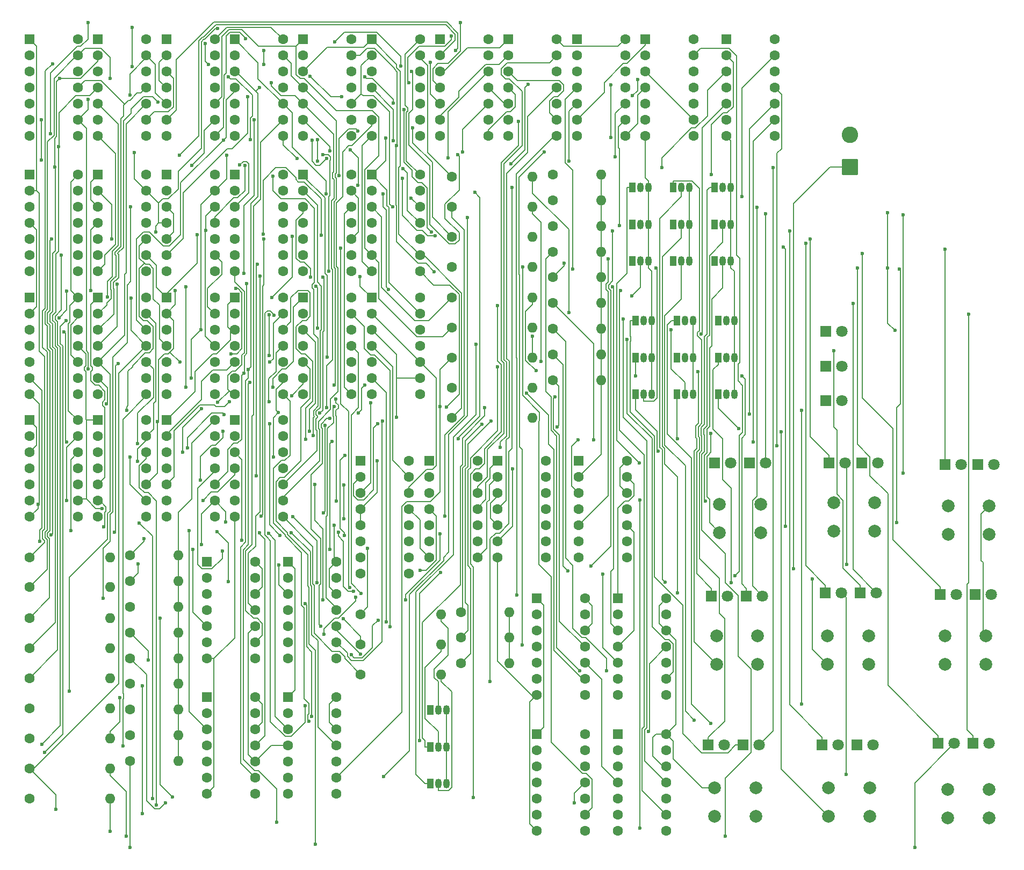
<source format=gbr>
%TF.GenerationSoftware,KiCad,Pcbnew,9.0.0*%
%TF.CreationDate,2025-04-01T09:44:25+05:30*%
%TF.ProjectId,DSD_Project,4453445f-5072-46f6-9a65-63742e6b6963,rev?*%
%TF.SameCoordinates,Original*%
%TF.FileFunction,Copper,L2,Bot*%
%TF.FilePolarity,Positive*%
%FSLAX46Y46*%
G04 Gerber Fmt 4.6, Leading zero omitted, Abs format (unit mm)*
G04 Created by KiCad (PCBNEW 9.0.0) date 2025-04-01 09:44:25*
%MOMM*%
%LPD*%
G01*
G04 APERTURE LIST*
G04 Aperture macros list*
%AMRoundRect*
0 Rectangle with rounded corners*
0 $1 Rounding radius*
0 $2 $3 $4 $5 $6 $7 $8 $9 X,Y pos of 4 corners*
0 Add a 4 corners polygon primitive as box body*
4,1,4,$2,$3,$4,$5,$6,$7,$8,$9,$2,$3,0*
0 Add four circle primitives for the rounded corners*
1,1,$1+$1,$2,$3*
1,1,$1+$1,$4,$5*
1,1,$1+$1,$6,$7*
1,1,$1+$1,$8,$9*
0 Add four rect primitives between the rounded corners*
20,1,$1+$1,$2,$3,$4,$5,0*
20,1,$1+$1,$4,$5,$6,$7,0*
20,1,$1+$1,$6,$7,$8,$9,0*
20,1,$1+$1,$8,$9,$2,$3,0*%
G04 Aperture macros list end*
%TA.AperFunction,ComponentPad*%
%ADD10C,2.600000*%
%TD*%
%TA.AperFunction,ComponentPad*%
%ADD11RoundRect,0.250000X1.050000X-1.050000X1.050000X1.050000X-1.050000X1.050000X-1.050000X-1.050000X0*%
%TD*%
%TA.AperFunction,ComponentPad*%
%ADD12RoundRect,0.250000X-0.550000X-0.550000X0.550000X-0.550000X0.550000X0.550000X-0.550000X0.550000X0*%
%TD*%
%TA.AperFunction,ComponentPad*%
%ADD13C,1.600000*%
%TD*%
%TA.AperFunction,ComponentPad*%
%ADD14C,2.000000*%
%TD*%
%TA.AperFunction,ComponentPad*%
%ADD15O,1.600000X1.600000*%
%TD*%
%TA.AperFunction,ComponentPad*%
%ADD16R,1.800000X1.800000*%
%TD*%
%TA.AperFunction,ComponentPad*%
%ADD17C,1.800000*%
%TD*%
%TA.AperFunction,ComponentPad*%
%ADD18R,1.050000X1.500000*%
%TD*%
%TA.AperFunction,ComponentPad*%
%ADD19O,1.050000X1.500000*%
%TD*%
%TA.AperFunction,ViaPad*%
%ADD20C,0.600000*%
%TD*%
%TA.AperFunction,Conductor*%
%ADD21C,0.200000*%
%TD*%
G04 APERTURE END LIST*
D10*
%TO.P,BT1,2,-*%
%TO.N,GND*%
X151000000Y-35500000D03*
D11*
%TO.P,BT1,1,+*%
%TO.N,Net-(BT1-+)*%
X151000000Y-40580000D03*
%TD*%
D12*
%TO.P,U18,1,~{R}*%
%TO.N,D_clr*%
X108280000Y-86920000D03*
D13*
%TO.P,U18,2,D*%
%TO.N,+5V*%
X108280000Y-89460000D03*
%TO.P,U18,3,C*%
%TO.N,x4_validAnd*%
X108280000Y-92000000D03*
%TO.P,U18,4,~{S}*%
%TO.N,D_pre*%
X108280000Y-94540000D03*
%TO.P,U18,5,Q*%
%TO.N,x4*%
X108280000Y-97080000D03*
%TO.P,U18,6,~{Q}*%
%TO.N,unconnected-(U18A-~{Q}-Pad6)*%
X108280000Y-99620000D03*
%TO.P,U18,7,GND*%
%TO.N,GND*%
X108280000Y-102160000D03*
%TO.P,U18,8,~{Q}*%
%TO.N,unconnected-(U18B-~{Q}-Pad8)*%
X115900000Y-102160000D03*
%TO.P,U18,9,Q*%
%TO.N,o4*%
X115900000Y-99620000D03*
%TO.P,U18,10,~{S}*%
%TO.N,D_pre*%
X115900000Y-97080000D03*
%TO.P,U18,11,C*%
%TO.N,o4_validAnd*%
X115900000Y-94540000D03*
%TO.P,U18,12,D*%
%TO.N,+5V*%
X115900000Y-92000000D03*
%TO.P,U18,13,~{R}*%
%TO.N,D_clr*%
X115900000Y-89460000D03*
%TO.P,U18,14,VCC*%
%TO.N,+5V*%
X115900000Y-86920000D03*
%TD*%
D12*
%TO.P,U20,1,~{R}*%
%TO.N,D_clr*%
X101680000Y-108640000D03*
D13*
%TO.P,U20,2,D*%
%TO.N,+5V*%
X101680000Y-111180000D03*
%TO.P,U20,3,C*%
%TO.N,x6_validAnd*%
X101680000Y-113720000D03*
%TO.P,U20,4,~{S}*%
%TO.N,D_pre*%
X101680000Y-116260000D03*
%TO.P,U20,5,Q*%
%TO.N,x6*%
X101680000Y-118800000D03*
%TO.P,U20,6,~{Q}*%
%TO.N,unconnected-(U20A-~{Q}-Pad6)*%
X101680000Y-121340000D03*
%TO.P,U20,7,GND*%
%TO.N,GND*%
X101680000Y-123880000D03*
%TO.P,U20,8,~{Q}*%
%TO.N,unconnected-(U20B-~{Q}-Pad8)*%
X109300000Y-123880000D03*
%TO.P,U20,9,Q*%
%TO.N,o6*%
X109300000Y-121340000D03*
%TO.P,U20,10,~{S}*%
%TO.N,D_pre*%
X109300000Y-118800000D03*
%TO.P,U20,11,C*%
%TO.N,o6_validAnd*%
X109300000Y-116260000D03*
%TO.P,U20,12,D*%
%TO.N,+5V*%
X109300000Y-113720000D03*
%TO.P,U20,13,~{R}*%
%TO.N,D_clr*%
X109300000Y-111180000D03*
%TO.P,U20,14,VCC*%
%TO.N,+5V*%
X109300000Y-108640000D03*
%TD*%
D12*
%TO.P,U3,1*%
%TO.N,debounce1*%
X43310000Y-41830000D03*
D13*
%TO.P,U3,2*%
%TO.N,gameNotWon*%
X43310000Y-44370000D03*
%TO.P,U3,3*%
%TO.N,input1*%
X43310000Y-46910000D03*
%TO.P,U3,4*%
%TO.N,avail1*%
X43310000Y-49450000D03*
%TO.P,U3,5*%
%TO.N,input1*%
X43310000Y-51990000D03*
%TO.P,U3,6*%
%TO.N,clk1*%
X43310000Y-54530000D03*
%TO.P,U3,7,GND*%
%TO.N,GND*%
X43310000Y-57070000D03*
%TO.P,U3,8*%
%TO.N,clk2*%
X50930000Y-57070000D03*
%TO.P,U3,9*%
%TO.N,avail2*%
X50930000Y-54530000D03*
%TO.P,U3,10*%
%TO.N,input2*%
X50930000Y-51990000D03*
%TO.P,U3,11*%
%TO.N,clk3*%
X50930000Y-49450000D03*
%TO.P,U3,12*%
%TO.N,avail3*%
X50930000Y-46910000D03*
%TO.P,U3,13*%
%TO.N,input3*%
X50930000Y-44370000D03*
%TO.P,U3,14,VCC*%
%TO.N,+5V*%
X50930000Y-41830000D03*
%TD*%
D14*
%TO.P,button7,1,1*%
%TO.N,+5V*%
X129690000Y-138500000D03*
X136190000Y-138500000D03*
%TO.P,button7,2,2*%
%TO.N,button7*%
X129690000Y-143000000D03*
X136190000Y-143000000D03*
%TD*%
D12*
%TO.P,U28,1*%
%TO.N,o2*%
X64870000Y-20480000D03*
D13*
%TO.P,U28,2*%
%TO.N,o5*%
X64870000Y-23020000D03*
%TO.P,U28,3*%
%TO.N,o3*%
X64870000Y-25560000D03*
%TO.P,U28,4*%
%TO.N,o6*%
X64870000Y-28100000D03*
%TO.P,U28,5*%
%TO.N,o9*%
X64870000Y-30640000D03*
%TO.P,U28,6*%
%TO.N,oColAnd3*%
X64870000Y-33180000D03*
%TO.P,U28,7,GND*%
%TO.N,GND*%
X64870000Y-35720000D03*
%TO.P,U28,8*%
%TO.N,oDiaAnd1*%
X72490000Y-35720000D03*
%TO.P,U28,9*%
%TO.N,o1*%
X72490000Y-33180000D03*
%TO.P,U28,10*%
%TO.N,o5*%
X72490000Y-30640000D03*
%TO.P,U28,11*%
%TO.N,o9*%
X72490000Y-28100000D03*
%TO.P,U28,12*%
%TO.N,oColAnd2*%
X72490000Y-25560000D03*
%TO.P,U28,13*%
%TO.N,o8*%
X72490000Y-23020000D03*
%TO.P,U28,14,VCC*%
%TO.N,+5V*%
X72490000Y-20480000D03*
%TD*%
D12*
%TO.P,U23,1,~{R}*%
%TO.N,D_clr*%
X62500000Y-124190000D03*
D13*
%TO.P,U23,2,D*%
%TO.N,+5V*%
X62500000Y-126730000D03*
%TO.P,U23,3,C*%
%TO.N,x9_validAnd*%
X62500000Y-129270000D03*
%TO.P,U23,4,~{S}*%
%TO.N,D_pre*%
X62500000Y-131810000D03*
%TO.P,U23,5,Q*%
%TO.N,x9*%
X62500000Y-134350000D03*
%TO.P,U23,6,~{Q}*%
%TO.N,unconnected-(U23A-~{Q}-Pad6)*%
X62500000Y-136890000D03*
%TO.P,U23,7,GND*%
%TO.N,GND*%
X62500000Y-139430000D03*
%TO.P,U23,8,~{Q}*%
%TO.N,unconnected-(U23B-~{Q}-Pad8)*%
X70120000Y-139430000D03*
%TO.P,U23,9,Q*%
%TO.N,o9*%
X70120000Y-136890000D03*
%TO.P,U23,10,~{S}*%
%TO.N,D_pre*%
X70120000Y-134350000D03*
%TO.P,U23,11,C*%
%TO.N,o9_validAnd*%
X70120000Y-131810000D03*
%TO.P,U23,12,D*%
%TO.N,+5V*%
X70120000Y-129270000D03*
%TO.P,U23,13,~{R}*%
%TO.N,D_clr*%
X70120000Y-126730000D03*
%TO.P,U23,14,VCC*%
%TO.N,+5V*%
X70120000Y-124190000D03*
%TD*%
D12*
%TO.P,U14,1*%
%TO.N,input8*%
X32530000Y-80530000D03*
D13*
%TO.P,U14,2*%
%TO.N,oTurn*%
X32530000Y-83070000D03*
%TO.P,U14,3*%
%TO.N,input9*%
X32530000Y-85610000D03*
%TO.P,U14,4*%
%TO.N,xTurn*%
X32530000Y-88150000D03*
%TO.P,U14,5*%
%TO.N,avail9*%
X32530000Y-90690000D03*
%TO.P,U14,6*%
%TO.N,x9_validAnd*%
X32530000Y-93230000D03*
%TO.P,U14,7,GND*%
%TO.N,GND*%
X32530000Y-95770000D03*
%TO.P,U14,8*%
%TO.N,o9_validAnd*%
X40150000Y-95770000D03*
%TO.P,U14,9*%
%TO.N,input9*%
X40150000Y-93230000D03*
%TO.P,U14,10*%
%TO.N,oTurn*%
X40150000Y-90690000D03*
%TO.P,U14,11*%
%TO.N,avail9*%
X40150000Y-88150000D03*
%TO.P,U14,12*%
%TO.N,o8_validAnd*%
X40150000Y-85610000D03*
%TO.P,U14,13*%
%TO.N,avail8*%
X40150000Y-83070000D03*
%TO.P,U14,14,VCC*%
%TO.N,+5V*%
X40150000Y-80530000D03*
%TD*%
D14*
%TO.P,button3,1,1*%
%TO.N,+5V*%
X166500000Y-94000000D03*
X173000000Y-94000000D03*
%TO.P,button3,2,2*%
%TO.N,button3*%
X166500000Y-98500000D03*
X173000000Y-98500000D03*
%TD*%
D13*
%TO.P,R41,1*%
%TO.N,Net-(o6-A)*%
X104190000Y-70150000D03*
D15*
%TO.P,R41,2*%
%TO.N,+5V*%
X111810000Y-70150000D03*
%TD*%
D12*
%TO.P,U13,1*%
%TO.N,input7*%
X21750000Y-80530000D03*
D13*
%TO.P,U13,2*%
%TO.N,xTurn*%
X21750000Y-83070000D03*
%TO.P,U13,3*%
%TO.N,input7*%
X21750000Y-85610000D03*
%TO.P,U13,4*%
%TO.N,oTurn*%
X21750000Y-88150000D03*
%TO.P,U13,5*%
%TO.N,avail7*%
X21750000Y-90690000D03*
%TO.P,U13,6*%
%TO.N,o7_validAnd*%
X21750000Y-93230000D03*
%TO.P,U13,7,GND*%
%TO.N,GND*%
X21750000Y-95770000D03*
%TO.P,U13,8*%
%TO.N,x8_validAnd*%
X29370000Y-95770000D03*
%TO.P,U13,9*%
%TO.N,input8*%
X29370000Y-93230000D03*
%TO.P,U13,10*%
%TO.N,xTurn*%
X29370000Y-90690000D03*
%TO.P,U13,11*%
%TO.N,avail8*%
X29370000Y-88150000D03*
%TO.P,U13,12*%
%TO.N,x7_validAnd*%
X29370000Y-85610000D03*
%TO.P,U13,13*%
%TO.N,avail7*%
X29370000Y-83070000D03*
%TO.P,U13,14,VCC*%
%TO.N,+5V*%
X29370000Y-80530000D03*
%TD*%
%TO.P,R12,1*%
%TO.N,Net-(x3-A)*%
X37590000Y-109950000D03*
D15*
%TO.P,R12,2*%
%TO.N,+5V*%
X45210000Y-109950000D03*
%TD*%
D13*
%TO.P,R5,1*%
%TO.N,draw*%
X73930000Y-120610000D03*
D15*
%TO.P,R5,2*%
%TO.N,Net-(Q3-B)*%
X86630000Y-120610000D03*
%TD*%
D16*
%TO.P,x5,1,K*%
%TO.N,Net-(Q8-C)*%
X147170000Y-107750000D03*
D17*
%TO.P,x5,2,A*%
%TO.N,Net-(x5-A)*%
X149710000Y-107750000D03*
%TD*%
D13*
%TO.P,R37,1*%
%TO.N,o9*%
X88340000Y-70650000D03*
D15*
%TO.P,R37,2*%
%TO.N,Net-(Q19-B)*%
X101040000Y-70650000D03*
%TD*%
D16*
%TO.P,x1,1,K*%
%TO.N,Net-(Q4-C)*%
X129700000Y-87250000D03*
D17*
%TO.P,x1,2,A*%
%TO.N,Net-(x1-A)*%
X132240000Y-87250000D03*
%TD*%
D16*
%TO.P,O_WON1,1,K*%
%TO.N,Net-(O_WON1-K)*%
X147230000Y-72000000D03*
D17*
%TO.P,O_WON1,2,A*%
%TO.N,Net-(O_WON1-A)*%
X149770000Y-72000000D03*
%TD*%
D18*
%TO.P,Q17,1,C*%
%TO.N,Net-(Q17-C)*%
X123760000Y-70650000D03*
D19*
%TO.P,Q17,2,B*%
%TO.N,Net-(Q17-B)*%
X125030000Y-70650000D03*
%TO.P,Q17,3,E*%
%TO.N,GND*%
X126300000Y-70650000D03*
%TD*%
D12*
%TO.P,U4,1*%
%TO.N,button1*%
X54090000Y-41830000D03*
D13*
%TO.P,U4,2*%
%TO.N,debounce1*%
X54090000Y-44370000D03*
%TO.P,U4,3*%
%TO.N,button2*%
X54090000Y-46910000D03*
%TO.P,U4,4*%
%TO.N,debounce2*%
X54090000Y-49450000D03*
%TO.P,U4,5*%
%TO.N,button3*%
X54090000Y-51990000D03*
%TO.P,U4,6*%
%TO.N,debounce3*%
X54090000Y-54530000D03*
%TO.P,U4,7,GND*%
%TO.N,GND*%
X54090000Y-57070000D03*
%TO.P,U4,8*%
%TO.N,unconnected-(U4-Pad8)*%
X61710000Y-57070000D03*
%TO.P,U4,9*%
%TO.N,unconnected-(U4-Pad9)*%
X61710000Y-54530000D03*
%TO.P,U4,10*%
%TO.N,unconnected-(U4-Pad10)*%
X61710000Y-51990000D03*
%TO.P,U4,11*%
%TO.N,unconnected-(U4-Pad11)*%
X61710000Y-49450000D03*
%TO.P,U4,12*%
%TO.N,unconnected-(U4-Pad12)*%
X61710000Y-46910000D03*
%TO.P,U4,13*%
%TO.N,unconnected-(U4-Pad13)*%
X61710000Y-44370000D03*
%TO.P,U4,14,VCC*%
%TO.N,+5V*%
X61710000Y-41830000D03*
%TD*%
D12*
%TO.P,U10,1*%
%TO.N,input4*%
X54090000Y-61180000D03*
D13*
%TO.P,U10,2*%
%TO.N,xTurn*%
X54090000Y-63720000D03*
%TO.P,U10,3*%
%TO.N,input4*%
X54090000Y-66260000D03*
%TO.P,U10,4*%
%TO.N,oTurn*%
X54090000Y-68800000D03*
%TO.P,U10,5*%
%TO.N,avail4*%
X54090000Y-71340000D03*
%TO.P,U10,6*%
%TO.N,o4_validAnd*%
X54090000Y-73880000D03*
%TO.P,U10,7,GND*%
%TO.N,GND*%
X54090000Y-76420000D03*
%TO.P,U10,8*%
%TO.N,x5_validAnd*%
X61710000Y-76420000D03*
%TO.P,U10,9*%
%TO.N,input5*%
X61710000Y-73880000D03*
%TO.P,U10,10*%
%TO.N,xTurn*%
X61710000Y-71340000D03*
%TO.P,U10,11*%
%TO.N,avail5*%
X61710000Y-68800000D03*
%TO.P,U10,12*%
%TO.N,x4_validAnd*%
X61710000Y-66260000D03*
%TO.P,U10,13*%
%TO.N,avail4*%
X61710000Y-63720000D03*
%TO.P,U10,14,VCC*%
%TO.N,+5V*%
X61710000Y-61180000D03*
%TD*%
D12*
%TO.P,U24,1*%
%TO.N,x1*%
X21750000Y-20480000D03*
D13*
%TO.P,U24,2*%
%TO.N,x2*%
X21750000Y-23020000D03*
%TO.P,U24,3*%
%TO.N,x4*%
X21750000Y-25560000D03*
%TO.P,U24,4*%
%TO.N,x5*%
X21750000Y-28100000D03*
%TO.P,U24,5*%
%TO.N,x6*%
X21750000Y-30640000D03*
%TO.P,U24,6*%
%TO.N,xRowAnd2*%
X21750000Y-33180000D03*
%TO.P,U24,7,GND*%
%TO.N,GND*%
X21750000Y-35720000D03*
%TO.P,U24,8*%
%TO.N,xRowAnd3*%
X29370000Y-35720000D03*
%TO.P,U24,9*%
%TO.N,x7*%
X29370000Y-33180000D03*
%TO.P,U24,10*%
%TO.N,x8*%
X29370000Y-30640000D03*
%TO.P,U24,11*%
%TO.N,x9*%
X29370000Y-28100000D03*
%TO.P,U24,12*%
%TO.N,xRowAnd1*%
X29370000Y-25560000D03*
%TO.P,U24,13*%
%TO.N,x3*%
X29370000Y-23020000D03*
%TO.P,U24,14,VCC*%
%TO.N,+5V*%
X29370000Y-20480000D03*
%TD*%
D12*
%TO.P,U29,1*%
%TO.N,o3*%
X75650000Y-20480000D03*
D13*
%TO.P,U29,2*%
%TO.N,o5*%
X75650000Y-23020000D03*
%TO.P,U29,3*%
%TO.N,nor3*%
X75650000Y-25560000D03*
%TO.P,U29,4*%
%TO.N,nor2*%
X75650000Y-28100000D03*
%TO.P,U29,5*%
%TO.N,nor1*%
X75650000Y-30640000D03*
%TO.P,U29,6*%
%TO.N,drawAnd*%
X75650000Y-33180000D03*
%TO.P,U29,7,GND*%
%TO.N,GND*%
X75650000Y-35720000D03*
%TO.P,U29,8*%
%TO.N,unconnected-(U29-Pad8)*%
X83270000Y-35720000D03*
%TO.P,U29,9*%
%TO.N,unconnected-(U29-Pad9)*%
X83270000Y-33180000D03*
%TO.P,U29,10*%
%TO.N,unconnected-(U29-Pad10)*%
X83270000Y-30640000D03*
%TO.P,U29,11*%
%TO.N,unconnected-(U29-Pad11)*%
X83270000Y-28100000D03*
%TO.P,U29,12*%
%TO.N,oDiaAnd2*%
X83270000Y-25560000D03*
%TO.P,U29,13*%
%TO.N,o7*%
X83270000Y-23020000D03*
%TO.P,U29,14,VCC*%
%TO.N,+5V*%
X83270000Y-20480000D03*
%TD*%
D12*
%TO.P,U32,1*%
%TO.N,oRowAnd1*%
X107990000Y-20480000D03*
D13*
%TO.P,U32,2*%
%TO.N,oRowAnd2*%
X107990000Y-23020000D03*
%TO.P,U32,3*%
%TO.N,oOr4*%
X107990000Y-25560000D03*
%TO.P,U32,4*%
%TO.N,oRowAnd3*%
X107990000Y-28100000D03*
%TO.P,U32,5*%
%TO.N,oColAnd1*%
X107990000Y-30640000D03*
%TO.P,U32,6*%
%TO.N,oOr3*%
X107990000Y-33180000D03*
%TO.P,U32,7,GND*%
%TO.N,GND*%
X107990000Y-35720000D03*
%TO.P,U32,8*%
%TO.N,oOr2*%
X115610000Y-35720000D03*
%TO.P,U32,9*%
%TO.N,oColAnd2*%
X115610000Y-33180000D03*
%TO.P,U32,10*%
%TO.N,oColAnd3*%
X115610000Y-30640000D03*
%TO.P,U32,11*%
%TO.N,oOr1*%
X115610000Y-28100000D03*
%TO.P,U32,12*%
%TO.N,oDiaAnd1*%
X115610000Y-25560000D03*
%TO.P,U32,13*%
%TO.N,oDiaAnd2*%
X115610000Y-23020000D03*
%TO.P,U32,14,VCC*%
%TO.N,+5V*%
X115610000Y-20480000D03*
%TD*%
D16*
%TO.P,x9,1,K*%
%TO.N,Net-(Q12-C)*%
X164960000Y-131500000D03*
D17*
%TO.P,x9,2,A*%
%TO.N,Net-(x9-A)*%
X167500000Y-131500000D03*
%TD*%
D18*
%TO.P,Q19,1,C*%
%TO.N,Net-(Q19-C)*%
X130270000Y-64860000D03*
D19*
%TO.P,Q19,2,B*%
%TO.N,Net-(Q19-B)*%
X131540000Y-64860000D03*
%TO.P,Q19,3,E*%
%TO.N,GND*%
X132810000Y-64860000D03*
%TD*%
D16*
%TO.P,o5,1,K*%
%TO.N,Net-(Q17-C)*%
X152670000Y-107750000D03*
D17*
%TO.P,o5,2,A*%
%TO.N,Net-(o5-A)*%
X155210000Y-107750000D03*
%TD*%
D16*
%TO.P,x3,1,K*%
%TO.N,Net-(Q6-C)*%
X166000000Y-87500000D03*
D17*
%TO.P,x3,2,A*%
%TO.N,Net-(x3-A)*%
X168540000Y-87500000D03*
%TD*%
D13*
%TO.P,R32,1*%
%TO.N,o5*%
X88340000Y-61150000D03*
D15*
%TO.P,R32,2*%
%TO.N,Net-(Q17-B)*%
X101040000Y-61150000D03*
%TD*%
D18*
%TO.P,Q8,1,C*%
%TO.N,Net-(Q8-C)*%
X123220000Y-49650000D03*
D19*
%TO.P,Q8,2,B*%
%TO.N,Net-(Q8-B)*%
X124490000Y-49650000D03*
%TO.P,Q8,3,E*%
%TO.N,GND*%
X125760000Y-49650000D03*
%TD*%
D13*
%TO.P,R20,1*%
%TO.N,Net-(x7-A)*%
X37590000Y-126150000D03*
D15*
%TO.P,R20,2*%
%TO.N,+5V*%
X45210000Y-126150000D03*
%TD*%
D13*
%TO.P,R38,1*%
%TO.N,o6*%
X88340000Y-75400000D03*
D15*
%TO.P,R38,2*%
%TO.N,Net-(Q20-B)*%
X101040000Y-75400000D03*
%TD*%
D16*
%TO.P,o7,1,K*%
%TO.N,Net-(Q13-C)*%
X134210000Y-131750000D03*
D17*
%TO.P,o7,2,A*%
%TO.N,Net-(o7-A)*%
X136750000Y-131750000D03*
%TD*%
D18*
%TO.P,Q18,1,C*%
%TO.N,Net-(Q18-C)*%
X123760000Y-76440000D03*
D19*
%TO.P,Q18,2,B*%
%TO.N,Net-(Q18-B)*%
X125030000Y-76440000D03*
%TO.P,Q18,3,E*%
%TO.N,GND*%
X126300000Y-76440000D03*
%TD*%
D16*
%TO.P,x4,1,K*%
%TO.N,Net-(Q7-C)*%
X129210000Y-108250000D03*
D17*
%TO.P,x4,2,A*%
%TO.N,Net-(x4-A)*%
X131750000Y-108250000D03*
%TD*%
D12*
%TO.P,U1,1*%
%TO.N,avail1*%
X21750000Y-41830000D03*
D13*
%TO.P,U1,2*%
%TO.N,x1*%
X21750000Y-44370000D03*
%TO.P,U1,3*%
%TO.N,o1*%
X21750000Y-46910000D03*
%TO.P,U1,4*%
%TO.N,gameNotWon*%
X21750000Y-49450000D03*
%TO.P,U1,5*%
%TO.N,xWin*%
X21750000Y-51990000D03*
%TO.P,U1,6*%
%TO.N,oWin*%
X21750000Y-54530000D03*
%TO.P,U1,7,GND*%
%TO.N,GND*%
X21750000Y-57070000D03*
%TO.P,U1,8*%
%TO.N,unconnected-(U1-Pad8)*%
X29370000Y-57070000D03*
%TO.P,U1,9*%
%TO.N,unconnected-(U1-Pad9)*%
X29370000Y-54530000D03*
%TO.P,U1,10*%
%TO.N,unconnected-(U1-Pad10)*%
X29370000Y-51990000D03*
%TO.P,U1,11*%
%TO.N,unconnected-(U1-Pad11)*%
X29370000Y-49450000D03*
%TO.P,U1,12*%
%TO.N,unconnected-(U1-Pad12)*%
X29370000Y-46910000D03*
%TO.P,U1,13*%
%TO.N,unconnected-(U1-Pad13)*%
X29370000Y-44370000D03*
%TO.P,U1,14,VCC*%
%TO.N,+5V*%
X29370000Y-41830000D03*
%TD*%
D12*
%TO.P,U31,1*%
%TO.N,xOr1*%
X97210000Y-20480000D03*
D13*
%TO.P,U31,2*%
%TO.N,xOr2*%
X97210000Y-23020000D03*
%TO.P,U31,3*%
%TO.N,xOr5*%
X97210000Y-25560000D03*
%TO.P,U31,4*%
%TO.N,xOr3*%
X97210000Y-28100000D03*
%TO.P,U31,5*%
%TO.N,xOr4*%
X97210000Y-30640000D03*
%TO.P,U31,6*%
%TO.N,xOr6*%
X97210000Y-33180000D03*
%TO.P,U31,7,GND*%
%TO.N,GND*%
X97210000Y-35720000D03*
%TO.P,U31,8*%
%TO.N,xWin*%
X104830000Y-35720000D03*
%TO.P,U31,9*%
%TO.N,xOr5*%
X104830000Y-33180000D03*
%TO.P,U31,10*%
%TO.N,xOr6*%
X104830000Y-30640000D03*
%TO.P,U31,11*%
%TO.N,clkOr1*%
X104830000Y-28100000D03*
%TO.P,U31,12*%
%TO.N,clk1*%
X104830000Y-25560000D03*
%TO.P,U31,13*%
%TO.N,clk2*%
X104830000Y-23020000D03*
%TO.P,U31,14,VCC*%
%TO.N,+5V*%
X104830000Y-20480000D03*
%TD*%
D16*
%TO.P,x7,1,K*%
%TO.N,Net-(Q10-C)*%
X128710000Y-131750000D03*
D17*
%TO.P,x7,2,A*%
%TO.N,Net-(x7-A)*%
X131250000Y-131750000D03*
%TD*%
D16*
%TO.P,o2,1,K*%
%TO.N,Net-(Q18-C)*%
X152940000Y-87250000D03*
D17*
%TO.P,o2,2,A*%
%TO.N,Net-(o2-A)*%
X155480000Y-87250000D03*
%TD*%
D18*
%TO.P,Q15,1,C*%
%TO.N,Net-(Q15-C)*%
X117250000Y-76440000D03*
D19*
%TO.P,Q15,2,B*%
%TO.N,Net-(Q15-B)*%
X118520000Y-76440000D03*
%TO.P,Q15,3,E*%
%TO.N,GND*%
X119790000Y-76440000D03*
%TD*%
D12*
%TO.P,U26,1*%
%TO.N,x1*%
X43310000Y-20480000D03*
D13*
%TO.P,U26,2*%
%TO.N,x5*%
X43310000Y-23020000D03*
%TO.P,U26,3*%
%TO.N,x3*%
X43310000Y-25560000D03*
%TO.P,U26,4*%
%TO.N,x5*%
X43310000Y-28100000D03*
%TO.P,U26,5*%
%TO.N,x7*%
X43310000Y-30640000D03*
%TO.P,U26,6*%
%TO.N,xDiaAnd2*%
X43310000Y-33180000D03*
%TO.P,U26,7,GND*%
%TO.N,GND*%
X43310000Y-35720000D03*
%TO.P,U26,8*%
%TO.N,oRowAnd1*%
X50930000Y-35720000D03*
%TO.P,U26,9*%
%TO.N,o1*%
X50930000Y-33180000D03*
%TO.P,U26,10*%
%TO.N,o2*%
X50930000Y-30640000D03*
%TO.P,U26,11*%
%TO.N,o3*%
X50930000Y-28100000D03*
%TO.P,U26,12*%
%TO.N,xDiaAnd1*%
X50930000Y-25560000D03*
%TO.P,U26,13*%
%TO.N,x9*%
X50930000Y-23020000D03*
%TO.P,U26,14,VCC*%
%TO.N,+5V*%
X50930000Y-20480000D03*
%TD*%
D12*
%TO.P,U9,1*%
%TO.N,input2*%
X43310000Y-61180000D03*
D13*
%TO.P,U9,2*%
%TO.N,oTurn*%
X43310000Y-63720000D03*
%TO.P,U9,3*%
%TO.N,input3*%
X43310000Y-66260000D03*
%TO.P,U9,4*%
%TO.N,xTurn*%
X43310000Y-68800000D03*
%TO.P,U9,5*%
%TO.N,avail3*%
X43310000Y-71340000D03*
%TO.P,U9,6*%
%TO.N,x3_validAnd*%
X43310000Y-73880000D03*
%TO.P,U9,7,GND*%
%TO.N,GND*%
X43310000Y-76420000D03*
%TO.P,U9,8*%
%TO.N,o3_validAnd*%
X50930000Y-76420000D03*
%TO.P,U9,9*%
%TO.N,input3*%
X50930000Y-73880000D03*
%TO.P,U9,10*%
%TO.N,oTurn*%
X50930000Y-71340000D03*
%TO.P,U9,11*%
%TO.N,avail3*%
X50930000Y-68800000D03*
%TO.P,U9,12*%
%TO.N,o2_validAnd*%
X50930000Y-66260000D03*
%TO.P,U9,13*%
%TO.N,avail2*%
X50930000Y-63720000D03*
%TO.P,U9,14,VCC*%
%TO.N,+5V*%
X50930000Y-61180000D03*
%TD*%
D14*
%TO.P,button4,1,1*%
%TO.N,+5V*%
X130000000Y-114500000D03*
X136500000Y-114500000D03*
%TO.P,button4,2,2*%
%TO.N,button4*%
X130000000Y-119000000D03*
X136500000Y-119000000D03*
%TD*%
D13*
%TO.P,R22,1*%
%TO.N,Net-(x8-A)*%
X37590000Y-130200000D03*
D15*
%TO.P,R22,2*%
%TO.N,+5V*%
X45210000Y-130200000D03*
%TD*%
D14*
%TO.P,button5,1,1*%
%TO.N,+5V*%
X147460000Y-114500000D03*
X153960000Y-114500000D03*
%TO.P,button5,2,2*%
%TO.N,button5*%
X147460000Y-119000000D03*
X153960000Y-119000000D03*
%TD*%
D13*
%TO.P,R13,1*%
%TO.N,x4*%
X21740000Y-116450000D03*
D15*
%TO.P,R13,2*%
%TO.N,Net-(Q7-B)*%
X34440000Y-116450000D03*
%TD*%
D13*
%TO.P,R42,1*%
%TO.N,Net-(o3-A)*%
X104190000Y-74200000D03*
D15*
%TO.P,R42,2*%
%TO.N,+5V*%
X111810000Y-74200000D03*
%TD*%
D13*
%TO.P,R19,1*%
%TO.N,x7*%
X21740000Y-130700000D03*
D15*
%TO.P,R19,2*%
%TO.N,Net-(Q10-B)*%
X34440000Y-130700000D03*
%TD*%
D13*
%TO.P,R7,1*%
%TO.N,x1*%
X21740000Y-102200000D03*
D15*
%TO.P,R7,2*%
%TO.N,Net-(Q4-B)*%
X34440000Y-102200000D03*
%TD*%
D16*
%TO.P,x2,1,K*%
%TO.N,Net-(Q5-C)*%
X147710000Y-87250000D03*
D17*
%TO.P,x2,2,A*%
%TO.N,Net-(x2-A)*%
X150250000Y-87250000D03*
%TD*%
D14*
%TO.P,button9,1,1*%
%TO.N,+5V*%
X166440000Y-138750000D03*
X172940000Y-138750000D03*
%TO.P,button9,2,2*%
%TO.N,button9*%
X166440000Y-143250000D03*
X172940000Y-143250000D03*
%TD*%
D13*
%TO.P,R11,1*%
%TO.N,x3*%
X21740000Y-111700000D03*
D15*
%TO.P,R11,2*%
%TO.N,Net-(Q6-B)*%
X34440000Y-111700000D03*
%TD*%
D16*
%TO.P,o3,1,K*%
%TO.N,Net-(Q21-C)*%
X171230000Y-87500000D03*
D17*
%TO.P,o3,2,A*%
%TO.N,Net-(o3-A)*%
X173770000Y-87500000D03*
%TD*%
D12*
%TO.P,U7,1*%
%TO.N,debounce9*%
X21750000Y-61180000D03*
D13*
%TO.P,U7,2*%
%TO.N,gameNotWon*%
X21750000Y-63720000D03*
%TO.P,U7,3*%
%TO.N,input9*%
X21750000Y-66260000D03*
%TO.P,U7,4*%
%TO.N,debounce6*%
X21750000Y-68800000D03*
%TO.P,U7,5*%
%TO.N,gameNotWon*%
X21750000Y-71340000D03*
%TO.P,U7,6*%
%TO.N,input6*%
X21750000Y-73880000D03*
%TO.P,U7,7,GND*%
%TO.N,GND*%
X21750000Y-76420000D03*
%TO.P,U7,8*%
%TO.N,input7*%
X29370000Y-76420000D03*
%TO.P,U7,9*%
%TO.N,debounce7*%
X29370000Y-73880000D03*
%TO.P,U7,10*%
%TO.N,gameNotWon*%
X29370000Y-71340000D03*
%TO.P,U7,11*%
%TO.N,input8*%
X29370000Y-68800000D03*
%TO.P,U7,12*%
%TO.N,debounce8*%
X29370000Y-66260000D03*
%TO.P,U7,13*%
%TO.N,gameNotWon*%
X29370000Y-63720000D03*
%TO.P,U7,14,VCC*%
%TO.N,+5V*%
X29370000Y-61180000D03*
%TD*%
D16*
%TO.P,o9,1,K*%
%TO.N,Net-(Q19-C)*%
X170460000Y-131500000D03*
D17*
%TO.P,o9,2,A*%
%TO.N,Net-(o9-A)*%
X173000000Y-131500000D03*
%TD*%
D12*
%TO.P,U21,1,~{R}*%
%TO.N,D_clr*%
X49720000Y-124190000D03*
D13*
%TO.P,U21,2,D*%
%TO.N,+5V*%
X49720000Y-126730000D03*
%TO.P,U21,3,C*%
%TO.N,x7_validAnd*%
X49720000Y-129270000D03*
%TO.P,U21,4,~{S}*%
%TO.N,D_pre*%
X49720000Y-131810000D03*
%TO.P,U21,5,Q*%
%TO.N,x7*%
X49720000Y-134350000D03*
%TO.P,U21,6,~{Q}*%
%TO.N,unconnected-(U21A-~{Q}-Pad6)*%
X49720000Y-136890000D03*
%TO.P,U21,7,GND*%
%TO.N,GND*%
X49720000Y-139430000D03*
%TO.P,U21,8,~{Q}*%
%TO.N,unconnected-(U21B-~{Q}-Pad8)*%
X57340000Y-139430000D03*
%TO.P,U21,9,Q*%
%TO.N,o7*%
X57340000Y-136890000D03*
%TO.P,U21,10,~{S}*%
%TO.N,D_pre*%
X57340000Y-134350000D03*
%TO.P,U21,11,C*%
%TO.N,o7_validAnd*%
X57340000Y-131810000D03*
%TO.P,U21,12,D*%
%TO.N,+5V*%
X57340000Y-129270000D03*
%TO.P,U21,13,~{R}*%
%TO.N,D_clr*%
X57340000Y-126730000D03*
%TO.P,U21,14,VCC*%
%TO.N,+5V*%
X57340000Y-124190000D03*
%TD*%
%TO.P,R26,1*%
%TO.N,o4*%
X88340000Y-46900000D03*
D15*
%TO.P,R26,2*%
%TO.N,Net-(Q14-B)*%
X101040000Y-46900000D03*
%TD*%
D18*
%TO.P,Q4,1,C*%
%TO.N,Net-(Q4-C)*%
X116710000Y-43860000D03*
D19*
%TO.P,Q4,2,B*%
%TO.N,Net-(Q4-B)*%
X117980000Y-43860000D03*
%TO.P,Q4,3,E*%
%TO.N,GND*%
X119250000Y-43860000D03*
%TD*%
D14*
%TO.P,button8,1,1*%
%TO.N,+5V*%
X147650000Y-138500000D03*
X154150000Y-138500000D03*
%TO.P,button8,2,2*%
%TO.N,button8*%
X147650000Y-143000000D03*
X154150000Y-143000000D03*
%TD*%
D13*
%TO.P,R36,1*%
%TO.N,Net-(o2-A)*%
X104190000Y-62050000D03*
D15*
%TO.P,R36,2*%
%TO.N,+5V*%
X111810000Y-62050000D03*
%TD*%
D18*
%TO.P,Q11,1,C*%
%TO.N,Net-(Q11-C)*%
X129730000Y-49650000D03*
D19*
%TO.P,Q11,2,B*%
%TO.N,Net-(Q11-B)*%
X131000000Y-49650000D03*
%TO.P,Q11,3,E*%
%TO.N,GND*%
X132270000Y-49650000D03*
%TD*%
D13*
%TO.P,R29,1*%
%TO.N,Net-(o4-A)*%
X104190000Y-45850000D03*
D15*
%TO.P,R29,2*%
%TO.N,+5V*%
X111810000Y-45850000D03*
%TD*%
D18*
%TO.P,Q6,1,C*%
%TO.N,Net-(Q6-C)*%
X116710000Y-55440000D03*
D19*
%TO.P,Q6,2,B*%
%TO.N,Net-(Q6-B)*%
X117980000Y-55440000D03*
%TO.P,Q6,3,E*%
%TO.N,GND*%
X119250000Y-55440000D03*
%TD*%
D12*
%TO.P,U16,1,~{R}*%
%TO.N,D_clr*%
X114460000Y-108640000D03*
D13*
%TO.P,U16,2,D*%
%TO.N,+5V*%
X114460000Y-111180000D03*
%TO.P,U16,3,C*%
%TO.N,x2_validAnd*%
X114460000Y-113720000D03*
%TO.P,U16,4,~{S}*%
%TO.N,D_pre*%
X114460000Y-116260000D03*
%TO.P,U16,5,Q*%
%TO.N,x2*%
X114460000Y-118800000D03*
%TO.P,U16,6,~{Q}*%
%TO.N,unconnected-(U16A-~{Q}-Pad6)*%
X114460000Y-121340000D03*
%TO.P,U16,7,GND*%
%TO.N,GND*%
X114460000Y-123880000D03*
%TO.P,U16,8,~{Q}*%
%TO.N,unconnected-(U16B-~{Q}-Pad8)*%
X122080000Y-123880000D03*
%TO.P,U16,9,Q*%
%TO.N,o2*%
X122080000Y-121340000D03*
%TO.P,U16,10,~{S}*%
%TO.N,D_pre*%
X122080000Y-118800000D03*
%TO.P,U16,11,C*%
%TO.N,o2_validAnd*%
X122080000Y-116260000D03*
%TO.P,U16,12,D*%
%TO.N,+5V*%
X122080000Y-113720000D03*
%TO.P,U16,13,~{R}*%
%TO.N,D_clr*%
X122080000Y-111180000D03*
%TO.P,U16,14,VCC*%
%TO.N,+5V*%
X122080000Y-108640000D03*
%TD*%
D14*
%TO.P,button2,1,1*%
%TO.N,+5V*%
X148460000Y-93500000D03*
X154960000Y-93500000D03*
%TO.P,button2,2,2*%
%TO.N,button2*%
X148460000Y-98000000D03*
X154960000Y-98000000D03*
%TD*%
D12*
%TO.P,U38,1*%
%TO.N,clkOr5*%
X95500000Y-86920000D03*
D13*
%TO.P,U38,2*%
%TO.N,clkOr6*%
X95500000Y-89460000D03*
%TO.P,U38,3*%
%TO.N,clkOr7*%
X95500000Y-92000000D03*
%TO.P,U38,4*%
%TO.N,clkOr1*%
X95500000Y-94540000D03*
%TO.P,U38,5*%
%TO.N,clkOr7*%
X95500000Y-97080000D03*
%TO.P,U38,6*%
%TO.N,tclk*%
X95500000Y-99620000D03*
%TO.P,U38,7,GND*%
%TO.N,GND*%
X95500000Y-102160000D03*
%TO.P,U38,8*%
%TO.N,unconnected-(U38-Pad8)*%
X103120000Y-102160000D03*
%TO.P,U38,9*%
%TO.N,unconnected-(U38-Pad9)*%
X103120000Y-99620000D03*
%TO.P,U38,10*%
%TO.N,unconnected-(U38-Pad10)*%
X103120000Y-97080000D03*
%TO.P,U38,11*%
%TO.N,unconnected-(U38-Pad11)*%
X103120000Y-94540000D03*
%TO.P,U38,12*%
%TO.N,unconnected-(U38-Pad12)*%
X103120000Y-92000000D03*
%TO.P,U38,13*%
%TO.N,unconnected-(U38-Pad13)*%
X103120000Y-89460000D03*
%TO.P,U38,14,VCC*%
%TO.N,+5V*%
X103120000Y-86920000D03*
%TD*%
D16*
%TO.P,o1,1,K*%
%TO.N,Net-(Q15-C)*%
X135210000Y-87250000D03*
D17*
%TO.P,o1,2,A*%
%TO.N,Net-(o1-A)*%
X137750000Y-87250000D03*
%TD*%
D12*
%TO.P,U27,1*%
%TO.N,o4*%
X54090000Y-20480000D03*
D13*
%TO.P,U27,2*%
%TO.N,o5*%
X54090000Y-23020000D03*
%TO.P,U27,3*%
%TO.N,o7*%
X54090000Y-25560000D03*
%TO.P,U27,4*%
%TO.N,o8*%
X54090000Y-28100000D03*
%TO.P,U27,5*%
%TO.N,o9*%
X54090000Y-30640000D03*
%TO.P,U27,6*%
%TO.N,oRowAnd3*%
X54090000Y-33180000D03*
%TO.P,U27,7,GND*%
%TO.N,GND*%
X54090000Y-35720000D03*
%TO.P,U27,8*%
%TO.N,oColAnd1*%
X61710000Y-35720000D03*
%TO.P,U27,9*%
%TO.N,o1*%
X61710000Y-33180000D03*
%TO.P,U27,10*%
%TO.N,o4*%
X61710000Y-30640000D03*
%TO.P,U27,11*%
%TO.N,o7*%
X61710000Y-28100000D03*
%TO.P,U27,12*%
%TO.N,oRowAnd2*%
X61710000Y-25560000D03*
%TO.P,U27,13*%
%TO.N,o6*%
X61710000Y-23020000D03*
%TO.P,U27,14,VCC*%
%TO.N,+5V*%
X61710000Y-20480000D03*
%TD*%
%TO.P,R35,1*%
%TO.N,Net-(o5-A)*%
X104190000Y-58000000D03*
D15*
%TO.P,R35,2*%
%TO.N,+5V*%
X111810000Y-58000000D03*
%TD*%
D13*
%TO.P,R31,1*%
%TO.N,o8*%
X88340000Y-56400000D03*
D15*
%TO.P,R31,2*%
%TO.N,Net-(Q16-B)*%
X101040000Y-56400000D03*
%TD*%
D12*
%TO.P,U35,1*%
%TO.N,input4*%
X43310000Y-80530000D03*
D13*
%TO.P,U35,2*%
%TO.N,avail4*%
X43310000Y-83070000D03*
%TO.P,U35,3*%
%TO.N,clk4*%
X43310000Y-85610000D03*
%TO.P,U35,4*%
%TO.N,input5*%
X43310000Y-88150000D03*
%TO.P,U35,5*%
%TO.N,avail5*%
X43310000Y-90690000D03*
%TO.P,U35,6*%
%TO.N,clk5*%
X43310000Y-93230000D03*
%TO.P,U35,7,GND*%
%TO.N,GND*%
X43310000Y-95770000D03*
%TO.P,U35,8*%
%TO.N,clk6*%
X50930000Y-95770000D03*
%TO.P,U35,9*%
%TO.N,input6*%
X50930000Y-93230000D03*
%TO.P,U35,10*%
%TO.N,avail6*%
X50930000Y-90690000D03*
%TO.P,U35,11*%
%TO.N,clk7*%
X50930000Y-88150000D03*
%TO.P,U35,12*%
%TO.N,input7*%
X50930000Y-85610000D03*
%TO.P,U35,13*%
%TO.N,avail7*%
X50930000Y-83070000D03*
%TO.P,U35,14,VCC*%
%TO.N,+5V*%
X50930000Y-80530000D03*
%TD*%
D16*
%TO.P,DRAW1,1,K*%
%TO.N,Net-(DRAW1-K)*%
X147230000Y-66530000D03*
D17*
%TO.P,DRAW1,2,A*%
%TO.N,Net-(DRAW1-A)*%
X149770000Y-66530000D03*
%TD*%
D12*
%TO.P,U12,1*%
%TO.N,input5*%
X75650000Y-61180000D03*
D13*
%TO.P,U12,2*%
%TO.N,oTurn*%
X75650000Y-63720000D03*
%TO.P,U12,3*%
%TO.N,input6*%
X75650000Y-66260000D03*
%TO.P,U12,4*%
%TO.N,xTurn*%
X75650000Y-68800000D03*
%TO.P,U12,5*%
%TO.N,avail6*%
X75650000Y-71340000D03*
%TO.P,U12,6*%
%TO.N,x6_validAnd*%
X75650000Y-73880000D03*
%TO.P,U12,7,GND*%
%TO.N,GND*%
X75650000Y-76420000D03*
%TO.P,U12,8*%
%TO.N,o6_validAnd*%
X83270000Y-76420000D03*
%TO.P,U12,9*%
%TO.N,input6*%
X83270000Y-73880000D03*
%TO.P,U12,10*%
%TO.N,oTurn*%
X83270000Y-71340000D03*
%TO.P,U12,11*%
%TO.N,avail6*%
X83270000Y-68800000D03*
%TO.P,U12,12*%
%TO.N,o5_validAnd*%
X83270000Y-66260000D03*
%TO.P,U12,13*%
%TO.N,avail5*%
X83270000Y-63720000D03*
%TO.P,U12,14,VCC*%
%TO.N,+5V*%
X83270000Y-61180000D03*
%TD*%
D18*
%TO.P,Q20,1,C*%
%TO.N,Net-(Q20-C)*%
X130270000Y-70650000D03*
D19*
%TO.P,Q20,2,B*%
%TO.N,Net-(Q20-B)*%
X131540000Y-70650000D03*
%TO.P,Q20,3,E*%
%TO.N,GND*%
X132810000Y-70650000D03*
%TD*%
D12*
%TO.P,U36,1*%
%TO.N,avail8*%
X54090000Y-80530000D03*
D13*
%TO.P,U36,2*%
%TO.N,input8*%
X54090000Y-83070000D03*
%TO.P,U36,3*%
%TO.N,clk8*%
X54090000Y-85610000D03*
%TO.P,U36,4*%
%TO.N,input9*%
X54090000Y-88150000D03*
%TO.P,U36,5*%
%TO.N,avail9*%
X54090000Y-90690000D03*
%TO.P,U36,6*%
%TO.N,clk9*%
X54090000Y-93230000D03*
%TO.P,U36,7,GND*%
%TO.N,GND*%
X54090000Y-95770000D03*
%TO.P,U36,8*%
%TO.N,draw*%
X61710000Y-95770000D03*
%TO.P,U36,9*%
%TO.N,drawAnd*%
X61710000Y-93230000D03*
%TO.P,U36,10*%
%TO.N,gameNotWon*%
X61710000Y-90690000D03*
%TO.P,U36,11*%
%TO.N,unconnected-(U36-Pad11)*%
X61710000Y-88150000D03*
%TO.P,U36,12*%
%TO.N,unconnected-(U36-Pad12)*%
X61710000Y-85610000D03*
%TO.P,U36,13*%
%TO.N,unconnected-(U36-Pad13)*%
X61710000Y-83070000D03*
%TO.P,U36,14,VCC*%
%TO.N,+5V*%
X61710000Y-80530000D03*
%TD*%
D12*
%TO.P,U15,1,~{R}*%
%TO.N,D_clr*%
X49720000Y-102840000D03*
D13*
%TO.P,U15,2,D*%
%TO.N,+5V*%
X49720000Y-105380000D03*
%TO.P,U15,3,C*%
%TO.N,x1_validAnd*%
X49720000Y-107920000D03*
%TO.P,U15,4,~{S}*%
%TO.N,D_pre*%
X49720000Y-110460000D03*
%TO.P,U15,5,Q*%
%TO.N,x1*%
X49720000Y-113000000D03*
%TO.P,U15,6,~{Q}*%
%TO.N,unconnected-(U15A-~{Q}-Pad6)*%
X49720000Y-115540000D03*
%TO.P,U15,7,GND*%
%TO.N,GND*%
X49720000Y-118080000D03*
%TO.P,U15,8,~{Q}*%
%TO.N,unconnected-(U15B-~{Q}-Pad8)*%
X57340000Y-118080000D03*
%TO.P,U15,9,Q*%
%TO.N,o1*%
X57340000Y-115540000D03*
%TO.P,U15,10,~{S}*%
%TO.N,D_pre*%
X57340000Y-113000000D03*
%TO.P,U15,11,C*%
%TO.N,o1_validAnd*%
X57340000Y-110460000D03*
%TO.P,U15,12,D*%
%TO.N,+5V*%
X57340000Y-107920000D03*
%TO.P,U15,13,~{R}*%
%TO.N,D_clr*%
X57340000Y-105380000D03*
%TO.P,U15,14,VCC*%
%TO.N,+5V*%
X57340000Y-102840000D03*
%TD*%
D18*
%TO.P,Q14,1,C*%
%TO.N,Net-(Q14-C)*%
X117250000Y-70650000D03*
D19*
%TO.P,Q14,2,B*%
%TO.N,Net-(Q14-B)*%
X118520000Y-70650000D03*
%TO.P,Q14,3,E*%
%TO.N,GND*%
X119790000Y-70650000D03*
%TD*%
D12*
%TO.P,U11,1*%
%TO.N,button7*%
X64870000Y-61180000D03*
D13*
%TO.P,U11,2*%
%TO.N,debounce7*%
X64870000Y-63720000D03*
%TO.P,U11,3*%
%TO.N,button8*%
X64870000Y-66260000D03*
%TO.P,U11,4*%
%TO.N,debounce8*%
X64870000Y-68800000D03*
%TO.P,U11,5*%
%TO.N,button9*%
X64870000Y-71340000D03*
%TO.P,U11,6*%
%TO.N,debounce9*%
X64870000Y-73880000D03*
%TO.P,U11,7,GND*%
%TO.N,GND*%
X64870000Y-76420000D03*
%TO.P,U11,8*%
%TO.N,debounce4*%
X72490000Y-76420000D03*
%TO.P,U11,9*%
%TO.N,button4*%
X72490000Y-73880000D03*
%TO.P,U11,10*%
%TO.N,debounce5*%
X72490000Y-71340000D03*
%TO.P,U11,11*%
%TO.N,button5*%
X72490000Y-68800000D03*
%TO.P,U11,12*%
%TO.N,debounce6*%
X72490000Y-66260000D03*
%TO.P,U11,13*%
%TO.N,button6*%
X72490000Y-63720000D03*
%TO.P,U11,14,VCC*%
%TO.N,+5V*%
X72490000Y-61180000D03*
%TD*%
%TO.P,R15,1*%
%TO.N,x5*%
X21740000Y-121200000D03*
D15*
%TO.P,R15,2*%
%TO.N,Net-(Q8-B)*%
X34440000Y-121200000D03*
%TD*%
D18*
%TO.P,Q13,1,C*%
%TO.N,Net-(Q13-C)*%
X117250000Y-64860000D03*
D19*
%TO.P,Q13,2,B*%
%TO.N,Net-(Q13-B)*%
X118520000Y-64860000D03*
%TO.P,Q13,3,E*%
%TO.N,GND*%
X119790000Y-64860000D03*
%TD*%
D14*
%TO.P,button6,1,1*%
%TO.N,+5V*%
X166000000Y-114500000D03*
X172500000Y-114500000D03*
%TO.P,button6,2,2*%
%TO.N,button6*%
X166000000Y-119000000D03*
X172500000Y-119000000D03*
%TD*%
D18*
%TO.P,Q10,1,C*%
%TO.N,Net-(Q10-C)*%
X129730000Y-43860000D03*
D19*
%TO.P,Q10,2,B*%
%TO.N,Net-(Q10-B)*%
X131000000Y-43860000D03*
%TO.P,Q10,3,E*%
%TO.N,GND*%
X132270000Y-43860000D03*
%TD*%
D12*
%TO.P,U34,1,C*%
%TO.N,tclk*%
X73940000Y-86910000D03*
D13*
%TO.P,U34,2,~{S}*%
%TO.N,T_pre*%
X73940000Y-89450000D03*
%TO.P,U34,3,~{R}*%
%TO.N,T_clr*%
X73940000Y-91990000D03*
%TO.P,U34,4,J*%
%TO.N,+5V*%
X73940000Y-94530000D03*
%TO.P,U34,5,VCC*%
X73940000Y-97070000D03*
%TO.P,U34,6,C*%
%TO.N,unconnected-(U34B-C-Pad6)*%
X73940000Y-99610000D03*
%TO.P,U34,7,~{S}*%
%TO.N,unconnected-(U34B-~{S}-Pad7)*%
X73940000Y-102150000D03*
%TO.P,U34,8,~{R}*%
%TO.N,unconnected-(U34B-~{R}-Pad8)*%
X73940000Y-104690000D03*
%TO.P,U34,9,J*%
%TO.N,unconnected-(U34B-J-Pad9)*%
X81560000Y-104690000D03*
%TO.P,U34,10,~{Q}*%
%TO.N,unconnected-(U34B-~{Q}-Pad10)*%
X81560000Y-102150000D03*
%TO.P,U34,11,Q*%
%TO.N,unconnected-(U34B-Q-Pad11)*%
X81560000Y-99610000D03*
%TO.P,U34,12,K*%
%TO.N,unconnected-(U34B-K-Pad12)*%
X81560000Y-97070000D03*
%TO.P,U34,13,GND*%
%TO.N,GND*%
X81560000Y-94530000D03*
%TO.P,U34,14,~{Q}*%
%TO.N,oTurn*%
X81560000Y-91990000D03*
%TO.P,U34,15,Q*%
%TO.N,xTurn*%
X81560000Y-89450000D03*
%TO.P,U34,16,K*%
%TO.N,+5V*%
X81560000Y-86910000D03*
%TD*%
%TO.P,R1,1*%
%TO.N,xWin*%
X73930000Y-111110000D03*
D15*
%TO.P,R1,2*%
%TO.N,Net-(Q1-B)*%
X86630000Y-111110000D03*
%TD*%
D16*
%TO.P,o4,1,K*%
%TO.N,Net-(Q14-C)*%
X134710000Y-108250000D03*
D17*
%TO.P,o4,2,A*%
%TO.N,Net-(o4-A)*%
X137250000Y-108250000D03*
%TD*%
D12*
%TO.P,U19,1,~{R}*%
%TO.N,D_clr*%
X114460000Y-129990000D03*
D13*
%TO.P,U19,2,D*%
%TO.N,+5V*%
X114460000Y-132530000D03*
%TO.P,U19,3,C*%
%TO.N,x5_validAnd*%
X114460000Y-135070000D03*
%TO.P,U19,4,~{S}*%
%TO.N,D_pre*%
X114460000Y-137610000D03*
%TO.P,U19,5,Q*%
%TO.N,x5*%
X114460000Y-140150000D03*
%TO.P,U19,6,~{Q}*%
%TO.N,unconnected-(U19A-~{Q}-Pad6)*%
X114460000Y-142690000D03*
%TO.P,U19,7,GND*%
%TO.N,GND*%
X114460000Y-145230000D03*
%TO.P,U19,8,~{Q}*%
%TO.N,unconnected-(U19B-~{Q}-Pad8)*%
X122080000Y-145230000D03*
%TO.P,U19,9,Q*%
%TO.N,o5*%
X122080000Y-142690000D03*
%TO.P,U19,10,~{S}*%
%TO.N,D_pre*%
X122080000Y-140150000D03*
%TO.P,U19,11,C*%
%TO.N,o5_validAnd*%
X122080000Y-137610000D03*
%TO.P,U19,12,D*%
%TO.N,+5V*%
X122080000Y-135070000D03*
%TO.P,U19,13,~{R}*%
%TO.N,D_clr*%
X122080000Y-132530000D03*
%TO.P,U19,14,VCC*%
%TO.N,+5V*%
X122080000Y-129990000D03*
%TD*%
D12*
%TO.P,U8,1*%
%TO.N,avail9*%
X32530000Y-61180000D03*
D13*
%TO.P,U8,2*%
%TO.N,x9*%
X32530000Y-63720000D03*
%TO.P,U8,3*%
%TO.N,o9*%
X32530000Y-66260000D03*
%TO.P,U8,4*%
%TO.N,avail6*%
X32530000Y-68800000D03*
%TO.P,U8,5*%
%TO.N,x6*%
X32530000Y-71340000D03*
%TO.P,U8,6*%
%TO.N,o6*%
X32530000Y-73880000D03*
%TO.P,U8,7,GND*%
%TO.N,GND*%
X32530000Y-76420000D03*
%TO.P,U8,8*%
%TO.N,x7*%
X40150000Y-76420000D03*
%TO.P,U8,9*%
%TO.N,o7*%
X40150000Y-73880000D03*
%TO.P,U8,10*%
%TO.N,avail7*%
X40150000Y-71340000D03*
%TO.P,U8,11*%
%TO.N,x8*%
X40150000Y-68800000D03*
%TO.P,U8,12*%
%TO.N,o8*%
X40150000Y-66260000D03*
%TO.P,U8,13*%
%TO.N,avail8*%
X40150000Y-63720000D03*
%TO.P,U8,14,VCC*%
%TO.N,+5V*%
X40150000Y-61180000D03*
%TD*%
D12*
%TO.P,U22,1,~{R}*%
%TO.N,D_clr*%
X101680000Y-129990000D03*
D13*
%TO.P,U22,2,D*%
%TO.N,+5V*%
X101680000Y-132530000D03*
%TO.P,U22,3,C*%
%TO.N,x8_validAnd*%
X101680000Y-135070000D03*
%TO.P,U22,4,~{S}*%
%TO.N,D_pre*%
X101680000Y-137610000D03*
%TO.P,U22,5,Q*%
%TO.N,x8*%
X101680000Y-140150000D03*
%TO.P,U22,6,~{Q}*%
%TO.N,unconnected-(U22A-~{Q}-Pad6)*%
X101680000Y-142690000D03*
%TO.P,U22,7,GND*%
%TO.N,GND*%
X101680000Y-145230000D03*
%TO.P,U22,8,~{Q}*%
%TO.N,unconnected-(U22B-~{Q}-Pad8)*%
X109300000Y-145230000D03*
%TO.P,U22,9,Q*%
%TO.N,o8*%
X109300000Y-142690000D03*
%TO.P,U22,10,~{S}*%
%TO.N,D_pre*%
X109300000Y-140150000D03*
%TO.P,U22,11,C*%
%TO.N,o8_validAnd*%
X109300000Y-137610000D03*
%TO.P,U22,12,D*%
%TO.N,+5V*%
X109300000Y-135070000D03*
%TO.P,U22,13,~{R}*%
%TO.N,D_clr*%
X109300000Y-132530000D03*
%TO.P,U22,14,VCC*%
%TO.N,+5V*%
X109300000Y-129990000D03*
%TD*%
D12*
%TO.P,U30,1*%
%TO.N,xRowAnd1*%
X86430000Y-20480000D03*
D13*
%TO.P,U30,2*%
%TO.N,xRowAnd2*%
X86430000Y-23020000D03*
%TO.P,U30,3*%
%TO.N,xOr1*%
X86430000Y-25560000D03*
%TO.P,U30,4*%
%TO.N,xRowAnd3*%
X86430000Y-28100000D03*
%TO.P,U30,5*%
%TO.N,xColAnd1*%
X86430000Y-30640000D03*
%TO.P,U30,6*%
%TO.N,xOr2*%
X86430000Y-33180000D03*
%TO.P,U30,7,GND*%
%TO.N,GND*%
X86430000Y-35720000D03*
%TO.P,U30,8*%
%TO.N,xOr3*%
X94050000Y-35720000D03*
%TO.P,U30,9*%
%TO.N,xColAnd2*%
X94050000Y-33180000D03*
%TO.P,U30,10*%
%TO.N,xColAnd3*%
X94050000Y-30640000D03*
%TO.P,U30,11*%
%TO.N,xOr4*%
X94050000Y-28100000D03*
%TO.P,U30,12*%
%TO.N,xDiaAnd1*%
X94050000Y-25560000D03*
%TO.P,U30,13*%
%TO.N,xDiaAnd2*%
X94050000Y-23020000D03*
%TO.P,U30,14,VCC*%
%TO.N,+5V*%
X94050000Y-20480000D03*
%TD*%
%TO.P,R18,1*%
%TO.N,Net-(x6-A)*%
X37590000Y-122100000D03*
D15*
%TO.P,R18,2*%
%TO.N,+5V*%
X45210000Y-122100000D03*
%TD*%
D12*
%TO.P,U33,1*%
%TO.N,oOr3*%
X118770000Y-20480000D03*
D13*
%TO.P,U33,2*%
%TO.N,oOr4*%
X118770000Y-23020000D03*
%TO.P,U33,3*%
%TO.N,oOr6*%
X118770000Y-25560000D03*
%TO.P,U33,4*%
%TO.N,oOr2*%
X118770000Y-28100000D03*
%TO.P,U33,5*%
%TO.N,oOr1*%
X118770000Y-30640000D03*
%TO.P,U33,6*%
%TO.N,oOr5*%
X118770000Y-33180000D03*
%TO.P,U33,7,GND*%
%TO.N,GND*%
X118770000Y-35720000D03*
%TO.P,U33,8*%
%TO.N,oWin*%
X126390000Y-35720000D03*
%TO.P,U33,9*%
%TO.N,oOr6*%
X126390000Y-33180000D03*
%TO.P,U33,10*%
%TO.N,oOr5*%
X126390000Y-30640000D03*
%TO.P,U33,11*%
%TO.N,clkOr2*%
X126390000Y-28100000D03*
%TO.P,U33,12*%
%TO.N,clk3*%
X126390000Y-25560000D03*
%TO.P,U33,13*%
%TO.N,clk4*%
X126390000Y-23020000D03*
%TO.P,U33,14,VCC*%
%TO.N,+5V*%
X126390000Y-20480000D03*
%TD*%
D18*
%TO.P,Q5,1,C*%
%TO.N,Net-(Q5-C)*%
X116710000Y-49650000D03*
D19*
%TO.P,Q5,2,B*%
%TO.N,Net-(Q5-B)*%
X117980000Y-49650000D03*
%TO.P,Q5,3,E*%
%TO.N,GND*%
X119250000Y-49650000D03*
%TD*%
D13*
%TO.P,R14,1*%
%TO.N,Net-(x4-A)*%
X37590000Y-114000000D03*
D15*
%TO.P,R14,2*%
%TO.N,+5V*%
X45210000Y-114000000D03*
%TD*%
D13*
%TO.P,R21,1*%
%TO.N,x8*%
X21740000Y-135450000D03*
D15*
%TO.P,R21,2*%
%TO.N,Net-(Q11-B)*%
X34440000Y-135450000D03*
%TD*%
D14*
%TO.P,button1,1,1*%
%TO.N,+5V*%
X130500000Y-93750000D03*
X137000000Y-93750000D03*
%TO.P,button1,2,2*%
%TO.N,button1*%
X130500000Y-98250000D03*
X137000000Y-98250000D03*
%TD*%
D13*
%TO.P,R4,1*%
%TO.N,Net-(O_WON1-A)*%
X89780000Y-114810000D03*
D15*
%TO.P,R4,2*%
%TO.N,+5V*%
X97400000Y-114810000D03*
%TD*%
D13*
%TO.P,R3,1*%
%TO.N,oWin*%
X73930000Y-115860000D03*
D15*
%TO.P,R3,2*%
%TO.N,Net-(Q2-B)*%
X86630000Y-115860000D03*
%TD*%
D18*
%TO.P,Q7,1,C*%
%TO.N,Net-(Q7-C)*%
X123220000Y-43860000D03*
D19*
%TO.P,Q7,2,B*%
%TO.N,Net-(Q7-B)*%
X124490000Y-43860000D03*
%TO.P,Q7,3,E*%
%TO.N,GND*%
X125760000Y-43860000D03*
%TD*%
D18*
%TO.P,Q3,1,C*%
%TO.N,Net-(DRAW1-K)*%
X84890000Y-137820000D03*
D19*
%TO.P,Q3,2,B*%
%TO.N,Net-(Q3-B)*%
X86160000Y-137820000D03*
%TO.P,Q3,3,E*%
%TO.N,GND*%
X87430000Y-137820000D03*
%TD*%
D16*
%TO.P,o6,1,K*%
%TO.N,Net-(Q20-C)*%
X170730000Y-108000000D03*
D17*
%TO.P,o6,2,A*%
%TO.N,Net-(o6-A)*%
X173270000Y-108000000D03*
%TD*%
D18*
%TO.P,Q21,1,C*%
%TO.N,Net-(Q21-C)*%
X130270000Y-76440000D03*
D19*
%TO.P,Q21,2,B*%
%TO.N,Net-(Q21-B)*%
X131540000Y-76440000D03*
%TO.P,Q21,3,E*%
%TO.N,GND*%
X132810000Y-76440000D03*
%TD*%
D13*
%TO.P,R8,1*%
%TO.N,Net-(x1-A)*%
X37590000Y-101850000D03*
D15*
%TO.P,R8,2*%
%TO.N,+5V*%
X45210000Y-101850000D03*
%TD*%
D18*
%TO.P,Q9,1,C*%
%TO.N,Net-(Q9-C)*%
X123220000Y-55440000D03*
D19*
%TO.P,Q9,2,B*%
%TO.N,Net-(Q9-B)*%
X124490000Y-55440000D03*
%TO.P,Q9,3,E*%
%TO.N,GND*%
X125760000Y-55440000D03*
%TD*%
D12*
%TO.P,U17,1,~{R}*%
%TO.N,D_clr*%
X62500000Y-102840000D03*
D13*
%TO.P,U17,2,D*%
%TO.N,+5V*%
X62500000Y-105380000D03*
%TO.P,U17,3,C*%
%TO.N,x3_validAnd*%
X62500000Y-107920000D03*
%TO.P,U17,4,~{S}*%
%TO.N,D_pre*%
X62500000Y-110460000D03*
%TO.P,U17,5,Q*%
%TO.N,x3*%
X62500000Y-113000000D03*
%TO.P,U17,6,~{Q}*%
%TO.N,unconnected-(U17A-~{Q}-Pad6)*%
X62500000Y-115540000D03*
%TO.P,U17,7,GND*%
%TO.N,GND*%
X62500000Y-118080000D03*
%TO.P,U17,8,~{Q}*%
%TO.N,unconnected-(U17B-~{Q}-Pad8)*%
X70120000Y-118080000D03*
%TO.P,U17,9,Q*%
%TO.N,o3*%
X70120000Y-115540000D03*
%TO.P,U17,10,~{S}*%
%TO.N,D_pre*%
X70120000Y-113000000D03*
%TO.P,U17,11,C*%
%TO.N,o3_validAnd*%
X70120000Y-110460000D03*
%TO.P,U17,12,D*%
%TO.N,+5V*%
X70120000Y-107920000D03*
%TO.P,U17,13,~{R}*%
%TO.N,D_clr*%
X70120000Y-105380000D03*
%TO.P,U17,14,VCC*%
%TO.N,+5V*%
X70120000Y-102840000D03*
%TD*%
D18*
%TO.P,Q2,1,C*%
%TO.N,Net-(O_WON1-K)*%
X84890000Y-132030000D03*
D19*
%TO.P,Q2,2,B*%
%TO.N,Net-(Q2-B)*%
X86160000Y-132030000D03*
%TO.P,Q2,3,E*%
%TO.N,GND*%
X87430000Y-132030000D03*
%TD*%
D13*
%TO.P,R39,1*%
%TO.N,o3*%
X88340000Y-80150000D03*
D15*
%TO.P,R39,2*%
%TO.N,Net-(Q21-B)*%
X101040000Y-80150000D03*
%TD*%
D13*
%TO.P,R27,1*%
%TO.N,o1*%
X88340000Y-51650000D03*
D15*
%TO.P,R27,2*%
%TO.N,Net-(Q15-B)*%
X101040000Y-51650000D03*
%TD*%
D16*
%TO.P,x8,1,K*%
%TO.N,Net-(Q11-C)*%
X146670000Y-131750000D03*
D17*
%TO.P,x8,2,A*%
%TO.N,Net-(x8-A)*%
X149210000Y-131750000D03*
%TD*%
D13*
%TO.P,R6,1*%
%TO.N,Net-(DRAW1-A)*%
X89780000Y-118860000D03*
D15*
%TO.P,R6,2*%
%TO.N,+5V*%
X97400000Y-118860000D03*
%TD*%
D12*
%TO.P,U2,1*%
%TO.N,input1*%
X32530000Y-41830000D03*
D13*
%TO.P,U2,2*%
%TO.N,xTurn*%
X32530000Y-44370000D03*
%TO.P,U2,3*%
%TO.N,input1*%
X32530000Y-46910000D03*
%TO.P,U2,4*%
%TO.N,oTurn*%
X32530000Y-49450000D03*
%TO.P,U2,5*%
%TO.N,avail1*%
X32530000Y-51990000D03*
%TO.P,U2,6*%
%TO.N,o1_validAnd*%
X32530000Y-54530000D03*
%TO.P,U2,7,GND*%
%TO.N,GND*%
X32530000Y-57070000D03*
%TO.P,U2,8*%
%TO.N,x2_validAnd*%
X40150000Y-57070000D03*
%TO.P,U2,9*%
%TO.N,input2*%
X40150000Y-54530000D03*
%TO.P,U2,10*%
%TO.N,xTurn*%
X40150000Y-51990000D03*
%TO.P,U2,11*%
%TO.N,avail2*%
X40150000Y-49450000D03*
%TO.P,U2,12*%
%TO.N,x1_validAnd*%
X40150000Y-46910000D03*
%TO.P,U2,13*%
%TO.N,avail1*%
X40150000Y-44370000D03*
%TO.P,U2,14,VCC*%
%TO.N,+5V*%
X40150000Y-41830000D03*
%TD*%
%TO.P,R40,1*%
%TO.N,Net-(o9-A)*%
X104190000Y-66100000D03*
D15*
%TO.P,R40,2*%
%TO.N,+5V*%
X111810000Y-66100000D03*
%TD*%
D16*
%TO.P,X_WON1,1,K*%
%TO.N,Net-(Q1-C)*%
X147230000Y-77470000D03*
D17*
%TO.P,X_WON1,2,A*%
%TO.N,Net-(X_WON1-A)*%
X149770000Y-77470000D03*
%TD*%
D16*
%TO.P,x6,1,K*%
%TO.N,Net-(Q9-C)*%
X165230000Y-108000000D03*
D17*
%TO.P,x6,2,A*%
%TO.N,Net-(x6-A)*%
X167770000Y-108000000D03*
%TD*%
D13*
%TO.P,R33,1*%
%TO.N,o2*%
X88340000Y-65900000D03*
D15*
%TO.P,R33,2*%
%TO.N,Net-(Q18-B)*%
X101040000Y-65900000D03*
%TD*%
D13*
%TO.P,R16,1*%
%TO.N,Net-(x5-A)*%
X37590000Y-118050000D03*
D15*
%TO.P,R16,2*%
%TO.N,+5V*%
X45210000Y-118050000D03*
%TD*%
D13*
%TO.P,R9,1*%
%TO.N,x2*%
X21740000Y-106833700D03*
D15*
%TO.P,R9,2*%
%TO.N,Net-(Q5-B)*%
X34440000Y-106833700D03*
%TD*%
D13*
%TO.P,R17,1*%
%TO.N,x6*%
X21740000Y-125950000D03*
D15*
%TO.P,R17,2*%
%TO.N,Net-(Q9-B)*%
X34440000Y-125950000D03*
%TD*%
D18*
%TO.P,Q12,1,C*%
%TO.N,Net-(Q12-C)*%
X129730000Y-55440000D03*
D19*
%TO.P,Q12,2,B*%
%TO.N,Net-(Q12-B)*%
X131000000Y-55440000D03*
%TO.P,Q12,3,E*%
%TO.N,GND*%
X132270000Y-55440000D03*
%TD*%
D13*
%TO.P,R24,1*%
%TO.N,Net-(x9-A)*%
X37590000Y-134250000D03*
D15*
%TO.P,R24,2*%
%TO.N,+5V*%
X45210000Y-134250000D03*
%TD*%
D16*
%TO.P,o8,1,K*%
%TO.N,Net-(Q16-C)*%
X152170000Y-131750000D03*
D17*
%TO.P,o8,2,A*%
%TO.N,Net-(o8-A)*%
X154710000Y-131750000D03*
%TD*%
D18*
%TO.P,Q1,1,C*%
%TO.N,Net-(Q1-C)*%
X84890000Y-126240000D03*
D19*
%TO.P,Q1,2,B*%
%TO.N,Net-(Q1-B)*%
X86160000Y-126240000D03*
%TO.P,Q1,3,E*%
%TO.N,GND*%
X87430000Y-126240000D03*
%TD*%
D13*
%TO.P,R2,1*%
%TO.N,Net-(X_WON1-A)*%
X89780000Y-110760000D03*
D15*
%TO.P,R2,2*%
%TO.N,+5V*%
X97400000Y-110760000D03*
%TD*%
D13*
%TO.P,R23,1*%
%TO.N,x9*%
X21740000Y-140200000D03*
D15*
%TO.P,R23,2*%
%TO.N,Net-(Q12-B)*%
X34440000Y-140200000D03*
%TD*%
D18*
%TO.P,Q16,1,C*%
%TO.N,Net-(Q16-C)*%
X123760000Y-64860000D03*
D19*
%TO.P,Q16,2,B*%
%TO.N,Net-(Q16-B)*%
X125030000Y-64860000D03*
%TO.P,Q16,3,E*%
%TO.N,GND*%
X126300000Y-64860000D03*
%TD*%
D13*
%TO.P,R10,1*%
%TO.N,Net-(x2-A)*%
X37590000Y-105900000D03*
D15*
%TO.P,R10,2*%
%TO.N,+5V*%
X45210000Y-105900000D03*
%TD*%
D13*
%TO.P,R34,1*%
%TO.N,Net-(o8-A)*%
X104190000Y-53950000D03*
D15*
%TO.P,R34,2*%
%TO.N,+5V*%
X111810000Y-53950000D03*
%TD*%
D12*
%TO.P,U5,1*%
%TO.N,debounce5*%
X64870000Y-41830000D03*
D13*
%TO.P,U5,2*%
%TO.N,gameNotWon*%
X64870000Y-44370000D03*
%TO.P,U5,3*%
%TO.N,input5*%
X64870000Y-46910000D03*
%TO.P,U5,4*%
%TO.N,debounce2*%
X64870000Y-49450000D03*
%TO.P,U5,5*%
%TO.N,gameNotWon*%
X64870000Y-51990000D03*
%TO.P,U5,6*%
%TO.N,input2*%
X64870000Y-54530000D03*
%TO.P,U5,7,GND*%
%TO.N,GND*%
X64870000Y-57070000D03*
%TO.P,U5,8*%
%TO.N,input3*%
X72490000Y-57070000D03*
%TO.P,U5,9*%
%TO.N,debounce3*%
X72490000Y-54530000D03*
%TO.P,U5,10*%
%TO.N,gameNotWon*%
X72490000Y-51990000D03*
%TO.P,U5,11*%
%TO.N,input4*%
X72490000Y-49450000D03*
%TO.P,U5,12*%
%TO.N,debounce4*%
X72490000Y-46910000D03*
%TO.P,U5,13*%
%TO.N,gameNotWon*%
X72490000Y-44370000D03*
%TO.P,U5,14,VCC*%
%TO.N,+5V*%
X72490000Y-41830000D03*
%TD*%
D12*
%TO.P,U37,1*%
%TO.N,clk5*%
X84720000Y-86920000D03*
D13*
%TO.P,U37,2*%
%TO.N,clk6*%
X84720000Y-89460000D03*
%TO.P,U37,3*%
%TO.N,clkOr3*%
X84720000Y-92000000D03*
%TO.P,U37,4*%
%TO.N,clk7*%
X84720000Y-94540000D03*
%TO.P,U37,5*%
%TO.N,clk8*%
X84720000Y-97080000D03*
%TO.P,U37,6*%
%TO.N,clkOr4*%
X84720000Y-99620000D03*
%TO.P,U37,7,GND*%
%TO.N,GND*%
X84720000Y-102160000D03*
%TO.P,U37,8*%
%TO.N,clkOr6*%
X92340000Y-102160000D03*
%TO.P,U37,9*%
%TO.N,clkOr4*%
X92340000Y-99620000D03*
%TO.P,U37,10*%
%TO.N,clk9*%
X92340000Y-97080000D03*
%TO.P,U37,11*%
%TO.N,clkOr5*%
X92340000Y-94540000D03*
%TO.P,U37,12*%
%TO.N,clkOr2*%
X92340000Y-92000000D03*
%TO.P,U37,13*%
%TO.N,clkOr3*%
X92340000Y-89460000D03*
%TO.P,U37,14,VCC*%
%TO.N,+5V*%
X92340000Y-86920000D03*
%TD*%
%TO.P,R30,1*%
%TO.N,Net-(o1-A)*%
X104190000Y-49900000D03*
D15*
%TO.P,R30,2*%
%TO.N,+5V*%
X111810000Y-49900000D03*
%TD*%
D13*
%TO.P,R28,1*%
%TO.N,Net-(o7-A)*%
X104190000Y-41800000D03*
D15*
%TO.P,R28,2*%
%TO.N,+5V*%
X111810000Y-41800000D03*
%TD*%
D12*
%TO.P,U25,1*%
%TO.N,x1*%
X32530000Y-20480000D03*
D13*
%TO.P,U25,2*%
%TO.N,x4*%
X32530000Y-23020000D03*
%TO.P,U25,3*%
%TO.N,x2*%
X32530000Y-25560000D03*
%TO.P,U25,4*%
%TO.N,x5*%
X32530000Y-28100000D03*
%TO.P,U25,5*%
%TO.N,x8*%
X32530000Y-30640000D03*
%TO.P,U25,6*%
%TO.N,xColAnd2*%
X32530000Y-33180000D03*
%TO.P,U25,7,GND*%
%TO.N,GND*%
X32530000Y-35720000D03*
%TO.P,U25,8*%
%TO.N,xColAnd3*%
X40150000Y-35720000D03*
%TO.P,U25,9*%
%TO.N,x3*%
X40150000Y-33180000D03*
%TO.P,U25,10*%
%TO.N,x6*%
X40150000Y-30640000D03*
%TO.P,U25,11*%
%TO.N,x9*%
X40150000Y-28100000D03*
%TO.P,U25,12*%
%TO.N,xColAnd1*%
X40150000Y-25560000D03*
%TO.P,U25,13*%
%TO.N,x7*%
X40150000Y-23020000D03*
%TO.P,U25,14,VCC*%
%TO.N,+5V*%
X40150000Y-20480000D03*
%TD*%
D12*
%TO.P,U39,1*%
%TO.N,avail1*%
X131550000Y-20480000D03*
D13*
%TO.P,U39,2*%
%TO.N,avail2*%
X131550000Y-23020000D03*
%TO.P,U39,3*%
%TO.N,avail4*%
X131550000Y-25560000D03*
%TO.P,U39,4*%
%TO.N,avail5*%
X131550000Y-28100000D03*
%TO.P,U39,5*%
%TO.N,avail6*%
X131550000Y-30640000D03*
%TO.P,U39,6*%
%TO.N,nor2*%
X131550000Y-33180000D03*
%TO.P,U39,7,GND*%
%TO.N,GND*%
X131550000Y-35720000D03*
%TO.P,U39,8*%
%TO.N,nor3*%
X139170000Y-35720000D03*
%TO.P,U39,9*%
%TO.N,avail7*%
X139170000Y-33180000D03*
%TO.P,U39,10*%
%TO.N,avail8*%
X139170000Y-30640000D03*
%TO.P,U39,11*%
%TO.N,avail9*%
X139170000Y-28100000D03*
%TO.P,U39,12*%
%TO.N,nor1*%
X139170000Y-25560000D03*
%TO.P,U39,13*%
%TO.N,avail3*%
X139170000Y-23020000D03*
%TO.P,U39,14,VCC*%
%TO.N,+5V*%
X139170000Y-20480000D03*
%TD*%
D12*
%TO.P,U6,1*%
%TO.N,avail5*%
X75650000Y-41830000D03*
D13*
%TO.P,U6,2*%
%TO.N,x5*%
X75650000Y-44370000D03*
%TO.P,U6,3*%
%TO.N,o5*%
X75650000Y-46910000D03*
%TO.P,U6,4*%
%TO.N,avail2*%
X75650000Y-49450000D03*
%TO.P,U6,5*%
%TO.N,x2*%
X75650000Y-51990000D03*
%TO.P,U6,6*%
%TO.N,o2*%
X75650000Y-54530000D03*
%TO.P,U6,7,GND*%
%TO.N,GND*%
X75650000Y-57070000D03*
%TO.P,U6,8*%
%TO.N,x3*%
X83270000Y-57070000D03*
%TO.P,U6,9*%
%TO.N,o3*%
X83270000Y-54530000D03*
%TO.P,U6,10*%
%TO.N,avail3*%
X83270000Y-51990000D03*
%TO.P,U6,11*%
%TO.N,x4*%
X83270000Y-49450000D03*
%TO.P,U6,12*%
%TO.N,o4*%
X83270000Y-46910000D03*
%TO.P,U6,13*%
%TO.N,avail4*%
X83270000Y-44370000D03*
%TO.P,U6,14,VCC*%
%TO.N,+5V*%
X83270000Y-41830000D03*
%TD*%
%TO.P,R25,1*%
%TO.N,o7*%
X88340000Y-42150000D03*
D15*
%TO.P,R25,2*%
%TO.N,Net-(Q13-B)*%
X101040000Y-42150000D03*
%TD*%
D20*
%TO.N,clk8*%
X55223800Y-99483700D03*
%TO.N,clk7*%
X52118400Y-101123500D03*
X83328600Y-104212300D03*
%TO.N,clk6*%
X71274300Y-96057700D03*
X71274300Y-90721600D03*
%TO.N,tclk*%
X97881900Y-88217800D03*
%TO.N,clkOr2*%
X98763300Y-33439000D03*
%TO.N,clk4*%
X132923400Y-105025900D03*
X72790700Y-107460900D03*
X70394600Y-98180700D03*
X61245400Y-98688800D03*
X59566600Y-81083300D03*
X52425200Y-79630000D03*
X46643700Y-84861500D03*
%TO.N,nor3*%
X89228800Y-38634700D03*
X81950200Y-25560000D03*
%TO.N,nor2*%
X79076000Y-36491800D03*
%TO.N,nor1*%
X116789100Y-29374600D03*
X117565300Y-26830000D03*
%TO.N,oColAnd2*%
X74621000Y-26404200D03*
X79064700Y-30577000D03*
X80742700Y-31565900D03*
X85082400Y-50866300D03*
X114679900Y-49870600D03*
%TO.N,oDiaAnd1*%
X67148300Y-36333900D03*
X67148300Y-39722300D03*
X97607900Y-40081900D03*
X100301400Y-27579800D03*
%TO.N,oColAnd3*%
X69085100Y-38078000D03*
X114078200Y-39037300D03*
%TO.N,oRowAnd3*%
X57121000Y-33184000D03*
X55552300Y-57379200D03*
X107353800Y-56730200D03*
%TO.N,oRowAnd2*%
X65985400Y-26287400D03*
X70969200Y-29538300D03*
X81556000Y-27358400D03*
X88232300Y-19924000D03*
%TO.N,oColAnd1*%
X106794700Y-39645100D03*
X63882200Y-39300200D03*
%TO.N,oRowAnd1*%
X55781000Y-20379200D03*
%TO.N,xDiaAnd2*%
X88922100Y-22202900D03*
%TO.N,xDiaAnd1*%
X53043600Y-26364300D03*
X56519300Y-36278800D03*
X66259200Y-36359200D03*
X68548100Y-39289200D03*
X87732600Y-39146800D03*
%TO.N,xColAnd1*%
X37899000Y-24741500D03*
X37899000Y-18569200D03*
X49440700Y-21100700D03*
X49976800Y-24431500D03*
X58631400Y-24431500D03*
X58631400Y-22210200D03*
X69804600Y-20916500D03*
X80218100Y-24734100D03*
X84919200Y-24124100D03*
%TO.N,xColAnd3*%
X90030600Y-38233000D03*
%TO.N,xRowAnd3*%
X25015900Y-35362300D03*
X30962800Y-17818100D03*
X89680400Y-17815500D03*
%TO.N,xRowAnd2*%
X23582900Y-33180000D03*
X23582900Y-39484200D03*
X45406400Y-38708900D03*
%TO.N,o8_validAnd*%
X41730000Y-141209600D03*
X107609100Y-140845800D03*
%TO.N,x9_validAnd*%
X33438900Y-97330000D03*
X59397900Y-98386000D03*
%TO.N,o9_validAnd*%
X63027000Y-98287100D03*
%TO.N,o7_validAnd*%
X58007900Y-98312400D03*
%TO.N,x8_validAnd*%
X39045700Y-96724200D03*
X41107800Y-140162000D03*
%TO.N,x7_validAnd*%
X46888200Y-97931800D03*
X28265600Y-97931800D03*
%TO.N,o5_validAnd*%
X115335300Y-64584900D03*
%TO.N,x6_validAnd*%
X77959300Y-112300700D03*
%TO.N,o6_validAnd*%
X104538500Y-76891300D03*
%TO.N,o4_validAnd*%
X70053500Y-77163700D03*
X70066400Y-93310000D03*
%TO.N,x4_validAnd*%
X108211800Y-83591700D03*
X65278300Y-83579600D03*
%TO.N,x5_validAnd*%
X65791600Y-128000000D03*
%TO.N,x3_validAnd*%
X35709600Y-71577000D03*
X35166400Y-98145500D03*
X51339100Y-98127500D03*
X53119400Y-106001400D03*
X61067900Y-103391300D03*
%TO.N,o2_validAnd*%
X119310000Y-129581100D03*
X65183200Y-125539200D03*
X60277200Y-63975400D03*
%TO.N,o3_validAnd*%
X69801100Y-78367200D03*
%TO.N,avail7*%
X38749900Y-84181200D03*
X27590200Y-93149500D03*
X135815000Y-83947700D03*
%TO.N,avail6*%
X55511600Y-73110500D03*
X127623200Y-66948000D03*
X35566800Y-59094300D03*
X55996400Y-59020900D03*
%TO.N,avail9*%
X139564100Y-84550900D03*
%TO.N,avail8*%
X38788300Y-87004700D03*
X135202800Y-79593000D03*
%TO.N,debounce9*%
X63032100Y-76658100D03*
X46416900Y-75289700D03*
X46416900Y-59528900D03*
%TO.N,input6*%
X23371000Y-99664800D03*
X48848600Y-100137200D03*
X79585100Y-80050600D03*
X68349100Y-81341200D03*
X68041800Y-95173300D03*
X52679400Y-96615500D03*
%TO.N,debounce8*%
X26395900Y-64383800D03*
X27635400Y-60210500D03*
X54299100Y-59789000D03*
X53506100Y-70070000D03*
%TO.N,input9*%
X37590200Y-86370800D03*
X49078000Y-93151400D03*
X27182600Y-66641700D03*
X27599700Y-83973800D03*
%TO.N,input7*%
X48873900Y-78705200D03*
X45908600Y-85610000D03*
%TO.N,debounce6*%
X66906000Y-59408400D03*
X67149600Y-66003400D03*
%TO.N,input8*%
X33193800Y-94438600D03*
X48707400Y-89946700D03*
X52262500Y-82273100D03*
%TO.N,avail5*%
X77865100Y-36043400D03*
X59477500Y-77611900D03*
X53256400Y-77611900D03*
%TO.N,avail4*%
X59636400Y-71340000D03*
X121379100Y-40697800D03*
X77431500Y-44810500D03*
X78341400Y-59889200D03*
%TO.N,input5*%
X66001700Y-57973900D03*
X73859700Y-57868700D03*
X68010200Y-57973900D03*
X67508200Y-79425300D03*
X60984100Y-79347300D03*
X60168300Y-86335900D03*
%TO.N,input4*%
X59934200Y-61180000D03*
X63166500Y-51552900D03*
%TO.N,debounce5*%
X68617700Y-70544600D03*
%TO.N,clk3*%
X55700300Y-40334600D03*
X70506600Y-41957800D03*
X73522700Y-34906800D03*
X113321300Y-35916200D03*
X113321300Y-27691300D03*
%TO.N,clk1*%
X56117600Y-29504000D03*
%TO.N,clk2*%
X95941700Y-84797800D03*
X57465400Y-89261000D03*
X57665500Y-55960000D03*
%TO.N,avail3*%
X134000600Y-45245400D03*
X49492700Y-50587600D03*
X58590600Y-51164500D03*
X67708500Y-51355000D03*
%TO.N,input3*%
X48796200Y-66260000D03*
X47231800Y-73880000D03*
X52794300Y-38710300D03*
X67994800Y-38698300D03*
X68906300Y-57067000D03*
%TO.N,o1_validAnd*%
X58068000Y-57811800D03*
%TO.N,avail2*%
X129204400Y-41798200D03*
%TO.N,xTurn*%
X34726700Y-51990000D03*
X59475500Y-70371700D03*
X59475500Y-63925800D03*
X37087800Y-78929000D03*
%TO.N,input2*%
X48164300Y-51249100D03*
%TO.N,oTurn*%
X41939000Y-80714000D03*
X45441500Y-71340000D03*
X44708300Y-60075500D03*
X31423200Y-60065500D03*
%TO.N,x1_validAnd*%
X37706800Y-46910000D03*
X33338300Y-108596200D03*
%TO.N,x2_validAnd*%
X113603100Y-59494100D03*
%TO.N,avail1*%
X41635000Y-50874800D03*
X38290600Y-38321700D03*
X51366500Y-18766500D03*
%TO.N,T_pre*%
X76623700Y-81080600D03*
%TO.N,T_clr*%
X75554900Y-77775400D03*
%TO.N,o3*%
X77364100Y-80678900D03*
%TO.N,o6*%
X100057400Y-76289600D03*
X69771000Y-74986200D03*
X74608500Y-74986200D03*
X73568900Y-79410500D03*
X33843800Y-77925500D03*
%TO.N,o9*%
X59881500Y-27348900D03*
X86456600Y-78377500D03*
X68597600Y-78529500D03*
X41998300Y-30385800D03*
%TO.N,o2*%
X115916500Y-67827900D03*
%TO.N,o5*%
X78956200Y-46910000D03*
X114910400Y-60114000D03*
%TO.N,o8*%
X99476400Y-56400000D03*
X85531700Y-57089600D03*
X79538300Y-37233000D03*
X52321600Y-36346000D03*
%TO.N,o1*%
X82156600Y-34424200D03*
X47321400Y-40320800D03*
%TO.N,o4*%
X87228100Y-95668700D03*
X81898900Y-45488400D03*
X68491100Y-44810400D03*
%TO.N,o7*%
X57989500Y-28100000D03*
X56241900Y-72508800D03*
%TO.N,Net-(x9-A)*%
X37590000Y-147874900D03*
X161265400Y-147874900D03*
%TO.N,x9*%
X24142000Y-132895400D03*
X27479300Y-64833000D03*
%TO.N,x8*%
X25863900Y-141877100D03*
X37724800Y-61302800D03*
X33990200Y-61069000D03*
%TO.N,x7*%
X36487800Y-131903500D03*
X31019300Y-72409500D03*
X37563100Y-29267800D03*
X30977100Y-29977900D03*
%TO.N,x6*%
X27992000Y-123221200D03*
%TO.N,Net-(x5-A)*%
X43180700Y-140873700D03*
X150418900Y-136340000D03*
%TO.N,x5*%
X73515000Y-43512000D03*
X72330800Y-37869200D03*
X26300800Y-37406600D03*
X39540700Y-122385200D03*
X39540700Y-142546300D03*
%TO.N,Net-(x4-A)*%
X40504500Y-118341100D03*
%TO.N,x4*%
X26492700Y-26609900D03*
X112912100Y-55059200D03*
X25697200Y-40625500D03*
X80612500Y-40891100D03*
%TO.N,Net-(x3-A)*%
X68022200Y-108890400D03*
X66687500Y-90617500D03*
%TO.N,x3*%
X34428000Y-26675900D03*
X67625200Y-113000000D03*
X69063000Y-80252700D03*
X87460700Y-78443000D03*
%TO.N,Net-(x2-A)*%
X38842000Y-103186900D03*
X150565100Y-103274300D03*
%TO.N,x2*%
X25359000Y-24321700D03*
X112063300Y-104824400D03*
X72220700Y-106884100D03*
X70770300Y-53403800D03*
%TO.N,Net-(x1-A)*%
X39807500Y-99241600D03*
X71329600Y-98704500D03*
X71420600Y-86115000D03*
%TO.N,x1*%
X47509500Y-100868800D03*
%TO.N,oWin*%
X99407600Y-115965300D03*
X102829500Y-38233000D03*
X71172200Y-111853000D03*
X65202300Y-109462800D03*
X26770500Y-54530000D03*
X23673900Y-131616300D03*
X66199100Y-127223900D03*
%TO.N,Net-(X_WON1-A)*%
X93013800Y-81184800D03*
%TO.N,xWin*%
X98511200Y-108105400D03*
X25207900Y-51990000D03*
X25177800Y-98606600D03*
X75045900Y-100722500D03*
%TO.N,Net-(Q19-B)*%
X101040000Y-67298500D03*
%TO.N,Net-(Q18-B)*%
X122864100Y-66241700D03*
%TO.N,Net-(Q17-B)*%
X101552100Y-72720200D03*
%TO.N,Net-(Q15-B)*%
X120452400Y-56562400D03*
%TO.N,Net-(Q14-B)*%
X102342800Y-71251700D03*
%TO.N,Net-(Q13-B)*%
X106752100Y-63558000D03*
%TO.N,Net-(Q12-C)*%
X152252700Y-56491700D03*
%TO.N,Net-(Q12-B)*%
X34440000Y-145322200D03*
X117904900Y-144827600D03*
X117904900Y-93096300D03*
X128297500Y-93312000D03*
%TO.N,Net-(Q11-B)*%
X36985900Y-146130000D03*
X131431100Y-146148700D03*
%TO.N,Net-(Q11-C)*%
X141517000Y-50701700D03*
%TO.N,Net-(Q10-B)*%
X97778200Y-43840900D03*
X94329200Y-121720000D03*
X35966800Y-124224700D03*
%TO.N,Net-(Q9-C)*%
X153011900Y-54251000D03*
%TO.N,Net-(Q9-B)*%
X126519400Y-127846800D03*
%TO.N,Net-(Q8-B)*%
X72438300Y-117528300D03*
X76661700Y-112034700D03*
X123849400Y-107738200D03*
%TO.N,Net-(Q8-C)*%
X144093700Y-52645900D03*
%TO.N,Net-(Q7-B)*%
X121898000Y-106039700D03*
X73151700Y-108417100D03*
X68151500Y-114249700D03*
%TO.N,Net-(Q6-B)*%
X42333800Y-111700000D03*
X44310100Y-139947000D03*
X91689800Y-139996400D03*
X95510100Y-62427100D03*
X116655600Y-60938300D03*
%TO.N,Net-(Q6-C)*%
X166000000Y-53584900D03*
%TO.N,Net-(Q5-B)*%
X113644300Y-50701700D03*
X110219400Y-103516700D03*
%TO.N,Net-(Q5-C)*%
X144800300Y-51961700D03*
%TO.N,Net-(Q4-B)*%
X69107500Y-100922700D03*
X69414100Y-83891000D03*
X89317800Y-83489200D03*
X91910600Y-44600700D03*
%TO.N,Net-(Q4-C)*%
X117818600Y-87250000D03*
%TO.N,Net-(Q1-C)*%
X143407300Y-125275300D03*
X143407300Y-78995900D03*
%TO.N,Net-(O_WON1-K)*%
X93494000Y-78522000D03*
%TO.N,Net-(O_WON1-A)*%
X94453900Y-80650000D03*
%TO.N,Net-(Q19-C)*%
X169749400Y-63808300D03*
%TO.N,Net-(o9-A)*%
X112723700Y-120070600D03*
%TO.N,Net-(Q16-C)*%
X129097100Y-128300600D03*
%TO.N,Net-(o8-A)*%
X108460100Y-120070000D03*
%TO.N,Net-(o7-A)*%
X138962200Y-40690200D03*
%TO.N,Net-(o6-A)*%
X106627900Y-104320100D03*
%TO.N,Net-(Q20-C)*%
X132291300Y-106158200D03*
%TO.N,Net-(o5-A)*%
X105957800Y-55726800D03*
X151521700Y-62103700D03*
%TO.N,Net-(Q17-C)*%
X148485500Y-69598300D03*
%TO.N,Net-(Q14-C)*%
X133993300Y-73549400D03*
X117250000Y-73549400D03*
%TO.N,Net-(o4-A)*%
X136416800Y-46957100D03*
%TO.N,Net-(o3-A)*%
X104928400Y-81589900D03*
%TO.N,Net-(Q21-C)*%
X133509100Y-81827200D03*
%TO.N,Net-(o2-A)*%
X110618700Y-83598400D03*
%TO.N,Net-(Q18-C)*%
X123873100Y-83456500D03*
%TO.N,Net-(Q15-C)*%
X120854200Y-85429600D03*
%TO.N,Net-(o1-A)*%
X137750000Y-47997800D03*
%TO.N,D_pre*%
X73909700Y-117411900D03*
X158408600Y-96680400D03*
X158817000Y-56738300D03*
%TO.N,D_clr*%
X159421900Y-88864000D03*
X159421900Y-48188300D03*
%TO.N,Net-(DRAW1-K)*%
X92094000Y-68527600D03*
%TO.N,Net-(DRAW1-A)*%
X95517700Y-72101900D03*
%TO.N,button9*%
X66800800Y-147349300D03*
%TO.N,button8*%
X140175800Y-82313700D03*
X65880000Y-82243600D03*
%TO.N,button7*%
X60670800Y-143880800D03*
X56450700Y-74584800D03*
X60066500Y-75360800D03*
%TO.N,button6*%
X78566000Y-113063800D03*
%TO.N,button5*%
X145127200Y-105552000D03*
X73994200Y-107801900D03*
%TO.N,button4*%
X127092800Y-72913400D03*
%TO.N,button3*%
X58673600Y-51990000D03*
X58252600Y-95651100D03*
X63206200Y-95772300D03*
X86445400Y-98441900D03*
X81025800Y-108862200D03*
X67009200Y-106103900D03*
%TO.N,button2*%
X54891300Y-40291600D03*
X80518200Y-42359100D03*
X85678300Y-51423100D03*
X140540600Y-53247600D03*
X140846400Y-97282100D03*
%TO.N,button1*%
X129117900Y-82584400D03*
X66456700Y-82976400D03*
X60071700Y-42078500D03*
%TO.N,+5V*%
X69792900Y-97070000D03*
X156993100Y-56517300D03*
X158131500Y-66390900D03*
X156993100Y-47788300D03*
X76558300Y-86910000D03*
%TO.N,Net-(U40-~{EN})*%
X90779600Y-48533900D03*
X77544800Y-136719500D03*
%TO.N,GND*%
X23085200Y-93802300D03*
X51382000Y-77729300D03*
%TO.N,Net-(BT1-+)*%
X142120800Y-103909900D03*
X86531300Y-104568700D03*
X83256700Y-131065200D03*
%TD*%
D21*
%TO.N,Net-(Q20-C)*%
X130270000Y-71730000D02*
X130270000Y-70650000D01*
X129444000Y-81963000D02*
X129444000Y-72556000D01*
X130969900Y-83488900D02*
X129444000Y-81963000D01*
X130969900Y-89913600D02*
X130969900Y-83488900D01*
X129444000Y-72556000D02*
X130270000Y-71730000D01*
X132291300Y-91235000D02*
X130969900Y-89913600D01*
X132291300Y-106158200D02*
X132291300Y-91235000D01*
%TO.N,+5V*%
X120510000Y-129990000D02*
X122080000Y-129990000D01*
X120000000Y-130500000D02*
X120510000Y-129990000D01*
X121570000Y-135070000D02*
X120000000Y-133500000D01*
X120000000Y-133500000D02*
X120000000Y-130500000D01*
X122080000Y-135070000D02*
X121570000Y-135070000D01*
%TO.N,GND*%
X126300000Y-70650000D02*
X126300000Y-76440000D01*
X126300000Y-70650000D02*
X126300000Y-64860000D01*
X119250000Y-49124100D02*
X119250000Y-43860000D01*
%TO.N,+5V*%
X45210000Y-101850000D02*
X45210000Y-95068000D01*
X111810000Y-58000000D02*
X111810000Y-53950000D01*
X111810000Y-74200000D02*
X111810000Y-85930000D01*
X111810000Y-49900000D02*
X111810000Y-53950000D01*
%TO.N,Net-(Q6-C)*%
X166000000Y-87500000D02*
X166000000Y-53584900D01*
%TO.N,Net-(BT1-+)*%
X142120800Y-46379200D02*
X142120800Y-103909900D01*
X147920000Y-40580000D02*
X142120800Y-46379200D01*
X151000000Y-40580000D02*
X147920000Y-40580000D01*
%TO.N,clkOr7*%
X95500000Y-92541500D02*
X95500000Y-92000000D01*
X94387500Y-93654000D02*
X95500000Y-92541500D01*
X94387500Y-95967500D02*
X94387500Y-93654000D01*
X95500000Y-97080000D02*
X94387500Y-95967500D01*
%TO.N,clkOr5*%
X94320700Y-88099300D02*
X95500000Y-86920000D01*
X94320700Y-89693000D02*
X94320700Y-88099300D01*
X93658600Y-90355100D02*
X94320700Y-89693000D01*
X93658600Y-93046700D02*
X93658600Y-90355100D01*
X92340000Y-94365300D02*
X93658600Y-93046700D01*
X92340000Y-94540000D02*
X92340000Y-94365300D01*
%TO.N,clkOr6*%
X93799800Y-100700200D02*
X92340000Y-102160000D01*
X93799800Y-93473500D02*
X93799800Y-100700200D01*
X94201500Y-93071800D02*
X93799800Y-93473500D01*
X94201500Y-90758500D02*
X94201500Y-93071800D01*
X95500000Y-89460000D02*
X94201500Y-90758500D01*
%TO.N,clk8*%
X55223800Y-86743800D02*
X55223800Y-99483700D01*
X54090000Y-85610000D02*
X55223800Y-86743800D01*
%TO.N,clk7*%
X84225800Y-104212300D02*
X83328600Y-104212300D01*
X85821700Y-102616400D02*
X84225800Y-104212300D01*
X85821700Y-95641700D02*
X85821700Y-102616400D01*
X84720000Y-94540000D02*
X85821700Y-95641700D01*
X50930000Y-88575000D02*
X50930000Y-88150000D01*
X48239200Y-91265800D02*
X50930000Y-88575000D01*
X48239200Y-103250900D02*
X48239200Y-91265800D01*
X48935200Y-103946900D02*
X48239200Y-103250900D01*
X50495000Y-103946900D02*
X48935200Y-103946900D01*
X52118400Y-102323500D02*
X50495000Y-103946900D01*
X52118400Y-101123500D02*
X52118400Y-102323500D01*
%TO.N,clk6*%
X71274300Y-96057700D02*
X71274300Y-90721600D01*
%TO.N,tclk*%
X97881900Y-97238100D02*
X95500000Y-99620000D01*
X97881900Y-88217800D02*
X97881900Y-97238100D01*
%TO.N,clkOr2*%
X98763300Y-37261200D02*
X98763300Y-33439000D01*
X96119500Y-39905000D02*
X98763300Y-37261200D01*
X96119500Y-71133700D02*
X96119500Y-39905000D01*
X96521200Y-71535400D02*
X96119500Y-71133700D01*
X96521200Y-82571200D02*
X96521200Y-71535400D01*
X93919000Y-85173400D02*
X96521200Y-82571200D01*
X93919000Y-89439100D02*
X93919000Y-85173400D01*
X92340000Y-91018100D02*
X93919000Y-89439100D01*
X92340000Y-92000000D02*
X92340000Y-91018100D01*
%TO.N,clk4*%
X133588700Y-104360600D02*
X132923400Y-105025900D01*
X133588700Y-82941900D02*
X133588700Y-104360600D01*
X134123100Y-82407500D02*
X133588700Y-82941900D01*
X134123100Y-75062500D02*
X134123100Y-82407500D01*
X133387800Y-74327200D02*
X134123100Y-75062500D01*
X133387800Y-71705500D02*
X133387800Y-74327200D01*
X133646200Y-71447100D02*
X133387800Y-71705500D01*
X133646200Y-54971700D02*
X133646200Y-71447100D01*
X133210200Y-54535700D02*
X133646200Y-54971700D01*
X133210200Y-23109300D02*
X133210200Y-54535700D01*
X132013900Y-21913000D02*
X133210200Y-23109300D01*
X127497000Y-21913000D02*
X132013900Y-21913000D01*
X126390000Y-23020000D02*
X127497000Y-21913000D01*
X72753900Y-107497700D02*
X72790700Y-107460900D01*
X71973900Y-107497700D02*
X72753900Y-107497700D01*
X71221700Y-106745500D02*
X71973900Y-107497700D01*
X71221700Y-99598400D02*
X71221700Y-106745500D01*
X70394600Y-98771300D02*
X71221700Y-99598400D01*
X70394600Y-98180700D02*
X70394600Y-98771300D01*
X52217200Y-79422000D02*
X52425200Y-79630000D01*
X50468000Y-79422000D02*
X52217200Y-79422000D01*
X46643700Y-83246300D02*
X50468000Y-79422000D01*
X46643700Y-84861500D02*
X46643700Y-83246300D01*
X59566600Y-97010000D02*
X61245400Y-98688800D01*
X59566600Y-81083300D02*
X59566600Y-97010000D01*
%TO.N,oOr6*%
X126390000Y-33180000D02*
X118770000Y-25560000D01*
%TO.N,oOr3*%
X112317900Y-28852100D02*
X107990000Y-33180000D01*
X112317900Y-27294100D02*
X112317900Y-28852100D01*
X115322000Y-24290000D02*
X112317900Y-27294100D01*
X115904900Y-24290000D02*
X115322000Y-24290000D01*
X118770000Y-21424900D02*
X115904900Y-24290000D01*
X118770000Y-20480000D02*
X118770000Y-21424900D01*
%TO.N,oOr2*%
X117575800Y-29294200D02*
X118770000Y-28100000D01*
X117575800Y-33754200D02*
X117575800Y-29294200D01*
X115610000Y-35720000D02*
X117575800Y-33754200D01*
%TO.N,clkOr1*%
X100239400Y-32690600D02*
X104830000Y-28100000D01*
X100239400Y-38302900D02*
X100239400Y-32690600D01*
X96923000Y-41619300D02*
X100239400Y-38302900D01*
X96923000Y-70801200D02*
X96923000Y-41619300D01*
X97324600Y-71202800D02*
X96923000Y-70801200D01*
X97324600Y-83178400D02*
X97324600Y-71202800D01*
X96878500Y-83624500D02*
X97324600Y-83178400D01*
X96878500Y-93161500D02*
X96878500Y-83624500D01*
X95500000Y-94540000D02*
X96878500Y-93161500D01*
%TO.N,xOr5*%
X103728300Y-32078300D02*
X104830000Y-33180000D01*
X103728300Y-30183700D02*
X103728300Y-32078300D01*
X104373700Y-29538300D02*
X103728300Y-30183700D01*
X104960300Y-29538300D02*
X104373700Y-29538300D01*
X105931900Y-28566700D02*
X104960300Y-29538300D01*
X105931900Y-27640600D02*
X105931900Y-28566700D01*
X105269100Y-26977800D02*
X105931900Y-27640600D01*
X98627800Y-26977800D02*
X105269100Y-26977800D01*
X97210000Y-25560000D02*
X98627800Y-26977800D01*
%TO.N,xOr1*%
X95865100Y-21824900D02*
X97210000Y-20480000D01*
X90733100Y-21824900D02*
X95865100Y-21824900D01*
X86998000Y-25560000D02*
X90733100Y-21824900D01*
X86430000Y-25560000D02*
X86998000Y-25560000D01*
%TO.N,xOr4*%
X96590000Y-30640000D02*
X97210000Y-30640000D01*
X94050000Y-28100000D02*
X96590000Y-30640000D01*
%TO.N,xOr3*%
X94050000Y-34779000D02*
X94050000Y-35720000D01*
X96919000Y-31910000D02*
X94050000Y-34779000D01*
X97508600Y-31910000D02*
X96919000Y-31910000D01*
X98315100Y-31103500D02*
X97508600Y-31910000D01*
X98315100Y-29205100D02*
X98315100Y-31103500D01*
X97210000Y-28100000D02*
X98315100Y-29205100D01*
%TO.N,xOr2*%
X86430000Y-32543900D02*
X86430000Y-33180000D01*
X89377600Y-29596300D02*
X86430000Y-32543900D01*
X89377600Y-28674400D02*
X89377600Y-29596300D01*
X93593700Y-24458300D02*
X89377600Y-28674400D01*
X95771700Y-24458300D02*
X93593700Y-24458300D01*
X97210000Y-23020000D02*
X95771700Y-24458300D01*
%TO.N,drawAnd*%
X61710000Y-92662000D02*
X61710000Y-93230000D01*
X67460200Y-86911800D02*
X61710000Y-92662000D01*
X67460200Y-81993700D02*
X67460200Y-86911800D01*
X67285200Y-81818700D02*
X67460200Y-81993700D01*
X67285200Y-80730100D02*
X67285200Y-81818700D01*
X69199300Y-78816000D02*
X67285200Y-80730100D01*
X69199300Y-77167100D02*
X69199300Y-78816000D01*
X70375900Y-75990500D02*
X69199300Y-77167100D01*
X70375900Y-56549700D02*
X70375900Y-75990500D01*
X70121100Y-56294900D02*
X70375900Y-56549700D01*
X70121100Y-46278600D02*
X70121100Y-56294900D01*
X71108300Y-45291400D02*
X70121100Y-46278600D01*
X71108300Y-38240900D02*
X71108300Y-45291400D01*
X72081700Y-37267500D02*
X71108300Y-38240900D01*
X72514900Y-37267500D02*
X72081700Y-37267500D01*
X75650000Y-34132400D02*
X72514900Y-37267500D01*
X75650000Y-33180000D02*
X75650000Y-34132400D01*
%TO.N,nor3*%
X82157700Y-25767500D02*
X81950200Y-25560000D01*
X82157700Y-31569800D02*
X82157700Y-25767500D01*
X81554900Y-32172600D02*
X82157700Y-31569800D01*
X81554900Y-37141900D02*
X81554900Y-32172600D01*
X84816800Y-40403800D02*
X81554900Y-37141900D01*
X84816800Y-49695400D02*
X84816800Y-40403800D01*
X87879600Y-52758200D02*
X84816800Y-49695400D01*
X88790700Y-52758200D02*
X87879600Y-52758200D01*
X89446800Y-52102100D02*
X88790700Y-52758200D01*
X89446800Y-50956700D02*
X89446800Y-52102100D01*
X87238300Y-48748200D02*
X89446800Y-50956700D01*
X87238300Y-46443700D02*
X87238300Y-48748200D01*
X89444900Y-44237100D02*
X87238300Y-46443700D01*
X89444900Y-38850800D02*
X89444900Y-44237100D01*
X89228800Y-38634700D02*
X89444900Y-38850800D01*
%TO.N,nor2*%
X79076000Y-31526000D02*
X79076000Y-36491800D01*
X75650000Y-28100000D02*
X79076000Y-31526000D01*
%TO.N,nor1*%
X117565300Y-28598400D02*
X116789100Y-29374600D01*
X117565300Y-26830000D02*
X117565300Y-28598400D01*
%TO.N,oColAnd2*%
X114679900Y-37767400D02*
X114679900Y-49870600D01*
X114506500Y-37594000D02*
X114679900Y-37767400D01*
X114506500Y-34283500D02*
X114506500Y-37594000D01*
X115610000Y-33180000D02*
X114506500Y-34283500D01*
X80742700Y-39876900D02*
X80742700Y-31565900D01*
X82028200Y-41162400D02*
X80742700Y-39876900D01*
X82028200Y-42146200D02*
X82028200Y-41162400D01*
X82982000Y-43100000D02*
X82028200Y-42146200D01*
X83568000Y-43100000D02*
X82982000Y-43100000D01*
X84415100Y-43947100D02*
X83568000Y-43100000D01*
X84415100Y-50199000D02*
X84415100Y-43947100D01*
X85082400Y-50866300D02*
X84415100Y-50199000D01*
X79064700Y-29948700D02*
X79064700Y-30577000D01*
X75777700Y-26661700D02*
X79064700Y-29948700D01*
X74878500Y-26661700D02*
X75777700Y-26661700D01*
X74621000Y-26404200D02*
X74878500Y-26661700D01*
%TO.N,oDiaAnd1*%
X67148300Y-36333900D02*
X67148300Y-39722300D01*
X99773600Y-28107600D02*
X100301400Y-27579800D01*
X99773600Y-37916200D02*
X99773600Y-28107600D01*
X97607900Y-40081900D02*
X99773600Y-37916200D01*
%TO.N,oColAnd3*%
X69085100Y-37395100D02*
X69085100Y-38078000D01*
X64870000Y-33180000D02*
X69085100Y-37395100D01*
X114078300Y-39037300D02*
X114078200Y-39037300D01*
X114078300Y-32171700D02*
X114078300Y-39037300D01*
X115610000Y-30640000D02*
X114078300Y-32171700D01*
%TO.N,oRowAnd3*%
X55552300Y-46684000D02*
X55552300Y-57379200D01*
X57121000Y-45115300D02*
X55552300Y-46684000D01*
X57121000Y-33184000D02*
X57121000Y-45115300D01*
X106181200Y-29908800D02*
X107990000Y-28100000D01*
X106181200Y-39911900D02*
X106181200Y-29908800D01*
X107353800Y-41084500D02*
X106181200Y-39911900D01*
X107353800Y-56730200D02*
X107353800Y-41084500D01*
%TO.N,oRowAnd2*%
X69236300Y-29538300D02*
X70969200Y-29538300D01*
X65985400Y-26287400D02*
X69236300Y-29538300D01*
X81348400Y-27150800D02*
X81556000Y-27358400D01*
X81348400Y-23382000D02*
X81348400Y-27150800D01*
X83147700Y-21582700D02*
X81348400Y-23382000D01*
X87226100Y-21582700D02*
X83147700Y-21582700D01*
X88232300Y-20576500D02*
X87226100Y-21582700D01*
X88232300Y-19924000D02*
X88232300Y-20576500D01*
%TO.N,oColAnd1*%
X61710000Y-37128000D02*
X63882200Y-39300200D01*
X61710000Y-35720000D02*
X61710000Y-37128000D01*
X106794700Y-31835300D02*
X107990000Y-30640000D01*
X106794700Y-39645100D02*
X106794700Y-31835300D01*
%TO.N,oRowAnd1*%
X55781000Y-20272200D02*
X55781000Y-20379200D01*
X54883600Y-19374800D02*
X55781000Y-20272200D01*
X53313700Y-19374800D02*
X54883600Y-19374800D01*
X52743300Y-19945200D02*
X53313700Y-19374800D01*
X52743300Y-25813800D02*
X52743300Y-19945200D01*
X52441900Y-26115200D02*
X52743300Y-25813800D01*
X52441900Y-29748000D02*
X52441900Y-26115200D01*
X52321600Y-29868300D02*
X52441900Y-29748000D01*
X52321600Y-34328400D02*
X52321600Y-29868300D01*
X50930000Y-35720000D02*
X52321600Y-34328400D01*
%TO.N,xDiaAnd2*%
X44875400Y-31614600D02*
X43310000Y-33180000D01*
X44875400Y-23679200D02*
X44875400Y-31614600D01*
X50795500Y-17759100D02*
X44875400Y-23679200D01*
X87504100Y-17759100D02*
X50795500Y-17759100D01*
X89243700Y-19498700D02*
X87504100Y-17759100D01*
X89243700Y-21881300D02*
X89243700Y-19498700D01*
X88922100Y-22202900D02*
X89243700Y-21881300D01*
%TO.N,xDiaAnd1*%
X67513100Y-40324200D02*
X68548100Y-39289200D01*
X66885300Y-40324200D02*
X67513100Y-40324200D01*
X66259200Y-39698100D02*
X66885300Y-40324200D01*
X66259200Y-36359200D02*
X66259200Y-39698100D01*
X87732600Y-31877400D02*
X87732600Y-39146800D01*
X94050000Y-25560000D02*
X87732600Y-31877400D01*
X56519300Y-32934900D02*
X56519300Y-36278800D01*
X56856900Y-32597300D02*
X56519300Y-32934900D01*
X56856900Y-29307900D02*
X56856900Y-32597300D01*
X54248000Y-26699000D02*
X56856900Y-29307900D01*
X53378300Y-26699000D02*
X54248000Y-26699000D01*
X53043600Y-26364300D02*
X53378300Y-26699000D01*
%TO.N,xColAnd1*%
X84919200Y-29129200D02*
X84919200Y-24124100D01*
X86430000Y-30640000D02*
X84919200Y-29129200D01*
X80218100Y-23159800D02*
X80218100Y-24734100D01*
X76431200Y-19372900D02*
X80218100Y-23159800D01*
X71348200Y-19372900D02*
X76431200Y-19372900D01*
X69804600Y-20916500D02*
X71348200Y-19372900D01*
X37899000Y-24741500D02*
X37899000Y-18569200D01*
X58631400Y-22210200D02*
X58631400Y-24431500D01*
X49440700Y-23895400D02*
X49976800Y-24431500D01*
X49440700Y-21100700D02*
X49440700Y-23895400D01*
%TO.N,xColAnd3*%
X90030600Y-34659400D02*
X90030600Y-38233000D01*
X94050000Y-30640000D02*
X90030600Y-34659400D01*
%TO.N,xRowAnd3*%
X30962800Y-20452200D02*
X30962800Y-17818100D01*
X29833300Y-21581700D02*
X30962800Y-20452200D01*
X29249800Y-21581700D02*
X29833300Y-21581700D01*
X25015900Y-25815600D02*
X29249800Y-21581700D01*
X25015900Y-35362300D02*
X25015900Y-25815600D01*
X89680400Y-22309500D02*
X89680400Y-17815500D01*
X87699900Y-24290000D02*
X89680400Y-22309500D01*
X86134800Y-24290000D02*
X87699900Y-24290000D01*
X85320900Y-25103900D02*
X86134800Y-24290000D01*
X85320900Y-26990900D02*
X85320900Y-25103900D01*
X86430000Y-28100000D02*
X85320900Y-26990900D01*
%TO.N,xRowAnd2*%
X23582900Y-39484200D02*
X23582900Y-33180000D01*
X48437300Y-35678000D02*
X45406400Y-38708900D01*
X48437300Y-20685300D02*
X48437300Y-35678000D01*
X49025300Y-20097300D02*
X48437300Y-20685300D01*
X49172100Y-20097300D02*
X49025300Y-20097300D01*
X51105000Y-18164400D02*
X49172100Y-20097300D01*
X87328000Y-18164400D02*
X51105000Y-18164400D01*
X88835300Y-19671700D02*
X87328000Y-18164400D01*
X88835300Y-20614700D02*
X88835300Y-19671700D01*
X86430000Y-23020000D02*
X88835300Y-20614700D01*
%TO.N,o8_validAnd*%
X107609100Y-139300900D02*
X107609100Y-140845800D01*
X109300000Y-137610000D02*
X107609100Y-139300900D01*
X41730000Y-93244900D02*
X41730000Y-141209600D01*
X40445100Y-91960000D02*
X41730000Y-93244900D01*
X39855000Y-91960000D02*
X40445100Y-91960000D01*
X39037900Y-91142900D02*
X39855000Y-91960000D01*
X39037900Y-87704100D02*
X39037900Y-91142900D01*
X40150000Y-86592000D02*
X39037900Y-87704100D01*
X40150000Y-85610000D02*
X40150000Y-86592000D01*
%TO.N,x9_validAnd*%
X32851600Y-93230000D02*
X32530000Y-93230000D01*
X33795500Y-94173900D02*
X32851600Y-93230000D01*
X33795500Y-94923300D02*
X33795500Y-94173900D01*
X33631700Y-95087100D02*
X33795500Y-94923300D01*
X33631700Y-97137200D02*
X33631700Y-95087100D01*
X33438900Y-97330000D02*
X33631700Y-97137200D01*
X60466200Y-99454300D02*
X59397900Y-98386000D01*
X60466200Y-127236200D02*
X60466200Y-99454300D01*
X62500000Y-129270000D02*
X60466200Y-127236200D01*
%TO.N,o9_validAnd*%
X67202500Y-128892500D02*
X70120000Y-131810000D01*
X67202500Y-115319600D02*
X67202500Y-128892500D01*
X66205800Y-114322900D02*
X67202500Y-115319600D01*
X66205800Y-106719300D02*
X66205800Y-114322900D01*
X66005800Y-106519300D02*
X66205800Y-106719300D01*
X66005800Y-101265900D02*
X66005800Y-106519300D01*
X63027000Y-98287100D02*
X66005800Y-101265900D01*
%TO.N,o7_validAnd*%
X58865700Y-130284300D02*
X57340000Y-131810000D01*
X58865700Y-99272600D02*
X58865700Y-130284300D01*
X58007900Y-98414800D02*
X58865700Y-99272600D01*
X58007900Y-98312400D02*
X58007900Y-98414800D01*
%TO.N,x8_validAnd*%
X41107800Y-98786300D02*
X41107800Y-140162000D01*
X39045700Y-96724200D02*
X41107800Y-98786300D01*
%TO.N,x7_validAnd*%
X28265600Y-86714400D02*
X28265600Y-97931800D01*
X29370000Y-85610000D02*
X28265600Y-86714400D01*
X46888200Y-126438200D02*
X46888200Y-97931800D01*
X49720000Y-129270000D02*
X46888200Y-126438200D01*
%TO.N,o5_validAnd*%
X115312100Y-64608100D02*
X115335300Y-64584900D01*
X115312100Y-80036400D02*
X115312100Y-64608100D01*
X119047200Y-83771500D02*
X115312100Y-80036400D01*
X119047200Y-128993100D02*
X119047200Y-83771500D01*
X118708300Y-129332000D02*
X119047200Y-128993100D01*
X118708300Y-134238300D02*
X118708300Y-129332000D01*
X122080000Y-137610000D02*
X118708300Y-134238300D01*
%TO.N,x6_validAnd*%
X77965800Y-76195800D02*
X75650000Y-73880000D01*
X77965800Y-112294200D02*
X77965800Y-76195800D01*
X77959300Y-112300700D02*
X77965800Y-112294200D01*
%TO.N,o6_validAnd*%
X105268400Y-112228400D02*
X109300000Y-116260000D01*
X105268400Y-82898300D02*
X105268400Y-112228400D01*
X104326700Y-81956600D02*
X105268400Y-82898300D01*
X104326700Y-77103100D02*
X104326700Y-81956600D01*
X104538500Y-76891300D02*
X104326700Y-77103100D01*
%TO.N,o4_validAnd*%
X70066400Y-79837200D02*
X70066400Y-93310000D01*
X70053500Y-79824300D02*
X70066400Y-79837200D01*
X70053500Y-78965700D02*
X70053500Y-79824300D01*
X70402800Y-78616400D02*
X70053500Y-78965700D01*
X70402800Y-78118000D02*
X70402800Y-78616400D01*
X70053500Y-77768700D02*
X70402800Y-78118000D01*
X70053500Y-77163700D02*
X70053500Y-77768700D01*
%TO.N,x4_validAnd*%
X107176300Y-84627200D02*
X108211800Y-83591700D01*
X107176300Y-90896300D02*
X107176300Y-84627200D01*
X108280000Y-92000000D02*
X107176300Y-90896300D01*
X65278300Y-78616200D02*
X65278300Y-83579600D01*
X66389000Y-77505500D02*
X65278300Y-78616200D01*
X66389000Y-71299500D02*
X66389000Y-77505500D01*
X65159500Y-70070000D02*
X66389000Y-71299500D01*
X64577500Y-70070000D02*
X65159500Y-70070000D01*
X63764500Y-69257000D02*
X64577500Y-70070000D01*
X63764500Y-65798600D02*
X63764500Y-69257000D01*
X64741400Y-64821700D02*
X63764500Y-65798600D01*
X65326400Y-64821700D02*
X64741400Y-64821700D01*
X65978400Y-64169700D02*
X65326400Y-64821700D01*
X65978400Y-60405600D02*
X65978400Y-64169700D01*
X65647600Y-60074800D02*
X65978400Y-60405600D01*
X64080800Y-60074800D02*
X65647600Y-60074800D01*
X62931100Y-61224500D02*
X64080800Y-60074800D01*
X62931100Y-65038900D02*
X62931100Y-61224500D01*
X61710000Y-66260000D02*
X62931100Y-65038900D01*
%TO.N,x5_validAnd*%
X65597400Y-127805800D02*
X65791600Y-128000000D01*
X65597400Y-126974800D02*
X65597400Y-127805800D01*
X65791600Y-126780600D02*
X65597400Y-126974800D01*
X65791600Y-125222900D02*
X65791600Y-126780600D01*
X65000700Y-124432000D02*
X65791600Y-125222900D01*
X65000700Y-110111900D02*
X65000700Y-124432000D01*
X65000600Y-110111900D02*
X65000700Y-110111900D01*
X64600600Y-109711900D02*
X65000600Y-110111900D01*
X64600600Y-101366100D02*
X64600600Y-109711900D01*
X62023600Y-98789100D02*
X64600600Y-101366100D01*
X62023600Y-98568000D02*
X62023600Y-98789100D01*
X60196400Y-96740800D02*
X62023600Y-98568000D01*
X60196400Y-88104900D02*
X60196400Y-96740800D01*
X61421300Y-86880000D02*
X60196400Y-88104900D01*
X61998600Y-86880000D02*
X61421300Y-86880000D01*
X62817700Y-86060900D02*
X61998600Y-86880000D01*
X62817700Y-77527700D02*
X62817700Y-86060900D01*
X61710000Y-76420000D02*
X62817700Y-77527700D01*
%TO.N,x3_validAnd*%
X53119400Y-99907800D02*
X53119400Y-106001400D01*
X51339100Y-98127500D02*
X53119400Y-99907800D01*
X61067900Y-106487900D02*
X61067900Y-103391300D01*
X62500000Y-107920000D02*
X61067900Y-106487900D01*
X35307900Y-71978700D02*
X35709600Y-71577000D01*
X35307900Y-98004000D02*
X35307900Y-71978700D01*
X35166400Y-98145500D02*
X35307900Y-98004000D01*
%TO.N,o2_validAnd*%
X119450500Y-129440600D02*
X119310000Y-129581100D01*
X119450500Y-118889500D02*
X119450500Y-129440600D01*
X122080000Y-116260000D02*
X119450500Y-118889500D01*
X65183200Y-128148900D02*
X65183200Y-125539200D01*
X62956100Y-130376000D02*
X65183200Y-128148900D01*
X62035200Y-130376000D02*
X62956100Y-130376000D01*
X59716600Y-128057400D02*
X62035200Y-130376000D01*
X59716600Y-99555400D02*
X59716600Y-128057400D01*
X59148900Y-98987700D02*
X59716600Y-99555400D01*
X58796200Y-98635100D02*
X59148800Y-98987700D01*
X58796200Y-98136900D02*
X58796200Y-98635100D01*
X58873700Y-98059400D02*
X58796200Y-98136900D01*
X58873700Y-63676700D02*
X58873700Y-98059400D01*
X59229500Y-63320900D02*
X58873700Y-63676700D01*
X59721500Y-63320900D02*
X59229500Y-63320900D01*
X60277200Y-63876600D02*
X59721500Y-63320900D01*
X60277200Y-63975400D02*
X60277200Y-63876600D01*
%TO.N,o3_validAnd*%
X69601000Y-78567300D02*
X69801100Y-78367200D01*
X69601000Y-79939800D02*
X69601000Y-78567300D01*
X69664700Y-80003500D02*
X69601000Y-79939800D01*
X69664700Y-80878100D02*
X69664700Y-80003500D01*
X68690300Y-81852500D02*
X69664700Y-80878100D01*
X68690300Y-95584400D02*
X68690300Y-81852500D01*
X68503100Y-95771600D02*
X68690300Y-95584400D01*
X68503100Y-108511800D02*
X68503100Y-95771600D01*
X70120000Y-110128700D02*
X68503100Y-108511800D01*
X70120000Y-110460000D02*
X70120000Y-110128700D01*
%TO.N,avail7*%
X41269000Y-72459000D02*
X40150000Y-71340000D01*
X41269000Y-76900800D02*
X41269000Y-72459000D01*
X38749900Y-79419900D02*
X41269000Y-76900800D01*
X38749900Y-84181200D02*
X38749900Y-79419900D01*
X135815000Y-36535000D02*
X135815000Y-83947700D01*
X139170000Y-33180000D02*
X135815000Y-36535000D01*
X27590200Y-84849800D02*
X29370000Y-83070000D01*
X27590200Y-93149500D02*
X27590200Y-84849800D01*
%TO.N,avail6*%
X127729900Y-66841300D02*
X127623200Y-66948000D01*
X127729900Y-34460100D02*
X127729900Y-66841300D01*
X131550000Y-30640000D02*
X127729900Y-34460100D01*
X55996400Y-70032800D02*
X55996400Y-59020900D01*
X55602400Y-70426800D02*
X55996400Y-70032800D01*
X55602400Y-73019700D02*
X55602400Y-70426800D01*
X55511600Y-73110500D02*
X55602400Y-73019700D01*
X35566800Y-65763200D02*
X32530000Y-68800000D01*
X35566800Y-59094300D02*
X35566800Y-65763200D01*
X55196000Y-73426100D02*
X55511600Y-73110500D01*
X55196000Y-83522100D02*
X55196000Y-73426100D01*
X54546400Y-84171700D02*
X55196000Y-83522100D01*
X53955500Y-84171700D02*
X54546400Y-84171700D01*
X52988300Y-85138900D02*
X53955500Y-84171700D01*
X52988300Y-88631700D02*
X52988300Y-85138900D01*
X50930000Y-90690000D02*
X52988300Y-88631700D01*
%TO.N,avail9*%
X139564100Y-38418900D02*
X139564100Y-84550900D01*
X140278500Y-37704500D02*
X139564100Y-38418900D01*
X140278500Y-29208500D02*
X140278500Y-37704500D01*
X139170000Y-28100000D02*
X140278500Y-29208500D01*
X33642800Y-89577200D02*
X32530000Y-90690000D01*
X33642800Y-78575300D02*
X33642800Y-89577200D01*
X33242100Y-78174600D02*
X33642800Y-78575300D01*
X33242100Y-77676400D02*
X33242100Y-78174600D01*
X33642900Y-77275600D02*
X33242100Y-77676400D01*
X33642900Y-75971300D02*
X33642900Y-77275600D01*
X32680000Y-75008400D02*
X33642900Y-75971300D01*
X32097500Y-75008400D02*
X32680000Y-75008400D01*
X31419400Y-74330300D02*
X32097500Y-75008400D01*
X31419400Y-72860300D02*
X31419400Y-74330300D01*
X31621000Y-72658700D02*
X31419400Y-72860300D01*
X31621000Y-72160300D02*
X31621000Y-72658700D01*
X31419800Y-71959100D02*
X31621000Y-72160300D01*
X31419800Y-62290200D02*
X31419800Y-71959100D01*
X32530000Y-61180000D02*
X31419800Y-62290200D01*
%TO.N,avail8*%
X38788300Y-85071600D02*
X38788300Y-87004700D01*
X40150000Y-83709900D02*
X38788300Y-85071600D01*
X40150000Y-83070000D02*
X40150000Y-83709900D01*
X41670700Y-65240700D02*
X40150000Y-63720000D01*
X41670700Y-77486500D02*
X41670700Y-65240700D01*
X41269000Y-77888200D02*
X41670700Y-77486500D01*
X41269000Y-81951000D02*
X41269000Y-77888200D01*
X40150000Y-83070000D02*
X41269000Y-81951000D01*
X135202800Y-34607200D02*
X135202800Y-79593000D01*
X139170000Y-30640000D02*
X135202800Y-34607200D01*
%TO.N,debounce9*%
X64870000Y-74820200D02*
X63032100Y-76658100D01*
X64870000Y-73880000D02*
X64870000Y-74820200D01*
X46416900Y-75289700D02*
X46416900Y-59528900D01*
%TO.N,input6*%
X48848600Y-95311400D02*
X48848600Y-100137200D01*
X50930000Y-93230000D02*
X48848600Y-95311400D01*
X52679400Y-94979400D02*
X50930000Y-93230000D01*
X52679400Y-96615500D02*
X52679400Y-94979400D01*
X83270000Y-73880000D02*
X79585100Y-73880000D01*
X79585100Y-70195100D02*
X79585100Y-73880000D01*
X75650000Y-66260000D02*
X79585100Y-70195100D01*
X68288600Y-81401700D02*
X68349100Y-81341200D01*
X68288600Y-94926500D02*
X68288600Y-81401700D01*
X68041800Y-95173300D02*
X68288600Y-94926500D01*
X79585100Y-73880000D02*
X79585100Y-80050600D01*
X23371000Y-97858600D02*
X23371000Y-99664800D01*
X23695800Y-97533800D02*
X23371000Y-97858600D01*
X23695800Y-75825800D02*
X23695800Y-97533800D01*
X21750000Y-73880000D02*
X23695800Y-75825800D01*
%TO.N,debounce8*%
X27635400Y-63144300D02*
X26395900Y-64383800D01*
X27635400Y-60210500D02*
X27635400Y-63144300D01*
X54593800Y-59789000D02*
X54299100Y-59789000D01*
X55193000Y-60388200D02*
X54593800Y-59789000D01*
X55193000Y-69272600D02*
X55193000Y-60388200D01*
X54395600Y-70070000D02*
X55193000Y-69272600D01*
X53506100Y-70070000D02*
X54395600Y-70070000D01*
%TO.N,input9*%
X37590200Y-90670200D02*
X37590200Y-86370800D01*
X40150000Y-93230000D02*
X37590200Y-90670200D01*
X54090000Y-89093700D02*
X54090000Y-88150000D01*
X51365300Y-91818400D02*
X54090000Y-89093700D01*
X50411000Y-91818400D02*
X51365300Y-91818400D01*
X49078000Y-93151400D02*
X50411000Y-91818400D01*
X27390100Y-66849200D02*
X27182600Y-66641700D01*
X27390100Y-83764200D02*
X27390100Y-66849200D01*
X27599700Y-83973800D02*
X27390100Y-83764200D01*
%TO.N,input7*%
X22865000Y-81645000D02*
X21750000Y-80530000D01*
X22865000Y-84495000D02*
X22865000Y-81645000D01*
X21750000Y-85610000D02*
X22865000Y-84495000D01*
X45908600Y-81670500D02*
X45908600Y-85610000D01*
X48873900Y-78705200D02*
X45908600Y-81670500D01*
%TO.N,debounce6*%
X67149600Y-59652000D02*
X67149600Y-66003400D01*
X66906000Y-59408400D02*
X67149600Y-59652000D01*
%TO.N,input8*%
X32530000Y-80530000D02*
X30702600Y-80530000D01*
X30616800Y-80444200D02*
X30702600Y-80530000D01*
X30616700Y-80444200D02*
X30616800Y-80444200D01*
X30616700Y-72857700D02*
X30616700Y-80444200D01*
X30416400Y-72657400D02*
X30616700Y-72857700D01*
X30416400Y-72159200D02*
X30416400Y-72657400D01*
X30616400Y-71959200D02*
X30416400Y-72159200D01*
X30616400Y-70048500D02*
X30616400Y-71959200D01*
X29370000Y-68802100D02*
X30616400Y-70048500D01*
X29370000Y-68800000D02*
X29370000Y-68802100D01*
X52262500Y-83309300D02*
X52262500Y-82273100D01*
X51063500Y-84508300D02*
X52262500Y-83309300D01*
X50456600Y-84508300D02*
X51063500Y-84508300D01*
X48707400Y-86257500D02*
X50456600Y-84508300D01*
X48707400Y-89946700D02*
X48707400Y-86257500D01*
X29631900Y-92968100D02*
X29370000Y-93230000D01*
X30702600Y-92968100D02*
X29631900Y-92968100D01*
X30702600Y-80530000D02*
X30702600Y-92968100D01*
X32173100Y-94438600D02*
X33193800Y-94438600D01*
X30702600Y-92968100D02*
X32173100Y-94438600D01*
%TO.N,avail5*%
X77865100Y-39614900D02*
X77865100Y-36043400D01*
X75650000Y-41830000D02*
X77865100Y-39614900D01*
X44504100Y-89495900D02*
X43310000Y-90690000D01*
X44504100Y-82218800D02*
X44504100Y-89495900D01*
X48628400Y-78094500D02*
X44504100Y-82218800D01*
X50858700Y-78094500D02*
X48628400Y-78094500D01*
X51105700Y-78341500D02*
X50858700Y-78094500D01*
X52526800Y-78341500D02*
X51105700Y-78341500D01*
X53256400Y-77611900D02*
X52526800Y-78341500D01*
X60578200Y-69931800D02*
X61710000Y-68800000D01*
X60578200Y-72847700D02*
X60578200Y-69931800D01*
X59464800Y-73961100D02*
X60578200Y-72847700D01*
X59464800Y-77599200D02*
X59464800Y-73961100D01*
X59477500Y-77611900D02*
X59464800Y-77599200D01*
X78033200Y-44213200D02*
X75650000Y-41830000D01*
X78033200Y-46676500D02*
X78033200Y-44213200D01*
X78354400Y-46997700D02*
X78033200Y-46676500D01*
X78354400Y-58804400D02*
X78354400Y-46997700D01*
X83270000Y-63720000D02*
X78354400Y-58804400D01*
%TO.N,avail4*%
X121379100Y-39172300D02*
X121379100Y-40697800D01*
X126101400Y-34450000D02*
X121379100Y-39172300D01*
X126688200Y-34450000D02*
X126101400Y-34450000D01*
X128601200Y-32537000D02*
X126688200Y-34450000D01*
X128601200Y-28508800D02*
X128601200Y-32537000D01*
X131550000Y-25560000D02*
X128601200Y-28508800D01*
X43310000Y-82814100D02*
X43310000Y-83070000D01*
X48825300Y-77298800D02*
X43310000Y-82814100D01*
X48825300Y-74421400D02*
X48825300Y-77298800D01*
X50636700Y-72610000D02*
X48825300Y-74421400D01*
X52820000Y-72610000D02*
X50636700Y-72610000D01*
X54090000Y-71340000D02*
X52820000Y-72610000D01*
X60176500Y-65253500D02*
X61710000Y-63720000D01*
X60176500Y-70799900D02*
X60176500Y-65253500D01*
X59636400Y-71340000D02*
X60176500Y-70799900D01*
X77952700Y-59500500D02*
X78341400Y-59889200D01*
X77952700Y-47358300D02*
X77952700Y-59500500D01*
X77431500Y-46837100D02*
X77952700Y-47358300D01*
X77431500Y-44810500D02*
X77431500Y-46837100D01*
%TO.N,debounce4*%
X71387900Y-48012100D02*
X72490000Y-46910000D01*
X71387900Y-75317900D02*
X71387900Y-48012100D01*
X72490000Y-76420000D02*
X71387900Y-75317900D01*
%TO.N,input5*%
X66001700Y-56643100D02*
X66001700Y-57973900D01*
X64990300Y-55631700D02*
X66001700Y-56643100D01*
X64413700Y-55631700D02*
X64990300Y-55631700D01*
X63768300Y-54986300D02*
X64413700Y-55631700D01*
X63768300Y-48993700D02*
X63768300Y-54986300D01*
X64869900Y-47892100D02*
X63768300Y-48993700D01*
X64870000Y-47892100D02*
X64869900Y-47892100D01*
X64870000Y-46910000D02*
X64870000Y-47892100D01*
X61710000Y-74568400D02*
X61710000Y-73880000D01*
X60597800Y-75680600D02*
X61710000Y-74568400D01*
X60597800Y-78961000D02*
X60597800Y-75680600D01*
X60984100Y-79347300D02*
X60597800Y-78961000D01*
X68153000Y-58116700D02*
X68010200Y-57973900D01*
X68153000Y-66418900D02*
X68153000Y-58116700D01*
X67995800Y-66576100D02*
X68153000Y-66418900D01*
X67995800Y-78937700D02*
X67995800Y-66576100D01*
X67508200Y-79425300D02*
X67995800Y-78937700D01*
X60168300Y-80163100D02*
X60168300Y-86335900D01*
X60984100Y-79347300D02*
X60168300Y-80163100D01*
X73859700Y-59389700D02*
X73859700Y-57868700D01*
X75650000Y-61180000D02*
X73859700Y-59389700D01*
%TO.N,input4*%
X53390200Y-66260000D02*
X54090000Y-66260000D01*
X53390200Y-67899300D02*
X53390200Y-66260000D01*
X51219500Y-70070000D02*
X53390200Y-67899300D01*
X50634800Y-70070000D02*
X51219500Y-70070000D01*
X47833500Y-72871300D02*
X50634800Y-70070000D01*
X47833500Y-76006500D02*
X47833500Y-72871300D01*
X43310000Y-80530000D02*
X47833500Y-76006500D01*
X52986900Y-62283100D02*
X54090000Y-61180000D01*
X52986900Y-65856700D02*
X52986900Y-62283100D01*
X53390200Y-66260000D02*
X52986900Y-65856700D01*
X63166500Y-57947700D02*
X59934200Y-61180000D01*
X63166500Y-51552900D02*
X63166500Y-57947700D01*
%TO.N,debounce5*%
X68617700Y-57730500D02*
X68617700Y-70544600D01*
X68304600Y-57417400D02*
X68617700Y-57730500D01*
X68304600Y-51609900D02*
X68304600Y-57417400D01*
X68310300Y-51604200D02*
X68304600Y-51609900D01*
X68310300Y-45480400D02*
X68310300Y-51604200D01*
X64870000Y-42040100D02*
X68310300Y-45480400D01*
X64870000Y-41830000D02*
X64870000Y-42040100D01*
%TO.N,clk3*%
X73234200Y-34618300D02*
X73522700Y-34906800D01*
X72030100Y-34618300D02*
X73234200Y-34618300D01*
X70506600Y-36141800D02*
X72030100Y-34618300D01*
X70506600Y-41957800D02*
X70506600Y-36141800D01*
X50930000Y-48508900D02*
X50930000Y-49450000D01*
X53957400Y-45481500D02*
X50930000Y-48508900D01*
X54543400Y-45481500D02*
X53957400Y-45481500D01*
X55700300Y-44324600D02*
X54543400Y-45481500D01*
X55700300Y-40334600D02*
X55700300Y-44324600D01*
X113321300Y-35916200D02*
X113321300Y-27691300D01*
%TO.N,clk1*%
X56117600Y-35257700D02*
X56117600Y-29504000D01*
X53656500Y-37718800D02*
X56117600Y-35257700D01*
X52929500Y-37718800D02*
X53656500Y-37718800D01*
X45986300Y-44662000D02*
X52929500Y-37718800D01*
X45986300Y-51853700D02*
X45986300Y-44662000D01*
X43310000Y-54530000D02*
X45986300Y-51853700D01*
%TO.N,clk2*%
X103683300Y-24166700D02*
X104830000Y-23020000D01*
X97045300Y-24166700D02*
X103683300Y-24166700D01*
X96106800Y-25105200D02*
X97045300Y-24166700D01*
X96106800Y-26020100D02*
X96106800Y-25105200D01*
X96775100Y-26688400D02*
X96106800Y-26020100D01*
X97367700Y-26688400D02*
X96775100Y-26688400D01*
X99371900Y-28692600D02*
X97367700Y-26688400D01*
X99371900Y-37234200D02*
X99371900Y-28692600D01*
X96521200Y-40084900D02*
X99371900Y-37234200D01*
X96521200Y-70967400D02*
X96521200Y-40084900D01*
X96922900Y-71369100D02*
X96521200Y-70967400D01*
X96922900Y-83012100D02*
X96922900Y-71369100D01*
X95941700Y-83993300D02*
X96922900Y-83012100D01*
X95941700Y-84797800D02*
X95941700Y-83993300D01*
X57465400Y-56160100D02*
X57465400Y-89261000D01*
X57665500Y-55960000D02*
X57465400Y-56160100D01*
%TO.N,avail3*%
X134000600Y-28189400D02*
X134000600Y-45245400D01*
X139170000Y-23020000D02*
X134000600Y-28189400D01*
X49492700Y-48347300D02*
X49492700Y-50587600D01*
X50930000Y-46910000D02*
X49492700Y-48347300D01*
X49416000Y-50664300D02*
X49492700Y-50587600D01*
X49416000Y-67286000D02*
X49416000Y-50664300D01*
X50930000Y-68800000D02*
X49416000Y-67286000D01*
X58590600Y-42698900D02*
X58590600Y-51164500D01*
X60565300Y-40724200D02*
X58590600Y-42698900D01*
X62170200Y-40724200D02*
X60565300Y-40724200D01*
X63720300Y-42274300D02*
X62170200Y-40724200D01*
X63720300Y-42571800D02*
X63720300Y-42274300D01*
X64107400Y-42958900D02*
X63720300Y-42571800D01*
X65017900Y-42958900D02*
X64107400Y-42958900D01*
X67708500Y-45649500D02*
X65017900Y-42958900D01*
X67708500Y-51355000D02*
X67708500Y-45649500D01*
%TO.N,input3*%
X47231800Y-67824400D02*
X47231800Y-73880000D01*
X48796200Y-66260000D02*
X47231800Y-67824400D01*
X48796200Y-46503800D02*
X50930000Y-44370000D01*
X48796200Y-66260000D02*
X48796200Y-46503800D01*
X68012700Y-38680400D02*
X67994800Y-38698300D01*
X68790200Y-38680400D02*
X68012700Y-38680400D01*
X69149800Y-39040000D02*
X68790200Y-38680400D01*
X69149800Y-39538400D02*
X69149800Y-39040000D01*
X69092800Y-39595400D02*
X69149800Y-39538400D01*
X69092800Y-45059600D02*
X69092800Y-39595400D01*
X68906300Y-45246100D02*
X69092800Y-45059600D01*
X68906300Y-57067000D02*
X68906300Y-45246100D01*
X52794300Y-42505700D02*
X52794300Y-38710300D01*
X50930000Y-44370000D02*
X52794300Y-42505700D01*
%TO.N,o1_validAnd*%
X56229800Y-109349800D02*
X57340000Y-110460000D01*
X56229800Y-101520000D02*
X56229800Y-109349800D01*
X57402600Y-100347200D02*
X56229800Y-101520000D01*
X57402600Y-95619000D02*
X57402600Y-100347200D01*
X58068000Y-94953600D02*
X57402600Y-95619000D01*
X58068000Y-57811800D02*
X58068000Y-94953600D01*
%TO.N,avail2*%
X52031700Y-55631700D02*
X50930000Y-54530000D01*
X52031700Y-57526400D02*
X52031700Y-55631700D01*
X49819300Y-59738800D02*
X52031700Y-57526400D01*
X49819300Y-62609300D02*
X49819300Y-59738800D01*
X50930000Y-63720000D02*
X49819300Y-62609300D01*
X129204400Y-33949500D02*
X129204400Y-41798200D01*
X131075600Y-32078300D02*
X129204400Y-33949500D01*
X131683600Y-32078300D02*
X131075600Y-32078300D01*
X132652600Y-31109300D02*
X131683600Y-32078300D01*
X132652600Y-24122600D02*
X132652600Y-31109300D01*
X131550000Y-23020000D02*
X132652600Y-24122600D01*
%TO.N,xTurn*%
X40021700Y-55968300D02*
X39855500Y-55802000D01*
X40622200Y-55968300D02*
X40021700Y-55968300D01*
X41251700Y-56597800D02*
X40622200Y-55968300D01*
X41251700Y-61445300D02*
X41251700Y-56597800D01*
X42206700Y-62400300D02*
X41251700Y-61445300D01*
X42206700Y-67696700D02*
X42206700Y-62400300D01*
X43310000Y-68800000D02*
X42206700Y-67696700D01*
X39047000Y-53093000D02*
X40150000Y-51990000D01*
X39047000Y-54993600D02*
X39047000Y-53093000D01*
X39855500Y-55802000D02*
X39047000Y-54993600D01*
X78983400Y-86873400D02*
X81560000Y-89450000D01*
X78983400Y-72133400D02*
X78983400Y-86873400D01*
X75650000Y-68800000D02*
X78983400Y-72133400D01*
X37087800Y-78422000D02*
X37087800Y-78929000D01*
X37288500Y-78221300D02*
X37087800Y-78422000D01*
X37288500Y-72799700D02*
X37288500Y-78221300D01*
X37974800Y-72113400D02*
X37288500Y-72799700D01*
X37974800Y-71943300D02*
X37974800Y-72113400D01*
X39989700Y-69928400D02*
X37974800Y-71943300D01*
X40592800Y-69928400D02*
X39989700Y-69928400D01*
X41251700Y-69269500D02*
X40592800Y-69928400D01*
X41251700Y-65788900D02*
X41251700Y-69269500D01*
X40308500Y-64845700D02*
X41251700Y-65788900D01*
X39711000Y-64845700D02*
X40308500Y-64845700D01*
X39048300Y-64183000D02*
X39711000Y-64845700D01*
X39048300Y-56609200D02*
X39048300Y-64183000D01*
X39855500Y-55802000D02*
X39048300Y-56609200D01*
X34726700Y-46566700D02*
X34726700Y-51990000D01*
X32530000Y-44370000D02*
X34726700Y-46566700D01*
X59475500Y-63925800D02*
X59475500Y-70371700D01*
%TO.N,input2*%
X41730000Y-56110000D02*
X40150000Y-54530000D01*
X41730000Y-59600000D02*
X41730000Y-56110000D01*
X43310000Y-61180000D02*
X41730000Y-59600000D01*
X43310000Y-60621500D02*
X43310000Y-61180000D01*
X48164300Y-55767200D02*
X43310000Y-60621500D01*
X48164300Y-51249100D02*
X48164300Y-55767200D01*
%TO.N,oTurn*%
X43601500Y-70070000D02*
X43886500Y-69785000D01*
X43006600Y-70070000D02*
X43601500Y-70070000D01*
X42072400Y-71004200D02*
X43006600Y-70070000D01*
X42072400Y-80580600D02*
X42072400Y-71004200D01*
X41939000Y-80714000D02*
X42072400Y-80580600D01*
X41939000Y-88901000D02*
X40150000Y-90690000D01*
X41939000Y-80714000D02*
X41939000Y-88901000D01*
X81560000Y-91055000D02*
X81560000Y-91990000D01*
X84361100Y-88253900D02*
X81560000Y-91055000D01*
X85276400Y-88253900D02*
X84361100Y-88253900D01*
X85834000Y-87696300D02*
X85276400Y-88253900D01*
X85834000Y-73904000D02*
X85834000Y-87696300D01*
X83270000Y-71340000D02*
X85834000Y-73904000D01*
X43886500Y-69785000D02*
X45441500Y-71340000D01*
X83270000Y-71340000D02*
X75650000Y-63720000D01*
X31423200Y-50556800D02*
X31423200Y-60065500D01*
X32530000Y-49450000D02*
X31423200Y-50556800D01*
X44708300Y-62321700D02*
X44708300Y-60075500D01*
X43310000Y-63720000D02*
X44708300Y-62321700D01*
X44413300Y-69258200D02*
X43886500Y-69785000D01*
X44413300Y-64823300D02*
X44413300Y-69258200D01*
X43310000Y-63720000D02*
X44413300Y-64823300D01*
%TO.N,x1_validAnd*%
X37706800Y-58662500D02*
X37706800Y-46910000D01*
X37123000Y-59246300D02*
X37706800Y-58662500D01*
X37123000Y-68318400D02*
X37123000Y-59246300D01*
X34848000Y-70593400D02*
X37123000Y-68318400D01*
X34848000Y-95006900D02*
X34848000Y-70593400D01*
X34495000Y-95359900D02*
X34848000Y-95006900D01*
X34495000Y-99603000D02*
X34495000Y-95359900D01*
X33338300Y-100759700D02*
X34495000Y-99603000D01*
X33338300Y-108596200D02*
X33338300Y-100759700D01*
%TO.N,input1*%
X31415000Y-42945000D02*
X32530000Y-41830000D01*
X31415000Y-45795000D02*
X31415000Y-42945000D01*
X32530000Y-46910000D02*
X31415000Y-45795000D01*
X44412800Y-50887200D02*
X43310000Y-51990000D01*
X44412800Y-48012800D02*
X44412800Y-50887200D01*
X43310000Y-46910000D02*
X44412800Y-48012800D01*
%TO.N,x2_validAnd*%
X113344700Y-112604700D02*
X114460000Y-113720000D01*
X113344700Y-104391800D02*
X113344700Y-112604700D01*
X113766200Y-103970300D02*
X113344700Y-104391800D01*
X113766200Y-59657200D02*
X113766200Y-103970300D01*
X113603100Y-59494100D02*
X113766200Y-59657200D01*
%TO.N,gameNotWon*%
X73605000Y-45485000D02*
X72490000Y-44370000D01*
X73605000Y-50875000D02*
X73605000Y-45485000D01*
X72490000Y-51990000D02*
X73605000Y-50875000D01*
X22855000Y-62615000D02*
X21750000Y-63720000D01*
X22855000Y-50555000D02*
X22855000Y-62615000D01*
X21750000Y-49450000D02*
X22855000Y-50555000D01*
X29370000Y-64361200D02*
X29370000Y-63720000D01*
X28266600Y-65464600D02*
X29370000Y-64361200D01*
X28266600Y-70236600D02*
X28266600Y-65464600D01*
X29370000Y-71340000D02*
X28266600Y-70236600D01*
X67106800Y-46606800D02*
X64870000Y-44370000D01*
X67106800Y-58758300D02*
X67106800Y-46606800D01*
X67751300Y-59402800D02*
X67106800Y-58758300D01*
X67751300Y-66252600D02*
X67751300Y-59402800D01*
X67594100Y-66409800D02*
X67751300Y-66252600D01*
X67594100Y-78505100D02*
X67594100Y-66409800D01*
X67275600Y-78823600D02*
X67594100Y-78505100D01*
X67259100Y-78823600D02*
X67275600Y-78823600D01*
X66906500Y-79176200D02*
X67259100Y-78823600D01*
X66906500Y-79674400D02*
X66906500Y-79176200D01*
X67143400Y-79911300D02*
X66906500Y-79674400D01*
X67143400Y-80073200D02*
X67143400Y-79911300D01*
X66883500Y-80333100D02*
X67143400Y-80073200D01*
X66883500Y-81985000D02*
X66883500Y-80333100D01*
X67058500Y-82160000D02*
X66883500Y-81985000D01*
X67058500Y-85341500D02*
X67058500Y-82160000D01*
X61710000Y-90690000D02*
X67058500Y-85341500D01*
%TO.N,avail1*%
X43310000Y-49450000D02*
X42097100Y-49450000D01*
X41635000Y-49912100D02*
X41635000Y-50874800D01*
X42097100Y-49450000D02*
X41635000Y-49912100D01*
X38290600Y-42510600D02*
X38290600Y-38321700D01*
X40150000Y-44370000D02*
X38290600Y-42510600D01*
X42097100Y-49450000D02*
X42097100Y-46317100D01*
X42097100Y-46317100D02*
X40150000Y-44370000D01*
X51348700Y-18784300D02*
X51366500Y-18766500D01*
X51053100Y-18784300D02*
X51348700Y-18784300D01*
X49338400Y-20499000D02*
X51053100Y-18784300D01*
X49191600Y-20499000D02*
X49338400Y-20499000D01*
X48839000Y-20851600D02*
X49191600Y-20499000D01*
X48839000Y-37639900D02*
X48839000Y-20851600D01*
X45182900Y-41296000D02*
X48839000Y-37639900D01*
X45182900Y-44071100D02*
X45182900Y-41296000D01*
X43614000Y-45640000D02*
X45182900Y-44071100D01*
X42774200Y-45640000D02*
X43614000Y-45640000D01*
X42097100Y-46317100D02*
X42774200Y-45640000D01*
%TO.N,T_pre*%
X75956600Y-81747700D02*
X76623700Y-81080600D01*
X75956600Y-91533500D02*
X75956600Y-81747700D01*
X74394700Y-93095400D02*
X75956600Y-91533500D01*
X73477700Y-93095400D02*
X74394700Y-93095400D01*
X72836200Y-92453900D02*
X73477700Y-93095400D01*
X72836200Y-90553800D02*
X72836200Y-92453900D01*
X73940000Y-89450000D02*
X72836200Y-90553800D01*
%TO.N,T_clr*%
X75554900Y-90375100D02*
X75554900Y-77775400D01*
X73940000Y-91990000D02*
X75554900Y-90375100D01*
%TO.N,o3*%
X68680000Y-21750000D02*
X64870000Y-25560000D01*
X74380000Y-21750000D02*
X68680000Y-21750000D01*
X75650000Y-20480000D02*
X74380000Y-21750000D01*
X77282300Y-80760700D02*
X77364100Y-80678900D01*
X77282300Y-115462500D02*
X77282300Y-80760700D01*
X74326000Y-118418800D02*
X77282300Y-115462500D01*
X72478000Y-118418800D02*
X74326000Y-118418800D01*
X71836600Y-117777400D02*
X72478000Y-118418800D01*
X71836600Y-117256600D02*
X71836600Y-117777400D01*
X70120000Y-115540000D02*
X71836600Y-117256600D01*
X83864000Y-54530000D02*
X83270000Y-54530000D01*
X89852800Y-60518800D02*
X83864000Y-54530000D01*
X89852800Y-78637200D02*
X89852800Y-60518800D01*
X88340000Y-80150000D02*
X89852800Y-78637200D01*
X79959600Y-51219600D02*
X83270000Y-54530000D01*
X79959600Y-46468800D02*
X79959600Y-51219600D01*
X79916500Y-46425700D02*
X79959600Y-46468800D01*
X79916500Y-40703100D02*
X79916500Y-46425700D01*
X80140100Y-40479500D02*
X79916500Y-40703100D01*
X80140100Y-25506800D02*
X80140100Y-40479500D01*
X79969100Y-25335800D02*
X80140100Y-25506800D01*
X79969000Y-25335800D02*
X79969100Y-25335800D01*
X79616400Y-24983200D02*
X79969000Y-25335800D01*
X79616400Y-24446400D02*
X79616400Y-24983200D01*
X75650000Y-20480000D02*
X79616400Y-24446400D01*
%TO.N,o6*%
X62978700Y-26208700D02*
X64870000Y-28100000D01*
X62978700Y-24288700D02*
X62978700Y-26208700D01*
X61710000Y-23020000D02*
X62978700Y-24288700D01*
X34044600Y-75394600D02*
X32530000Y-73880000D01*
X34044600Y-77724700D02*
X34044600Y-75394600D01*
X33843800Y-77925500D02*
X34044600Y-77724700D01*
X69909700Y-74847500D02*
X69771000Y-74986200D01*
X69909700Y-56651500D02*
X69909700Y-74847500D01*
X69719400Y-56461200D02*
X69909700Y-56651500D01*
X69719400Y-46112300D02*
X69719400Y-56461200D01*
X70121100Y-45710600D02*
X69719400Y-46112300D01*
X70121100Y-42423100D02*
X70121100Y-45710600D01*
X69904900Y-42206900D02*
X70121100Y-42423100D01*
X69904900Y-41708700D02*
X69904900Y-42206900D01*
X70104900Y-41508700D02*
X69904900Y-41708700D01*
X70104900Y-33334900D02*
X70104900Y-41508700D01*
X64870000Y-28100000D02*
X70104900Y-33334900D01*
X108879300Y-121340000D02*
X109300000Y-121340000D01*
X104370200Y-116830900D02*
X108879300Y-121340000D01*
X104370200Y-85166800D02*
X104370200Y-116830900D01*
X103523300Y-84319900D02*
X104370200Y-85166800D01*
X103523300Y-79755500D02*
X103523300Y-84319900D01*
X100057400Y-76289600D02*
X103523300Y-79755500D01*
X74107900Y-78871500D02*
X73568900Y-79410500D01*
X74107900Y-75486800D02*
X74107900Y-78871500D01*
X74608500Y-74986200D02*
X74107900Y-75486800D01*
%TO.N,o9*%
X86456600Y-72533400D02*
X86456600Y-78377500D01*
X88340000Y-70650000D02*
X86456600Y-72533400D01*
X69686900Y-35456900D02*
X64870000Y-30640000D01*
X69686900Y-41358600D02*
X69686900Y-35456900D01*
X69503200Y-41542300D02*
X69686900Y-41358600D01*
X69503200Y-42373200D02*
X69503200Y-41542300D01*
X69719400Y-42589400D02*
X69503200Y-42373200D01*
X69719400Y-45544300D02*
X69719400Y-42589400D01*
X69317700Y-45946000D02*
X69719400Y-45544300D01*
X69317700Y-56627500D02*
X69317700Y-45946000D01*
X69508000Y-56817800D02*
X69317700Y-56627500D01*
X69508000Y-71031600D02*
X69508000Y-56817800D01*
X68597600Y-71942000D02*
X69508000Y-71031600D01*
X68597600Y-78529500D02*
X68597600Y-71942000D01*
X35004700Y-63785300D02*
X32530000Y-66260000D01*
X35004700Y-59783400D02*
X35004700Y-63785300D01*
X34965100Y-59743800D02*
X35004700Y-59783400D01*
X34965100Y-58845200D02*
X34965100Y-59743800D01*
X35317700Y-58492600D02*
X34965100Y-58845200D01*
X35343300Y-58492600D02*
X35317700Y-58492600D01*
X35787800Y-58048100D02*
X35343300Y-58492600D01*
X35787800Y-54441300D02*
X35787800Y-58048100D01*
X35629100Y-54282600D02*
X35787800Y-54441300D01*
X35629100Y-54200000D02*
X35629100Y-54282600D01*
X36533600Y-53295500D02*
X35629100Y-54200000D01*
X36533600Y-33371100D02*
X36533600Y-53295500D01*
X37738500Y-32166200D02*
X36533600Y-33371100D01*
X37738500Y-31485700D02*
X37738500Y-32166200D01*
X39696700Y-29527500D02*
X37738500Y-31485700D01*
X41140000Y-29527500D02*
X39696700Y-29527500D01*
X41998300Y-30385800D02*
X41140000Y-29527500D01*
X59881500Y-27840700D02*
X59881500Y-27348900D01*
X61410800Y-29370000D02*
X59881500Y-27840700D01*
X63600000Y-29370000D02*
X61410800Y-29370000D01*
X64870000Y-30640000D02*
X63600000Y-29370000D01*
X80424100Y-126585900D02*
X70120000Y-136890000D01*
X80424100Y-94103500D02*
X80424100Y-126585900D01*
X81164400Y-93363200D02*
X80424100Y-94103500D01*
X84927500Y-93363200D02*
X81164400Y-93363200D01*
X86456600Y-91834100D02*
X84927500Y-93363200D01*
X86456600Y-78377500D02*
X86456600Y-91834100D01*
%TO.N,o2*%
X76818300Y-55698300D02*
X75650000Y-54530000D01*
X76818300Y-61367400D02*
X76818300Y-55698300D01*
X82820700Y-67369800D02*
X76818300Y-61367400D01*
X86870200Y-67369800D02*
X82820700Y-67369800D01*
X88340000Y-65900000D02*
X86870200Y-67369800D01*
X63760700Y-21589300D02*
X64870000Y-20480000D01*
X115916500Y-79469300D02*
X115916500Y-67827900D01*
X119850700Y-83403500D02*
X115916500Y-79469300D01*
X119850700Y-113062800D02*
X119850700Y-83403500D01*
X121919400Y-115131500D02*
X119850700Y-113062800D01*
X122520700Y-115131500D02*
X121919400Y-115131500D01*
X123184100Y-115794900D02*
X122520700Y-115131500D01*
X123184100Y-120235900D02*
X123184100Y-115794900D01*
X122080000Y-121340000D02*
X123184100Y-120235900D01*
X74544400Y-53424400D02*
X75650000Y-54530000D01*
X74544400Y-41054100D02*
X74544400Y-53424400D01*
X76754100Y-38844400D02*
X74544400Y-41054100D01*
X76754100Y-32705300D02*
X76754100Y-38844400D01*
X75790500Y-31741700D02*
X76754100Y-32705300D01*
X70074100Y-31741700D02*
X75790500Y-31741700D01*
X64994100Y-26661700D02*
X70074100Y-31741700D01*
X64409800Y-26661700D02*
X64994100Y-26661700D01*
X63760700Y-26012600D02*
X64409800Y-26661700D01*
X63760700Y-21589300D02*
X63760700Y-26012600D01*
X57847200Y-21589300D02*
X63760700Y-21589300D01*
X55231000Y-18973100D02*
X57847200Y-21589300D01*
X53147400Y-18973100D02*
X55231000Y-18973100D01*
X52040200Y-20080300D02*
X53147400Y-18973100D01*
X52040200Y-29529800D02*
X52040200Y-20080300D01*
X50930000Y-30640000D02*
X52040200Y-29529800D01*
%TO.N,o5*%
X72490000Y-30640000D02*
X74031500Y-29098500D01*
X74019300Y-29086300D02*
X74031500Y-29098500D01*
X74019300Y-24650700D02*
X74019300Y-29086300D01*
X75650000Y-23020000D02*
X74019300Y-24650700D01*
X114730800Y-60293600D02*
X114910400Y-60114000D01*
X114730800Y-82109500D02*
X114730800Y-60293600D01*
X118622000Y-86000700D02*
X114730800Y-82109500D01*
X118622000Y-128850300D02*
X118622000Y-86000700D01*
X118306600Y-129165700D02*
X118622000Y-128850300D01*
X118306600Y-138916600D02*
X118306600Y-129165700D01*
X122080000Y-142690000D02*
X118306600Y-138916600D01*
X84663200Y-64826800D02*
X88340000Y-61150000D01*
X82428200Y-64826800D02*
X84663200Y-64826800D01*
X77220000Y-59618600D02*
X82428200Y-64826800D01*
X77220000Y-48480000D02*
X77220000Y-59618600D01*
X75650000Y-46910000D02*
X77220000Y-48480000D01*
X78474300Y-46428100D02*
X78956200Y-46910000D01*
X78474300Y-31898200D02*
X78474300Y-46428100D01*
X75946100Y-29370000D02*
X78474300Y-31898200D01*
X74303000Y-29370000D02*
X75946100Y-29370000D01*
X74031500Y-29098500D02*
X74303000Y-29370000D01*
%TO.N,o8*%
X54090000Y-28668000D02*
X54090000Y-28100000D01*
X52723300Y-30034700D02*
X54090000Y-28668000D01*
X52723300Y-35944300D02*
X52723300Y-30034700D01*
X52321600Y-36346000D02*
X52723300Y-35944300D01*
X99450200Y-56426200D02*
X99476400Y-56400000D01*
X99450200Y-76637100D02*
X99450200Y-56426200D01*
X102141700Y-79328600D02*
X99450200Y-76637100D01*
X102141700Y-80606400D02*
X102141700Y-79328600D01*
X102012100Y-80736000D02*
X102141700Y-80606400D01*
X102012100Y-103257200D02*
X102012100Y-80736000D01*
X103931100Y-105176200D02*
X102012100Y-103257200D01*
X103931100Y-131261900D02*
X103931100Y-105176200D01*
X108840900Y-136171700D02*
X103931100Y-131261900D01*
X109430600Y-136171700D02*
X108840900Y-136171700D01*
X110410600Y-137151700D02*
X109430600Y-136171700D01*
X110410600Y-141579400D02*
X110410600Y-137151700D01*
X109300000Y-142690000D02*
X110410600Y-141579400D01*
X45584600Y-43083000D02*
X52321600Y-36346000D01*
X45584600Y-51280200D02*
X45584600Y-43083000D01*
X43768400Y-53096400D02*
X45584600Y-51280200D01*
X42817700Y-53096400D02*
X43768400Y-53096400D01*
X40606000Y-50884700D02*
X42817700Y-53096400D01*
X39687200Y-50884700D02*
X40606000Y-50884700D01*
X38638200Y-51933700D02*
X39687200Y-50884700D01*
X38638200Y-64748200D02*
X38638200Y-51933700D01*
X40150000Y-66260000D02*
X38638200Y-64748200D01*
X79514800Y-37256500D02*
X79538300Y-37233000D01*
X79514800Y-46592000D02*
X79514800Y-37256500D01*
X79557900Y-46635100D02*
X79514800Y-46592000D01*
X79557900Y-52382400D02*
X79557900Y-46635100D01*
X82933300Y-55757800D02*
X79557900Y-52382400D01*
X84199900Y-55757800D02*
X82933300Y-55757800D01*
X85531700Y-57089600D02*
X84199900Y-55757800D01*
X79688400Y-37082900D02*
X79538300Y-37233000D01*
X79688400Y-25623200D02*
X79688400Y-37082900D01*
X79214700Y-25149500D02*
X79688400Y-25623200D01*
X79214700Y-25020500D02*
X79214700Y-25149500D01*
X76109900Y-21915700D02*
X79214700Y-25020500D01*
X74896800Y-21915700D02*
X76109900Y-21915700D01*
X73792500Y-23020000D02*
X74896800Y-21915700D01*
X72490000Y-23020000D02*
X73792500Y-23020000D01*
%TO.N,o1*%
X85218500Y-48528500D02*
X88340000Y-51650000D01*
X85218500Y-39833800D02*
X85218500Y-48528500D01*
X82156600Y-36771900D02*
X85218500Y-39833800D01*
X82156600Y-34424200D02*
X82156600Y-36771900D01*
X58442600Y-114437400D02*
X57340000Y-115540000D01*
X58442600Y-112539400D02*
X58442600Y-114437400D01*
X57633200Y-111730000D02*
X58442600Y-112539400D01*
X57045600Y-111730000D02*
X57633200Y-111730000D01*
X55828100Y-110512500D02*
X57045600Y-111730000D01*
X55828100Y-101143700D02*
X55828100Y-110512500D01*
X56802800Y-100169000D02*
X55828100Y-101143700D01*
X56802800Y-79933600D02*
X56802800Y-100169000D01*
X57058400Y-79678000D02*
X56802800Y-79933600D01*
X57058400Y-46834000D02*
X57058400Y-79678000D01*
X58188900Y-45703500D02*
X57058400Y-46834000D01*
X58188900Y-36701100D02*
X58188900Y-45703500D01*
X61710000Y-33180000D02*
X58188900Y-36701100D01*
X49255000Y-34855000D02*
X50930000Y-33180000D01*
X49255000Y-38387200D02*
X49255000Y-34855000D01*
X47321400Y-40320800D02*
X49255000Y-38387200D01*
%TO.N,o4*%
X81898900Y-45538900D02*
X81898900Y-45488400D01*
X83270000Y-46910000D02*
X81898900Y-45538900D01*
X68491100Y-42785500D02*
X68491100Y-44810400D01*
X63149800Y-37444200D02*
X68491100Y-42785500D01*
X63149800Y-32079800D02*
X63149800Y-37444200D01*
X61710000Y-30640000D02*
X63149800Y-32079800D01*
X88340000Y-48563400D02*
X88340000Y-46900000D01*
X90254500Y-50477900D02*
X88340000Y-48563400D01*
X90254500Y-79806700D02*
X90254500Y-50477900D01*
X87228100Y-82833100D02*
X90254500Y-79806700D01*
X87228100Y-95668700D02*
X87228100Y-82833100D01*
X57759000Y-26689000D02*
X61710000Y-30640000D01*
X57759000Y-24149000D02*
X57759000Y-26689000D01*
X54090000Y-20480000D02*
X57759000Y-24149000D01*
%TO.N,o7*%
X55024700Y-134574700D02*
X57340000Y-136890000D01*
X55024700Y-100535400D02*
X55024700Y-134574700D01*
X55826000Y-99734100D02*
X55024700Y-100535400D01*
X55826000Y-74309000D02*
X55826000Y-99734100D01*
X56241900Y-73893100D02*
X55826000Y-74309000D01*
X56241900Y-72508800D02*
X56241900Y-73893100D01*
X54240500Y-25560000D02*
X57385000Y-28704500D01*
X54090000Y-25560000D02*
X54240500Y-25560000D01*
X57989500Y-28100000D02*
X57385000Y-28704500D01*
X84516300Y-38326300D02*
X88340000Y-42150000D01*
X84516300Y-24637900D02*
X84516300Y-38326300D01*
X83270000Y-23391600D02*
X84516300Y-24637900D01*
X83270000Y-23020000D02*
X83270000Y-23391600D01*
X57723600Y-29043100D02*
X57385000Y-28704500D01*
X57723600Y-45280900D02*
X57723600Y-29043100D01*
X56611900Y-46392600D02*
X57723600Y-45280900D01*
X56611900Y-72138800D02*
X56611900Y-46392600D01*
X56241900Y-72508800D02*
X56611900Y-72138800D01*
%TO.N,Net-(x9-A)*%
X161265400Y-137734600D02*
X161265400Y-147874900D01*
X167500000Y-131500000D02*
X161265400Y-137734600D01*
X37590000Y-134250000D02*
X37590000Y-147874900D01*
%TO.N,x9*%
X32993200Y-26994900D02*
X36712500Y-30714100D01*
X30475100Y-26994900D02*
X32993200Y-26994900D01*
X29370000Y-28100000D02*
X30475100Y-26994900D01*
X37316900Y-30109700D02*
X36712500Y-30714100D01*
X37572300Y-30109700D02*
X37316900Y-30109700D01*
X38713700Y-28968300D02*
X37572300Y-30109700D01*
X39281700Y-28968300D02*
X38713700Y-28968300D01*
X40150000Y-28100000D02*
X39281700Y-28968300D01*
X33904700Y-62345300D02*
X32530000Y-63720000D01*
X33904700Y-62005400D02*
X33904700Y-62345300D01*
X34591900Y-61318200D02*
X33904700Y-62005400D01*
X34591900Y-59955400D02*
X34591900Y-61318200D01*
X34563400Y-59926900D02*
X34591900Y-59955400D01*
X34563400Y-58678900D02*
X34563400Y-59926900D01*
X35151400Y-58090900D02*
X34563400Y-58678900D01*
X35151500Y-58090900D02*
X35151400Y-58090900D01*
X35375000Y-57867400D02*
X35151500Y-58090900D01*
X35375000Y-56623100D02*
X35375000Y-57867400D01*
X35386100Y-56612000D02*
X35375000Y-56623100D01*
X35386100Y-54607600D02*
X35386100Y-56612000D01*
X35186100Y-54407600D02*
X35386100Y-54607600D01*
X35186100Y-54075000D02*
X35186100Y-54407600D01*
X36131900Y-53129200D02*
X35186100Y-54075000D01*
X36131900Y-33004600D02*
X36131900Y-53129200D01*
X36533600Y-32602900D02*
X36131900Y-33004600D01*
X36533600Y-30893000D02*
X36533600Y-32602900D01*
X36712500Y-30714100D02*
X36533600Y-30893000D01*
X26988400Y-130049000D02*
X24142000Y-132895400D01*
X26988400Y-68845900D02*
X26988400Y-130049000D01*
X26586700Y-68444200D02*
X26988400Y-68845900D01*
X26586700Y-66896600D02*
X26586700Y-68444200D01*
X26580900Y-66890800D02*
X26586700Y-66896600D01*
X26580900Y-66392600D02*
X26580900Y-66890800D01*
X26586700Y-66386800D02*
X26580900Y-66392600D01*
X26586700Y-65725600D02*
X26586700Y-66386800D01*
X27479300Y-64833000D02*
X26586700Y-65725600D01*
%TO.N,x8*%
X33990200Y-58684100D02*
X33990200Y-61069000D01*
X34785900Y-57888400D02*
X33990200Y-58684100D01*
X34785900Y-54575400D02*
X34785900Y-57888400D01*
X34784400Y-54573900D02*
X34785900Y-54575400D01*
X34784400Y-53908700D02*
X34784400Y-54573900D01*
X35730200Y-52962900D02*
X34784400Y-53908700D01*
X35730200Y-33840200D02*
X35730200Y-52962900D01*
X32530000Y-30640000D02*
X35730200Y-33840200D01*
X37724800Y-66374800D02*
X37724800Y-61302800D01*
X40150000Y-68800000D02*
X37724800Y-66374800D01*
X25863900Y-139573900D02*
X25863900Y-141877100D01*
X21740000Y-135450000D02*
X25863900Y-139573900D01*
X35842000Y-73108000D02*
X40150000Y-68800000D01*
X35842000Y-122046300D02*
X35842000Y-73108000D01*
X22438300Y-135450000D02*
X35842000Y-122046300D01*
X21740000Y-135450000D02*
X22438300Y-135450000D01*
%TO.N,x7*%
X30977100Y-31572900D02*
X30977100Y-29977900D01*
X29370000Y-33180000D02*
X30977100Y-31572900D01*
X31018100Y-72408300D02*
X31019300Y-72409500D01*
X31018100Y-69882200D02*
X31018100Y-72408300D01*
X30744700Y-69608800D02*
X31018100Y-69882200D01*
X30744700Y-34554700D02*
X30744700Y-69608800D01*
X29370000Y-33180000D02*
X30744700Y-34554700D01*
X41589800Y-28919800D02*
X43310000Y-30640000D01*
X41589800Y-24459800D02*
X41589800Y-28919800D01*
X40150000Y-23020000D02*
X41589800Y-24459800D01*
X36487800Y-124554700D02*
X36487800Y-131903500D01*
X36568600Y-124473900D02*
X36487800Y-124554700D01*
X36568600Y-123689900D02*
X36568600Y-124473900D01*
X36487400Y-123608700D02*
X36568600Y-123689900D01*
X36487400Y-80380300D02*
X36487400Y-123608700D01*
X40150000Y-76717700D02*
X36487400Y-80380300D01*
X40150000Y-76420000D02*
X40150000Y-76717700D01*
X40150000Y-23341400D02*
X40150000Y-23020000D01*
X37563100Y-25928300D02*
X40150000Y-23341400D01*
X37563100Y-29267800D02*
X37563100Y-25928300D01*
%TO.N,x6*%
X36992000Y-33798000D02*
X40150000Y-30640000D01*
X36992000Y-57275800D02*
X36992000Y-33798000D01*
X36721300Y-57546500D02*
X36992000Y-57275800D01*
X36721300Y-67148700D02*
X36721300Y-57546500D01*
X32530000Y-71340000D02*
X36721300Y-67148700D01*
X34446300Y-73256300D02*
X32530000Y-71340000D01*
X34446300Y-78256500D02*
X34446300Y-73256300D01*
X34432800Y-78270000D02*
X34446300Y-78256500D01*
X34432800Y-94854100D02*
X34432800Y-78270000D01*
X34044600Y-95242300D02*
X34432800Y-94854100D01*
X34044600Y-99285500D02*
X34044600Y-95242300D01*
X27992000Y-105338100D02*
X34044600Y-99285500D01*
X27992000Y-123221200D02*
X27992000Y-105338100D01*
%TO.N,Net-(x5-A)*%
X42240900Y-141813500D02*
X43180700Y-140873700D01*
X41465200Y-141813500D02*
X42240900Y-141813500D01*
X40199400Y-140547700D02*
X41465200Y-141813500D01*
X40199400Y-120659400D02*
X40199400Y-140547700D01*
X37590000Y-118050000D02*
X40199400Y-120659400D01*
X150418900Y-108458900D02*
X150418900Y-136340000D01*
X149710000Y-107750000D02*
X150418900Y-108458900D01*
%TO.N,x5*%
X73594700Y-39133100D02*
X72330800Y-37869200D01*
X73594700Y-43432300D02*
X73594700Y-39133100D01*
X73515000Y-43512000D02*
X73594700Y-43432300D01*
X42193200Y-24136800D02*
X43310000Y-23020000D01*
X42193200Y-26983200D02*
X42193200Y-24136800D01*
X43310000Y-28100000D02*
X42193200Y-26983200D01*
X39540700Y-122385200D02*
X39540700Y-142546300D01*
X31260000Y-29370000D02*
X32530000Y-28100000D01*
X29071900Y-29370000D02*
X31260000Y-29370000D01*
X26421800Y-32020100D02*
X29071900Y-29370000D01*
X26421800Y-37285600D02*
X26421800Y-32020100D01*
X26300800Y-37406600D02*
X26421800Y-37285600D01*
X26181300Y-116758700D02*
X21740000Y-121200000D01*
X26181300Y-69174800D02*
X26181300Y-116758700D01*
X25777500Y-68771000D02*
X26181300Y-69174800D01*
X25777500Y-66060000D02*
X25777500Y-68771000D01*
X25783300Y-66054200D02*
X25777500Y-66060000D01*
X25783300Y-65190100D02*
X25783300Y-66054200D01*
X25392400Y-64799200D02*
X25783300Y-65190100D01*
X25392400Y-63968400D02*
X25392400Y-64799200D01*
X25899100Y-63461700D02*
X25392400Y-63968400D01*
X25899100Y-54336300D02*
X25899100Y-63461700D01*
X26300800Y-53934600D02*
X25899100Y-54336300D01*
X26300800Y-37406600D02*
X26300800Y-53934600D01*
%TO.N,Net-(x4-A)*%
X40504500Y-116914500D02*
X40504500Y-118341100D01*
X37590000Y-114000000D02*
X40504500Y-116914500D01*
%TO.N,x4*%
X112912100Y-58766300D02*
X112912100Y-55059200D01*
X112599700Y-59078700D02*
X112912100Y-58766300D01*
X112599700Y-59909500D02*
X112599700Y-59078700D01*
X112912100Y-60221900D02*
X112599700Y-59909500D01*
X112912100Y-92447900D02*
X112912100Y-60221900D01*
X108280000Y-97080000D02*
X112912100Y-92447900D01*
X26492700Y-26664900D02*
X26492700Y-26609900D01*
X29829400Y-26664900D02*
X26492700Y-26664900D01*
X32530000Y-23964300D02*
X29829400Y-26664900D01*
X32530000Y-23020000D02*
X32530000Y-23964300D01*
X25697200Y-36099900D02*
X25697200Y-40625500D01*
X26020100Y-35777000D02*
X25697200Y-36099900D01*
X26020100Y-27137500D02*
X26020100Y-35777000D01*
X26492700Y-26664900D02*
X26020100Y-27137500D01*
X25779600Y-112410400D02*
X21740000Y-116450000D01*
X25779600Y-69341100D02*
X25779600Y-112410400D01*
X25375800Y-68937300D02*
X25779600Y-69341100D01*
X25375800Y-65893700D02*
X25375800Y-68937300D01*
X25381600Y-65887900D02*
X25375800Y-65893700D01*
X25381600Y-65356400D02*
X25381600Y-65887900D01*
X24990700Y-64965500D02*
X25381600Y-65356400D01*
X24990700Y-63802100D02*
X24990700Y-64965500D01*
X25392400Y-63400400D02*
X24990700Y-63802100D01*
X25392400Y-54274900D02*
X25392400Y-63400400D01*
X25821400Y-53845900D02*
X25392400Y-54274900D01*
X25821400Y-40749700D02*
X25821400Y-53845900D01*
X25697200Y-40625500D02*
X25821400Y-40749700D01*
X81297100Y-41575700D02*
X80612500Y-40891100D01*
X81297100Y-47477100D02*
X81297100Y-41575700D01*
X83270000Y-49450000D02*
X81297100Y-47477100D01*
%TO.N,Net-(x3-A)*%
X68022200Y-97664100D02*
X68022200Y-108890400D01*
X66687500Y-96329400D02*
X68022200Y-97664100D01*
X66687500Y-90617500D02*
X66687500Y-96329400D01*
%TO.N,x3*%
X34428000Y-23352100D02*
X34428000Y-26675900D01*
X32994000Y-21918100D02*
X34428000Y-23352100D01*
X30471900Y-21918100D02*
X32994000Y-21918100D01*
X29370000Y-23020000D02*
X30471900Y-21918100D01*
X41420000Y-31910000D02*
X40150000Y-33180000D01*
X43607700Y-31910000D02*
X41420000Y-31910000D01*
X44416100Y-31101600D02*
X43607700Y-31910000D01*
X44416100Y-26666100D02*
X44416100Y-31101600D01*
X43310000Y-25560000D02*
X44416100Y-26666100D01*
X89451100Y-76452600D02*
X87460700Y-78443000D01*
X89451100Y-60702400D02*
X89451100Y-76452600D01*
X87966800Y-59218100D02*
X89451100Y-60702400D01*
X85418100Y-59218100D02*
X87966800Y-59218100D01*
X83270000Y-57070000D02*
X85418100Y-59218100D01*
X24911100Y-108528900D02*
X21740000Y-111700000D01*
X24911100Y-99190700D02*
X24911100Y-108528900D01*
X24576100Y-98855700D02*
X24911100Y-99190700D01*
X24576100Y-98357500D02*
X24576100Y-98855700D01*
X24972500Y-97961100D02*
X24576100Y-98357500D01*
X24972500Y-69670000D02*
X24972500Y-97961100D01*
X24572400Y-69269900D02*
X24972500Y-69670000D01*
X24572400Y-65683200D02*
X24572400Y-69269900D01*
X24187300Y-65298100D02*
X24572400Y-65683200D01*
X24187300Y-63469500D02*
X24187300Y-65298100D01*
X24589000Y-63067800D02*
X24187300Y-63469500D01*
X24589000Y-36640100D02*
X24589000Y-63067800D01*
X25617600Y-35611500D02*
X24589000Y-36640100D01*
X25617600Y-26627800D02*
X25617600Y-35611500D01*
X29225400Y-23020000D02*
X25617600Y-26627800D01*
X29370000Y-23020000D02*
X29225400Y-23020000D01*
X67410900Y-112785700D02*
X67625200Y-113000000D01*
X67410900Y-106553100D02*
X67410900Y-112785700D01*
X67610900Y-106353100D02*
X67410900Y-106553100D01*
X67610900Y-99202200D02*
X67610900Y-106353100D01*
X66085700Y-97677000D02*
X67610900Y-99202200D01*
X66085700Y-89090100D02*
X66085700Y-97677000D01*
X67861900Y-87313900D02*
X66085700Y-89090100D01*
X67861900Y-81827400D02*
X67861900Y-87313900D01*
X67686900Y-81652400D02*
X67861900Y-81827400D01*
X67686900Y-81140400D02*
X67686900Y-81652400D01*
X68574600Y-80252700D02*
X67686900Y-81140400D01*
X69063000Y-80252700D02*
X68574600Y-80252700D01*
%TO.N,Net-(x2-A)*%
X150565100Y-87565100D02*
X150565100Y-103274300D01*
X150250000Y-87250000D02*
X150565100Y-87565100D01*
X38842000Y-104648000D02*
X38842000Y-103186900D01*
X37590000Y-105900000D02*
X38842000Y-104648000D01*
%TO.N,x2*%
X72028600Y-106692000D02*
X72220700Y-106884100D01*
X72028600Y-79165400D02*
X72028600Y-106692000D01*
X70794700Y-77931500D02*
X72028600Y-79165400D01*
X70794700Y-53428200D02*
X70794700Y-77931500D01*
X70770300Y-53403800D02*
X70794700Y-53428200D01*
X112063300Y-116403300D02*
X112063300Y-104824400D01*
X114460000Y-118800000D02*
X112063300Y-116403300D01*
X24508000Y-104065700D02*
X21740000Y-106833700D01*
X24508000Y-99355600D02*
X24508000Y-104065700D01*
X24174400Y-99022000D02*
X24508000Y-99355600D01*
X24174400Y-98191200D02*
X24174400Y-99022000D01*
X24508000Y-97857600D02*
X24174400Y-98191200D01*
X24508000Y-69773500D02*
X24508000Y-97857600D01*
X23785600Y-69051100D02*
X24508000Y-69773500D01*
X23785600Y-63303200D02*
X23785600Y-69051100D01*
X24187300Y-62901500D02*
X23785600Y-63303200D01*
X24187300Y-25493400D02*
X24187300Y-62901500D01*
X25359000Y-24321700D02*
X24187300Y-25493400D01*
%TO.N,Net-(x1-A)*%
X39807500Y-99632500D02*
X39807500Y-99241600D01*
X37590000Y-101850000D02*
X39807500Y-99632500D01*
X70669200Y-86866400D02*
X71420600Y-86115000D01*
X70669200Y-97604400D02*
X70669200Y-86866400D01*
X71329600Y-98264800D02*
X70669200Y-97604400D01*
X71329600Y-98704500D02*
X71329600Y-98264800D01*
%TO.N,x1*%
X22856500Y-44370000D02*
X21750000Y-44370000D01*
X47509500Y-110789500D02*
X47509500Y-100868800D01*
X49720000Y-113000000D02*
X47509500Y-110789500D01*
X22856500Y-21586500D02*
X22856500Y-44370000D01*
X21750000Y-20480000D02*
X22856500Y-21586500D01*
X24102400Y-99837600D02*
X21740000Y-102200000D01*
X24102400Y-99518000D02*
X24102400Y-99837600D01*
X23772700Y-99188300D02*
X24102400Y-99518000D01*
X23772700Y-98024900D02*
X23772700Y-99188300D01*
X24102400Y-97695200D02*
X23772700Y-98024900D01*
X24102400Y-70501600D02*
X24102400Y-97695200D01*
X23256700Y-69655900D02*
X24102400Y-70501600D01*
X23256700Y-44770200D02*
X23256700Y-69655900D01*
X22856500Y-44370000D02*
X23256700Y-44770200D01*
%TO.N,draw*%
X71434900Y-118114900D02*
X73930000Y-120610000D01*
X71434900Y-117828500D02*
X71434900Y-118114900D01*
X70566600Y-116960200D02*
X71434900Y-117828500D01*
X69429200Y-116960200D02*
X70566600Y-116960200D01*
X66607500Y-114138500D02*
X69429200Y-116960200D01*
X66607500Y-106553000D02*
X66607500Y-114138500D01*
X66407500Y-106353000D02*
X66607500Y-106553000D01*
X66407500Y-100467500D02*
X66407500Y-106353000D01*
X61710000Y-95770000D02*
X66407500Y-100467500D01*
%TO.N,oWin*%
X98874300Y-42188200D02*
X102829500Y-38233000D01*
X98874300Y-57507100D02*
X98874300Y-42188200D01*
X98931400Y-57564200D02*
X98874300Y-57507100D01*
X98931400Y-84695800D02*
X98931400Y-57564200D01*
X99407600Y-85172000D02*
X98931400Y-84695800D01*
X99407600Y-115965300D02*
X99407600Y-85172000D01*
X26770500Y-63158300D02*
X26770500Y-54530000D01*
X25794100Y-64134700D02*
X26770500Y-63158300D01*
X25794100Y-64632900D02*
X25794100Y-64134700D01*
X26146700Y-64985500D02*
X25794100Y-64632900D01*
X26146800Y-64985500D02*
X26146700Y-64985500D01*
X26185000Y-65023700D02*
X26146800Y-64985500D01*
X26185000Y-66220500D02*
X26185000Y-65023700D01*
X26179200Y-66226300D02*
X26185000Y-66220500D01*
X26179200Y-68604700D02*
X26179200Y-66226300D01*
X26583000Y-69008500D02*
X26179200Y-68604700D01*
X26583000Y-128707200D02*
X26583000Y-69008500D01*
X23673900Y-131616300D02*
X26583000Y-128707200D01*
X73930000Y-114610800D02*
X71172200Y-111853000D01*
X73930000Y-115860000D02*
X73930000Y-114610800D01*
X66199100Y-117052500D02*
X66199100Y-127223900D01*
X65402400Y-116255800D02*
X66199100Y-117052500D01*
X65402400Y-109662900D02*
X65402400Y-116255800D01*
X65202300Y-109462800D02*
X65402400Y-109662900D01*
%TO.N,Net-(X_WON1-A)*%
X90029700Y-110510300D02*
X89780000Y-110760000D01*
X90029700Y-88060900D02*
X90029700Y-110510300D01*
X90386500Y-87704100D02*
X90029700Y-88060900D01*
X90386500Y-83812100D02*
X90386500Y-87704100D01*
X93013800Y-81184800D02*
X90386500Y-83812100D01*
%TO.N,xWin*%
X75045900Y-109994100D02*
X73930000Y-111110000D01*
X75045900Y-100722500D02*
X75045900Y-109994100D01*
X104478300Y-35720000D02*
X104830000Y-35720000D01*
X98469300Y-41729000D02*
X104478300Y-35720000D01*
X98469300Y-70643500D02*
X98469300Y-41729000D01*
X98511200Y-70685400D02*
X98469300Y-70643500D01*
X98511200Y-108105400D02*
X98511200Y-70685400D01*
X25375800Y-98408600D02*
X25177800Y-98606600D01*
X25375800Y-69505300D02*
X25375800Y-98408600D01*
X24974100Y-69103600D02*
X25375800Y-69505300D01*
X24974100Y-65727400D02*
X24974100Y-69103600D01*
X24979900Y-65721600D02*
X24974100Y-65727400D01*
X24979900Y-65522700D02*
X24979900Y-65721600D01*
X24589000Y-65131800D02*
X24979900Y-65522700D01*
X24589000Y-63635800D02*
X24589000Y-65131800D01*
X24990700Y-63234100D02*
X24589000Y-63635800D01*
X24990700Y-52207200D02*
X24990700Y-63234100D01*
X25207900Y-51990000D02*
X24990700Y-52207200D01*
%TO.N,Net-(Q19-B)*%
X101040000Y-70650000D02*
X101040000Y-67298500D01*
%TO.N,Net-(Q18-B)*%
X122864100Y-72438800D02*
X122864100Y-66241700D01*
X125030000Y-74604700D02*
X122864100Y-72438800D01*
X125030000Y-76440000D02*
X125030000Y-74604700D01*
%TO.N,Net-(Q17-B)*%
X101040000Y-61150000D02*
X101040000Y-62251700D01*
X99928700Y-63363000D02*
X101040000Y-62251700D01*
X99928700Y-71096800D02*
X99928700Y-63363000D01*
X101552100Y-72720200D02*
X99928700Y-71096800D01*
%TO.N,Net-(Q15-B)*%
X118520000Y-76440000D02*
X118520000Y-77491700D01*
X120619100Y-56729100D02*
X120452400Y-56562400D01*
X120619100Y-77011200D02*
X120619100Y-56729100D01*
X120138600Y-77491700D02*
X120619100Y-77011200D01*
X118520000Y-77491700D02*
X120138600Y-77491700D01*
%TO.N,Net-(Q14-B)*%
X101040000Y-46900000D02*
X101040000Y-48001700D01*
X102342800Y-49304500D02*
X102342800Y-71251700D01*
X101040000Y-48001700D02*
X102342800Y-49304500D01*
%TO.N,Net-(Q13-B)*%
X106752100Y-50448000D02*
X106752100Y-63558000D01*
X101040000Y-44735900D02*
X106752100Y-50448000D01*
X101040000Y-42150000D02*
X101040000Y-44735900D01*
%TO.N,Net-(Q12-C)*%
X164960000Y-131500000D02*
X164960000Y-130298300D01*
X152252700Y-84336000D02*
X152252700Y-56491700D01*
X154209900Y-86293200D02*
X152252700Y-84336000D01*
X154209900Y-89273900D02*
X154209900Y-86293200D01*
X157019300Y-92083300D02*
X154209900Y-89273900D01*
X157019300Y-122357600D02*
X157019300Y-92083300D01*
X164960000Y-130298300D02*
X157019300Y-122357600D01*
%TO.N,Net-(Q12-B)*%
X34440000Y-140200000D02*
X34440000Y-145322200D01*
X131000000Y-59705200D02*
X131000000Y-55440000D01*
X129303500Y-61401700D02*
X131000000Y-59705200D01*
X129303500Y-68842100D02*
X129303500Y-61401700D01*
X128970700Y-69174900D02*
X129303500Y-68842100D01*
X128970700Y-81490300D02*
X128970700Y-69174900D01*
X128496500Y-81964500D02*
X128970700Y-81490300D01*
X128496500Y-85658800D02*
X128496500Y-81964500D01*
X128096600Y-86058700D02*
X128496500Y-85658800D01*
X128096600Y-93111100D02*
X128096600Y-86058700D01*
X128297500Y-93312000D02*
X128096600Y-93111100D01*
X117904900Y-93096300D02*
X117904900Y-144827600D01*
%TO.N,Net-(Q11-B)*%
X36985900Y-139097600D02*
X36985900Y-146130000D01*
X34440000Y-136551700D02*
X36985900Y-139097600D01*
X34440000Y-135450000D02*
X34440000Y-136551700D01*
X131431100Y-136930600D02*
X131431100Y-146148700D01*
X135422200Y-132939500D02*
X131431100Y-136930600D01*
X135422200Y-119763100D02*
X135422200Y-132939500D01*
X133405300Y-117746200D02*
X135422200Y-119763100D01*
X133405300Y-108147400D02*
X133405300Y-117746200D01*
X131427200Y-106169300D02*
X133405300Y-108147400D01*
X131427200Y-101586100D02*
X131427200Y-106169300D01*
X127694900Y-97853800D02*
X131427200Y-101586100D01*
X127694900Y-85892400D02*
X127694900Y-97853800D01*
X128094800Y-85492500D02*
X127694900Y-85892400D01*
X128094800Y-82883900D02*
X128094800Y-85492500D01*
X127967300Y-82756400D02*
X128094800Y-82883900D01*
X127967300Y-81925600D02*
X127967300Y-82756400D01*
X128498000Y-81394900D02*
X127967300Y-81925600D01*
X128498000Y-67492300D02*
X128498000Y-81394900D01*
X128901800Y-67088500D02*
X128498000Y-67492300D01*
X128901800Y-54566500D02*
X128901800Y-67088500D01*
X130999900Y-52468400D02*
X128901800Y-54566500D01*
X131000000Y-52468400D02*
X130999900Y-52468400D01*
X131000000Y-49650000D02*
X131000000Y-52468400D01*
%TO.N,Net-(Q11-C)*%
X146670000Y-131750000D02*
X146670000Y-130548300D01*
X141517000Y-125395300D02*
X146670000Y-130548300D01*
X141517000Y-50701700D02*
X141517000Y-125395300D01*
%TO.N,Net-(Q10-C)*%
X129730000Y-43860000D02*
X128903300Y-43860000D01*
X128710000Y-131750000D02*
X128710000Y-130548300D01*
X131311000Y-127947300D02*
X128710000Y-130548300D01*
X131311000Y-111830100D02*
X131311000Y-127947300D01*
X130479900Y-110999000D02*
X131311000Y-111830100D01*
X130479900Y-105506800D02*
X130479900Y-110999000D01*
X127293200Y-102320100D02*
X130479900Y-105506800D01*
X127293200Y-85726100D02*
X127293200Y-102320100D01*
X127693100Y-85326200D02*
X127293200Y-85726100D01*
X127693100Y-83051400D02*
X127693100Y-85326200D01*
X127566000Y-82924300D02*
X127693100Y-83051400D01*
X127566000Y-82923100D02*
X127566000Y-82924300D01*
X127565600Y-82922700D02*
X127566000Y-82923100D01*
X127565600Y-81759300D02*
X127565600Y-82922700D01*
X127694600Y-81630300D02*
X127565600Y-81759300D01*
X127694600Y-81608200D02*
X127694600Y-81630300D01*
X128096300Y-81206500D02*
X127694600Y-81608200D01*
X128096300Y-67326000D02*
X128096300Y-81206500D01*
X128500100Y-66922200D02*
X128096300Y-67326000D01*
X128500100Y-44263200D02*
X128500100Y-66922200D01*
X128903300Y-43860000D02*
X128500100Y-44263200D01*
%TO.N,Net-(Q10-B)*%
X34440000Y-130700000D02*
X34440000Y-129598300D01*
X35966800Y-128071500D02*
X35966800Y-124224700D01*
X34440000Y-129598300D02*
X35966800Y-128071500D01*
X97778200Y-84994200D02*
X97778200Y-43840900D01*
X97280200Y-85492200D02*
X97778200Y-84994200D01*
X97280200Y-96872300D02*
X97280200Y-85492200D01*
X95802500Y-98350000D02*
X97280200Y-96872300D01*
X95202800Y-98350000D02*
X95802500Y-98350000D01*
X94329200Y-99223600D02*
X95202800Y-98350000D01*
X94329200Y-121720000D02*
X94329200Y-99223600D01*
%TO.N,Net-(Q9-C)*%
X165230000Y-108000000D02*
X165230000Y-106798300D01*
X153011900Y-77037100D02*
X153011900Y-54251000D01*
X157793000Y-81818200D02*
X153011900Y-77037100D01*
X157793000Y-99361300D02*
X157793000Y-81818200D01*
X165230000Y-106798300D02*
X157793000Y-99361300D01*
%TO.N,Net-(Q9-B)*%
X124490000Y-61459900D02*
X124490000Y-55440000D01*
X121859200Y-64090700D02*
X124490000Y-61459900D01*
X121859200Y-84447700D02*
X121859200Y-64090700D01*
X125090300Y-87678800D02*
X121859200Y-84447700D01*
X125090300Y-126417700D02*
X125090300Y-87678800D01*
X126519400Y-127846800D02*
X125090300Y-126417700D01*
%TO.N,Net-(Q8-B)*%
X75775800Y-112920600D02*
X76661700Y-112034700D01*
X75775800Y-116401000D02*
X75775800Y-112920600D01*
X74159700Y-118017100D02*
X75775800Y-116401000D01*
X72927100Y-118017100D02*
X74159700Y-118017100D01*
X72438300Y-117528300D02*
X72927100Y-118017100D01*
X124490000Y-51755900D02*
X124490000Y-49650000D01*
X121457500Y-54788400D02*
X124490000Y-51755900D01*
X121457500Y-84614000D02*
X121457500Y-54788400D01*
X121857600Y-85014100D02*
X121457500Y-84614000D01*
X121857600Y-87443300D02*
X121857600Y-85014100D01*
X123849400Y-89435100D02*
X121857600Y-87443300D01*
X123849400Y-107738200D02*
X123849400Y-89435100D01*
%TO.N,Net-(Q8-C)*%
X147170000Y-107750000D02*
X147170000Y-106548300D01*
X144093700Y-103472000D02*
X144093700Y-52645900D01*
X147170000Y-106548300D02*
X144093700Y-103472000D01*
%TO.N,Net-(Q7-C)*%
X123220000Y-43860000D02*
X123220000Y-42808300D01*
X129210000Y-108250000D02*
X129210000Y-107048300D01*
X126891500Y-104729800D02*
X129210000Y-107048300D01*
X126891500Y-85559800D02*
X126891500Y-104729800D01*
X127291400Y-85159900D02*
X126891500Y-85559800D01*
X127291400Y-83217700D02*
X127291400Y-85159900D01*
X127164300Y-83090600D02*
X127291400Y-83217700D01*
X127164300Y-83089400D02*
X127164300Y-83090600D01*
X127163900Y-83089000D02*
X127164300Y-83089400D01*
X127163900Y-81593000D02*
X127163900Y-83089000D01*
X127292900Y-81464000D02*
X127163900Y-81593000D01*
X127292900Y-81441900D02*
X127292900Y-81464000D01*
X127694600Y-81040200D02*
X127292900Y-81441900D01*
X127694600Y-67870200D02*
X127694600Y-81040200D01*
X127021500Y-67197100D02*
X127694600Y-67870200D01*
X127021500Y-66698900D02*
X127021500Y-67197100D01*
X127298100Y-66422300D02*
X127021500Y-66698900D01*
X127298100Y-44000000D02*
X127298100Y-66422300D01*
X126106400Y-42808300D02*
X127298100Y-44000000D01*
X123220000Y-42808300D02*
X126106400Y-42808300D01*
%TO.N,Net-(Q7-B)*%
X121455900Y-105597600D02*
X121898000Y-106039700D01*
X121455900Y-85180400D02*
X121455900Y-105597600D01*
X121103400Y-84827900D02*
X121455900Y-85180400D01*
X121103300Y-84827900D02*
X121103400Y-84827900D01*
X121055800Y-84780400D02*
X121103300Y-84827900D01*
X121055800Y-48708900D02*
X121055800Y-84780400D01*
X124490000Y-45274700D02*
X121055800Y-48708900D01*
X124490000Y-43860000D02*
X124490000Y-45274700D01*
X68151500Y-113402000D02*
X68151500Y-114249700D01*
X69823500Y-111730000D02*
X68151500Y-113402000D01*
X70414700Y-111730000D02*
X69823500Y-111730000D01*
X73151700Y-108993000D02*
X70414700Y-111730000D01*
X73151700Y-108417100D02*
X73151700Y-108993000D01*
%TO.N,Net-(Q6-B)*%
X117980000Y-59613900D02*
X117980000Y-55440000D01*
X116655600Y-60938300D02*
X117980000Y-59613900D01*
X42333800Y-137970700D02*
X42333800Y-111700000D01*
X44310100Y-139947000D02*
X42333800Y-137970700D01*
X95510100Y-71192500D02*
X95510100Y-62427100D01*
X96119500Y-71801900D02*
X95510100Y-71192500D01*
X96119500Y-82378700D02*
X96119500Y-71801900D01*
X93458800Y-85039400D02*
X96119500Y-82378700D01*
X93458800Y-87361300D02*
X93458800Y-85039400D01*
X92630100Y-88190000D02*
X93458800Y-87361300D01*
X92050000Y-88190000D02*
X92630100Y-88190000D01*
X91234800Y-89005200D02*
X92050000Y-88190000D01*
X91234800Y-103205500D02*
X91234800Y-89005200D01*
X91689800Y-103660500D02*
X91234800Y-103205500D01*
X91689800Y-139996400D02*
X91689800Y-103660500D01*
%TO.N,Net-(Q5-B)*%
X113364500Y-100371600D02*
X110219400Y-103516700D01*
X113364500Y-60106300D02*
X113364500Y-100371600D01*
X113001400Y-59743200D02*
X113364500Y-60106300D01*
X113001400Y-59245000D02*
X113001400Y-59743200D01*
X113644300Y-58602100D02*
X113001400Y-59245000D01*
X113644300Y-50701700D02*
X113644300Y-58602100D01*
%TO.N,Net-(Q5-C)*%
X144800300Y-83138600D02*
X144800300Y-51961700D01*
X147710000Y-86048300D02*
X144800300Y-83138600D01*
X147710000Y-87250000D02*
X147710000Y-86048300D01*
%TO.N,Net-(Q4-B)*%
X89317800Y-83311900D02*
X89317800Y-83489200D01*
X92708000Y-79921700D02*
X89317800Y-83311900D01*
X92708000Y-45398100D02*
X92708000Y-79921700D01*
X91910600Y-44600700D02*
X92708000Y-45398100D01*
X69107500Y-84197600D02*
X69107500Y-100922700D01*
X69414100Y-83891000D02*
X69107500Y-84197600D01*
%TO.N,Net-(Q4-C)*%
X116710000Y-43860000D02*
X115883300Y-43860000D01*
X115883300Y-57406300D02*
X115883300Y-43860000D01*
X114297300Y-58992300D02*
X115883300Y-57406300D01*
X114297300Y-83728700D02*
X114297300Y-58992300D01*
X117818600Y-87250000D02*
X114297300Y-83728700D01*
%TO.N,Net-(Q3-B)*%
X86160000Y-137820000D02*
X86160000Y-138871700D01*
X86630000Y-120610000D02*
X86630000Y-121711700D01*
X87778700Y-138871700D02*
X86160000Y-138871700D01*
X88261400Y-138389000D02*
X87778700Y-138871700D01*
X88261400Y-123343100D02*
X88261400Y-138389000D01*
X86630000Y-121711700D02*
X88261400Y-123343100D01*
%TO.N,Net-(Q2-B)*%
X86630000Y-115860000D02*
X86630000Y-116961700D01*
X84063300Y-119528400D02*
X86630000Y-116961700D01*
X84063300Y-127530000D02*
X84063300Y-119528400D01*
X86160000Y-129626700D02*
X84063300Y-127530000D01*
X86160000Y-132030000D02*
X86160000Y-129626700D01*
%TO.N,Net-(Q1-C)*%
X143407300Y-78995900D02*
X143407300Y-125275300D01*
%TO.N,Net-(Q1-B)*%
X86630000Y-111110000D02*
X86630000Y-112211700D01*
X87737100Y-113318800D02*
X86630000Y-112211700D01*
X87737100Y-117581600D02*
X87737100Y-113318800D01*
X85527900Y-119790800D02*
X87737100Y-117581600D01*
X85527900Y-121107300D02*
X85527900Y-119790800D01*
X86160000Y-121739400D02*
X85527900Y-121107300D01*
X86160000Y-126240000D02*
X86160000Y-121739400D01*
%TO.N,Net-(O_WON1-K)*%
X84890000Y-132030000D02*
X84063300Y-132030000D01*
X84063300Y-131020900D02*
X84063300Y-132030000D01*
X83661500Y-130619100D02*
X84063300Y-131020900D01*
X83661500Y-112411900D02*
X83661500Y-130619100D01*
X89628000Y-106445400D02*
X83661500Y-112411900D01*
X89628000Y-87894600D02*
X89628000Y-106445400D01*
X89984800Y-87537800D02*
X89628000Y-87894600D01*
X89984800Y-83363000D02*
X89984800Y-87537800D01*
X93494000Y-79853800D02*
X89984800Y-83363000D01*
X93494000Y-78522000D02*
X93494000Y-79853800D01*
%TO.N,Net-(O_WON1-A)*%
X90882100Y-113707900D02*
X89780000Y-114810000D01*
X90882100Y-109740300D02*
X90882100Y-113707900D01*
X90431400Y-109289600D02*
X90882100Y-109740300D01*
X90431400Y-88227200D02*
X90431400Y-109289600D01*
X90823800Y-87834800D02*
X90431400Y-88227200D01*
X90823800Y-84280100D02*
X90823800Y-87834800D01*
X94453900Y-80650000D02*
X90823800Y-84280100D01*
%TO.N,Net-(Q19-C)*%
X169749400Y-106126300D02*
X169749400Y-63808300D01*
X169514600Y-106361100D02*
X169749400Y-106126300D01*
X169514600Y-129352900D02*
X169514600Y-106361100D01*
X170460000Y-130298300D02*
X169514600Y-129352900D01*
X170460000Y-131500000D02*
X170460000Y-130298300D01*
%TO.N,Net-(o9-A)*%
X112723700Y-118123400D02*
X112723700Y-120070600D01*
X109422000Y-114821700D02*
X112723700Y-118123400D01*
X108829100Y-114821700D02*
X109422000Y-114821700D01*
X107380000Y-113372600D02*
X108829100Y-114821700D01*
X107380000Y-103450600D02*
X107380000Y-113372600D01*
X106216000Y-102286600D02*
X107380000Y-103450600D01*
X106216000Y-68126000D02*
X106216000Y-102286600D01*
X104190000Y-66100000D02*
X106216000Y-68126000D01*
%TO.N,Net-(Q16-C)*%
X123760000Y-64860000D02*
X122933300Y-64860000D01*
X122260900Y-65532400D02*
X122933300Y-64860000D01*
X122260900Y-82695500D02*
X122260900Y-65532400D01*
X126088100Y-86522700D02*
X122260900Y-82695500D01*
X126088100Y-125291600D02*
X126088100Y-86522700D01*
X129097100Y-128300600D02*
X126088100Y-125291600D01*
%TO.N,Net-(o8-A)*%
X104793900Y-116403800D02*
X108460100Y-120070000D01*
X104793900Y-82991900D02*
X104793900Y-116403800D01*
X103925000Y-82123000D02*
X104793900Y-82991900D01*
X103925000Y-76856400D02*
X103925000Y-82123000D01*
X103088300Y-76019700D02*
X103925000Y-76856400D01*
X103088300Y-55051700D02*
X103088300Y-76019700D01*
X104190000Y-53950000D02*
X103088300Y-55051700D01*
%TO.N,Net-(o7-A)*%
X138962200Y-129537800D02*
X138962200Y-40690200D01*
X136750000Y-131750000D02*
X138962200Y-129537800D01*
%TO.N,Net-(Q13-C)*%
X134210000Y-131750000D02*
X133008300Y-131750000D01*
X117250000Y-64860000D02*
X116423300Y-64860000D01*
X116423300Y-67295600D02*
X116423300Y-64860000D01*
X116518200Y-67390500D02*
X116423300Y-67295600D01*
X116518200Y-68077100D02*
X116518200Y-67390500D01*
X116423300Y-68172000D02*
X116518200Y-68077100D01*
X116423300Y-79241800D02*
X116423300Y-68172000D01*
X120252400Y-83070900D02*
X116423300Y-79241800D01*
X120252400Y-105254000D02*
X120252400Y-83070900D01*
X124688600Y-109690200D02*
X120252400Y-105254000D01*
X124688600Y-129957300D02*
X124688600Y-109690200D01*
X127683000Y-132951700D02*
X124688600Y-129957300D01*
X131806600Y-132951700D02*
X127683000Y-132951700D01*
X133008300Y-131750000D02*
X131806600Y-132951700D01*
%TO.N,Net-(o6-A)*%
X105814300Y-103506500D02*
X106627900Y-104320100D01*
X105814300Y-71774300D02*
X105814300Y-103506500D01*
X104190000Y-70150000D02*
X105814300Y-71774300D01*
%TO.N,Net-(o5-A)*%
X151521700Y-104061700D02*
X151521700Y-62103700D01*
X155210000Y-107750000D02*
X151521700Y-104061700D01*
X105957800Y-56232200D02*
X105957800Y-55726800D01*
X104190000Y-58000000D02*
X105957800Y-56232200D01*
%TO.N,Net-(Q17-C)*%
X152670000Y-107750000D02*
X152670000Y-106548300D01*
X148485500Y-81612300D02*
X148485500Y-69598300D01*
X148979900Y-82106700D02*
X148485500Y-81612300D01*
X148979900Y-92178900D02*
X148979900Y-82106700D01*
X149962600Y-93161600D02*
X148979900Y-92178900D01*
X149962600Y-103840900D02*
X149962600Y-93161600D01*
X152670000Y-106548300D02*
X149962600Y-103840900D01*
%TO.N,Net-(Q14-C)*%
X134710000Y-108250000D02*
X134710000Y-107048300D01*
X117250000Y-70650000D02*
X117250000Y-73549400D01*
X134524800Y-74080900D02*
X133993300Y-73549400D01*
X134524800Y-82809300D02*
X134524800Y-74080900D01*
X133993300Y-83340800D02*
X134524800Y-82809300D01*
X133993300Y-106331600D02*
X133993300Y-83340800D01*
X134710000Y-107048300D02*
X133993300Y-106331600D01*
%TO.N,Net-(o4-A)*%
X136416800Y-92492300D02*
X136416800Y-46957100D01*
X135688900Y-93220200D02*
X136416800Y-92492300D01*
X135688900Y-106688900D02*
X135688900Y-93220200D01*
X137250000Y-108250000D02*
X135688900Y-106688900D01*
%TO.N,Net-(o3-A)*%
X105140200Y-81378100D02*
X104928400Y-81589900D01*
X105140200Y-75150200D02*
X105140200Y-81378100D01*
X104190000Y-74200000D02*
X105140200Y-75150200D01*
%TO.N,Net-(Q21-C)*%
X130270000Y-78588100D02*
X133509100Y-81827200D01*
X130270000Y-76440000D02*
X130270000Y-78588100D01*
%TO.N,Net-(o2-A)*%
X110618700Y-68478700D02*
X104190000Y-62050000D01*
X110618700Y-83598400D02*
X110618700Y-68478700D01*
%TO.N,Net-(Q18-C)*%
X123760000Y-83343400D02*
X123873100Y-83456500D01*
X123760000Y-76440000D02*
X123760000Y-83343400D01*
%TO.N,Net-(Q15-C)*%
X117250000Y-78897800D02*
X117250000Y-76440000D01*
X120654100Y-82301900D02*
X117250000Y-78897800D01*
X120654100Y-85229500D02*
X120654100Y-82301900D01*
X120854200Y-85429600D02*
X120654100Y-85229500D01*
%TO.N,Net-(o1-A)*%
X137750000Y-87250000D02*
X137750000Y-47997800D01*
%TO.N,D_pre*%
X59880000Y-131810000D02*
X62500000Y-131810000D01*
X57340000Y-134350000D02*
X59880000Y-131810000D01*
X111920000Y-121420000D02*
X109300000Y-118800000D01*
X111920000Y-135070000D02*
X111920000Y-121420000D01*
X114460000Y-137610000D02*
X111920000Y-135070000D01*
X56226400Y-114113600D02*
X57340000Y-113000000D01*
X56226400Y-133236400D02*
X56226400Y-114113600D01*
X57340000Y-134350000D02*
X56226400Y-133236400D01*
X70120000Y-113622200D02*
X73909700Y-117411900D01*
X70120000Y-113000000D02*
X70120000Y-113622200D01*
X117009000Y-113711000D02*
X114460000Y-116260000D01*
X117009000Y-98189000D02*
X117009000Y-113711000D01*
X115900000Y-97080000D02*
X117009000Y-98189000D01*
X158408600Y-78581300D02*
X158408600Y-96680400D01*
X159010400Y-77979500D02*
X158408600Y-78581300D01*
X159010400Y-56931700D02*
X159010400Y-77979500D01*
X158817000Y-56738300D02*
X159010400Y-56931700D01*
%TO.N,D_clr*%
X63603800Y-123086200D02*
X62500000Y-124190000D01*
X63603800Y-103943800D02*
X63603800Y-123086200D01*
X62500000Y-102840000D02*
X63603800Y-103943800D01*
X102782900Y-128887100D02*
X101680000Y-129990000D01*
X102782900Y-109742900D02*
X102782900Y-128887100D01*
X101680000Y-108640000D02*
X102782900Y-109742900D01*
X159421900Y-88864000D02*
X159421900Y-48188300D01*
X117011800Y-90571800D02*
X115900000Y-89460000D01*
X117011800Y-92455600D02*
X117011800Y-90571800D01*
X116197400Y-93270000D02*
X117011800Y-92455600D01*
X115596900Y-93270000D02*
X116197400Y-93270000D01*
X114460000Y-94406900D02*
X115596900Y-93270000D01*
X114460000Y-108640000D02*
X114460000Y-94406900D01*
%TO.N,Net-(DRAW1-K)*%
X84890000Y-137820000D02*
X84063300Y-137820000D01*
X92094000Y-79683800D02*
X92094000Y-68527600D01*
X88538600Y-83239200D02*
X92094000Y-79683800D01*
X88538600Y-101710400D02*
X88538600Y-83239200D01*
X82648600Y-107600400D02*
X88538600Y-101710400D01*
X82648600Y-136405300D02*
X82648600Y-107600400D01*
X84063300Y-137820000D02*
X82648600Y-136405300D01*
%TO.N,Net-(DRAW1-A)*%
X95517700Y-82184300D02*
X95517700Y-72101900D01*
X91234800Y-86467200D02*
X95517700Y-82184300D01*
X91234800Y-87991800D02*
X91234800Y-86467200D01*
X90833100Y-88393500D02*
X91234800Y-87991800D01*
X90833100Y-103471700D02*
X90833100Y-88393500D01*
X91288100Y-103926700D02*
X90833100Y-103471700D01*
X91288100Y-117351900D02*
X91288100Y-103926700D01*
X89780000Y-118860000D02*
X91288100Y-117351900D01*
%TO.N,button9*%
X66800800Y-116803300D02*
X66800800Y-147349300D01*
X65804100Y-115806600D02*
X66800800Y-116803300D01*
X65804100Y-106885600D02*
X65804100Y-115806600D01*
X65604100Y-106685600D02*
X65804100Y-106885600D01*
X65604100Y-101715000D02*
X65604100Y-106685600D01*
X62425300Y-98536200D02*
X65604100Y-101715000D01*
X62425300Y-98256500D02*
X62425300Y-98536200D01*
X60608300Y-96439500D02*
X62425300Y-98256500D01*
X60608300Y-90215400D02*
X60608300Y-96439500D01*
X61248600Y-89575100D02*
X60608300Y-90215400D01*
X61848500Y-89575100D02*
X61248600Y-89575100D01*
X64526400Y-86897200D02*
X61848500Y-89575100D01*
X64526400Y-78576000D02*
X64526400Y-86897200D01*
X65982300Y-77120100D02*
X64526400Y-78576000D01*
X65982300Y-72452300D02*
X65982300Y-77120100D01*
X64870000Y-71340000D02*
X65982300Y-72452300D01*
%TO.N,button8*%
X140175800Y-135525800D02*
X140175800Y-82313700D01*
X147650000Y-143000000D02*
X140175800Y-135525800D01*
X65880000Y-78789100D02*
X65880000Y-82243600D01*
X66790700Y-77878400D02*
X65880000Y-78789100D01*
X66790700Y-68180700D02*
X66790700Y-77878400D01*
X64870000Y-66260000D02*
X66790700Y-68180700D01*
%TO.N,button7*%
X56237100Y-74798400D02*
X56450700Y-74584800D01*
X56237100Y-100166600D02*
X56237100Y-74798400D01*
X55426400Y-100977300D02*
X56237100Y-100166600D01*
X55426400Y-133998600D02*
X55426400Y-100977300D01*
X57212800Y-135785000D02*
X55426400Y-133998600D01*
X57793800Y-135785000D02*
X57212800Y-135785000D01*
X60670800Y-138662000D02*
X57793800Y-135785000D01*
X60670800Y-143880800D02*
X60670800Y-138662000D01*
X63332800Y-62717200D02*
X64870000Y-61180000D01*
X63332800Y-71280100D02*
X63332800Y-62717200D01*
X62171200Y-72441700D02*
X63332800Y-71280100D01*
X61572100Y-72441700D02*
X62171200Y-72441700D01*
X60066600Y-73947200D02*
X61572100Y-72441700D01*
X60066600Y-75360800D02*
X60066600Y-73947200D01*
X60066500Y-75360800D02*
X60066600Y-75360800D01*
%TO.N,button6*%
X78566000Y-72696600D02*
X78566000Y-113063800D01*
X76107700Y-70238300D02*
X78566000Y-72696600D01*
X75522200Y-70238300D02*
X76107700Y-70238300D01*
X74538000Y-69254100D02*
X75522200Y-70238300D01*
X74538000Y-65768000D02*
X74538000Y-69254100D01*
X72490000Y-63720000D02*
X74538000Y-65768000D01*
%TO.N,button5*%
X72434300Y-106242000D02*
X73994200Y-107801900D01*
X72434300Y-79694300D02*
X72434300Y-106242000D01*
X73603500Y-78525100D02*
X72434300Y-79694300D01*
X73603500Y-69913500D02*
X73603500Y-78525100D01*
X72490000Y-68800000D02*
X73603500Y-69913500D01*
X145127200Y-116667200D02*
X145127200Y-105552000D01*
X147460000Y-119000000D02*
X145127200Y-116667200D01*
%TO.N,button4*%
X126489800Y-115489800D02*
X130000000Y-119000000D01*
X126489800Y-85393500D02*
X126489800Y-115489800D01*
X126889700Y-84993600D02*
X126489800Y-85393500D01*
X126889700Y-83384000D02*
X126889700Y-84993600D01*
X126762200Y-83256500D02*
X126889700Y-83384000D01*
X126762200Y-81404600D02*
X126762200Y-83256500D01*
X127126700Y-81040100D02*
X126762200Y-81404600D01*
X127126700Y-72947300D02*
X127126700Y-81040100D01*
X127092800Y-72913400D02*
X127126700Y-72947300D01*
%TO.N,button3*%
X67009200Y-99575300D02*
X67009200Y-106103900D01*
X63206200Y-95772300D02*
X67009200Y-99575300D01*
X86445400Y-102614600D02*
X86445400Y-98441900D01*
X81025800Y-108034200D02*
X86445400Y-102614600D01*
X81025800Y-108862200D02*
X81025800Y-108034200D01*
X58673600Y-59174900D02*
X58673600Y-51990000D01*
X58470900Y-59377600D02*
X58673600Y-59174900D01*
X58470900Y-95432800D02*
X58470900Y-59377600D01*
X58252600Y-95651100D02*
X58470900Y-95432800D01*
%TO.N,button2*%
X140846400Y-53553400D02*
X140846400Y-97282100D01*
X140540600Y-53247600D02*
X140846400Y-53553400D01*
X55450300Y-39732600D02*
X54891300Y-40291600D01*
X55952500Y-39732600D02*
X55450300Y-39732600D01*
X56311700Y-40091800D02*
X55952500Y-39732600D01*
X56311700Y-44688300D02*
X56311700Y-40091800D01*
X54090000Y-46910000D02*
X56311700Y-44688300D01*
X85633200Y-51468200D02*
X85678300Y-51423100D01*
X84501300Y-51468200D02*
X85633200Y-51468200D01*
X83611500Y-50578400D02*
X84501300Y-51468200D01*
X82829500Y-50578400D02*
X83611500Y-50578400D01*
X80518200Y-48267100D02*
X82829500Y-50578400D01*
X80518200Y-42359100D02*
X80518200Y-48267100D01*
%TO.N,button1*%
X129117900Y-85605500D02*
X129117900Y-82584400D01*
X128675100Y-86048300D02*
X129117900Y-85605500D01*
X128675000Y-86048300D02*
X128675100Y-86048300D01*
X128498300Y-86225000D02*
X128675000Y-86048300D01*
X128498300Y-92622600D02*
X128498300Y-86225000D01*
X128899200Y-93023500D02*
X128498300Y-92622600D01*
X128899200Y-96649200D02*
X128899200Y-93023500D01*
X130500000Y-98250000D02*
X128899200Y-96649200D01*
X66481800Y-82951300D02*
X66456700Y-82976400D01*
X66481800Y-80166800D02*
X66481800Y-82951300D01*
X66656300Y-79992300D02*
X66481800Y-80166800D01*
X66656300Y-79992200D02*
X66656300Y-79992300D01*
X66504800Y-79840700D02*
X66656300Y-79992200D01*
X66504800Y-79009900D02*
X66504800Y-79840700D01*
X67192400Y-78322300D02*
X66504800Y-79009900D01*
X67192400Y-67587900D02*
X67192400Y-78322300D01*
X66547900Y-66943400D02*
X67192400Y-67587900D01*
X66547900Y-59901200D02*
X66547900Y-66943400D01*
X66304300Y-59657600D02*
X66547900Y-59901200D01*
X66304300Y-59159300D02*
X66304300Y-59657600D01*
X66656900Y-58806700D02*
X66304300Y-59159300D01*
X66656900Y-47134100D02*
X66656900Y-58806700D01*
X65162800Y-45640000D02*
X66656900Y-47134100D01*
X61414600Y-45640000D02*
X65162800Y-45640000D01*
X60071700Y-44297100D02*
X61414600Y-45640000D01*
X60071700Y-42078500D02*
X60071700Y-44297100D01*
%TO.N,+5V*%
X97400000Y-110760000D02*
X97400000Y-114810000D01*
X97400000Y-114810000D02*
X97400000Y-118860000D01*
X45210000Y-101850000D02*
X45210000Y-105900000D01*
X45210000Y-105900000D02*
X45210000Y-109950000D01*
X45210000Y-109950000D02*
X45210000Y-114000000D01*
X45210000Y-114000000D02*
X45210000Y-118050000D01*
X45210000Y-118050000D02*
X45210000Y-122100000D01*
X45210000Y-122100000D02*
X45210000Y-126150000D01*
X45210000Y-126150000D02*
X45210000Y-130200000D01*
X45210000Y-130200000D02*
X45210000Y-134250000D01*
X111810000Y-41800000D02*
X111810000Y-45850000D01*
X111810000Y-62050000D02*
X111810000Y-66100000D01*
X111810000Y-66100000D02*
X111810000Y-70150000D01*
X111810000Y-70150000D02*
X111810000Y-74200000D01*
X73940000Y-97070000D02*
X73940000Y-94530000D01*
X58455000Y-128155000D02*
X57340000Y-129270000D01*
X58455000Y-125305000D02*
X58455000Y-128155000D01*
X57340000Y-124190000D02*
X58455000Y-125305000D01*
X69005000Y-128155000D02*
X70120000Y-129270000D01*
X69005000Y-125305000D02*
X69005000Y-128155000D01*
X70120000Y-124190000D02*
X69005000Y-125305000D01*
X111810000Y-45850000D02*
X111810000Y-49900000D01*
X127737400Y-138500000D02*
X123193700Y-133956300D01*
X129690000Y-138500000D02*
X127737400Y-138500000D01*
X123193700Y-131103700D02*
X122080000Y-129990000D01*
X123193700Y-133956300D02*
X123193700Y-131103700D01*
X171999900Y-113999900D02*
X172500000Y-114500000D01*
X171999900Y-102962500D02*
X171999900Y-113999900D01*
X171698300Y-102660900D02*
X171999900Y-102962500D01*
X171698300Y-95301700D02*
X171698300Y-102660900D01*
X173000000Y-94000000D02*
X171698300Y-95301700D01*
X156993100Y-65252500D02*
X156993100Y-56517300D01*
X158131500Y-66390900D02*
X156993100Y-65252500D01*
X110415000Y-112605000D02*
X109300000Y-113720000D01*
X110415000Y-109755000D02*
X110415000Y-112605000D01*
X109300000Y-108640000D02*
X110415000Y-109755000D01*
X28257500Y-42942500D02*
X29370000Y-41830000D01*
X28257500Y-60067500D02*
X28257500Y-42942500D01*
X29370000Y-61180000D02*
X28257500Y-60067500D01*
X69018300Y-103941700D02*
X70120000Y-102840000D01*
X69018300Y-106818300D02*
X69018300Y-103941700D01*
X70120000Y-107920000D02*
X69018300Y-106818300D01*
X111810000Y-62050000D02*
X111810000Y-58000000D01*
X111810000Y-85930000D02*
X108280000Y-89460000D01*
X156993100Y-56517300D02*
X156993100Y-47788300D01*
X58455300Y-106804700D02*
X57340000Y-107920000D01*
X58455300Y-103955300D02*
X58455300Y-106804700D01*
X57340000Y-102840000D02*
X58455300Y-103955300D01*
X123585800Y-115225800D02*
X122080000Y-113720000D01*
X123585800Y-128484200D02*
X123585800Y-115225800D01*
X122080000Y-129990000D02*
X123585800Y-128484200D01*
X120974000Y-109746000D02*
X122080000Y-108640000D01*
X120974000Y-112614000D02*
X120974000Y-109746000D01*
X122080000Y-113720000D02*
X120974000Y-112614000D01*
X28081000Y-62469000D02*
X29370000Y-61180000D01*
X28081000Y-65082200D02*
X28081000Y-62469000D01*
X27864900Y-65298300D02*
X28081000Y-65082200D01*
X27864900Y-79024900D02*
X27864900Y-65298300D01*
X29370000Y-80530000D02*
X27864900Y-79024900D01*
X76558300Y-91911700D02*
X73940000Y-94530000D01*
X76558300Y-86910000D02*
X76558300Y-91911700D01*
X114798300Y-88021700D02*
X115900000Y-86920000D01*
X114798300Y-90898300D02*
X114798300Y-88021700D01*
X115900000Y-92000000D02*
X114798300Y-90898300D01*
X47312100Y-84147900D02*
X50930000Y-80530000D01*
X47312100Y-92965900D02*
X47312100Y-84147900D01*
X45210000Y-95068000D02*
X47312100Y-92965900D01*
X80943500Y-22806500D02*
X83270000Y-20480000D01*
X80943500Y-30914100D02*
X80943500Y-22806500D01*
X81344600Y-31315200D02*
X80943500Y-30914100D01*
X81344600Y-31814900D02*
X81344600Y-31315200D01*
X81144400Y-32015100D02*
X81344600Y-31814900D01*
X81144400Y-39704400D02*
X81144400Y-32015100D01*
X83270000Y-41830000D02*
X81144400Y-39704400D01*
X59799900Y-18569900D02*
X61710000Y-20480000D01*
X52840100Y-18569900D02*
X59799900Y-18569900D01*
X50930000Y-20480000D02*
X52840100Y-18569900D01*
X114497500Y-21592500D02*
X115610000Y-20480000D01*
X105942500Y-21592500D02*
X114497500Y-21592500D01*
X104830000Y-20480000D02*
X105942500Y-21592500D01*
X69792900Y-102512900D02*
X69792900Y-97070000D01*
X70120000Y-102840000D02*
X69792900Y-102512900D01*
%TO.N,Net-(U40-~{EN})*%
X90779600Y-79851700D02*
X90779600Y-48533900D01*
X87829900Y-82801400D02*
X90779600Y-79851700D01*
X87829900Y-101283100D02*
X87829900Y-82801400D01*
X86988500Y-102124500D02*
X87829900Y-101283100D01*
X86988500Y-102692500D02*
X86988500Y-102124500D01*
X81650000Y-108031000D02*
X86988500Y-102692500D01*
X81650000Y-132614300D02*
X81650000Y-108031000D01*
X77544800Y-136719500D02*
X81650000Y-132614300D01*
%TO.N,GND*%
X83280200Y-100720200D02*
X84720000Y-102160000D01*
X83280200Y-96250200D02*
X83280200Y-100720200D01*
X81560000Y-94530000D02*
X83280200Y-96250200D01*
X100577300Y-124982700D02*
X101270900Y-124289100D01*
X100577300Y-144127300D02*
X100577300Y-124982700D01*
X101680000Y-145230000D02*
X100577300Y-144127300D01*
X101270900Y-124289100D02*
X101680000Y-123880000D01*
X87430000Y-126240000D02*
X87430000Y-132030000D01*
X87430000Y-132030000D02*
X87430000Y-137820000D01*
X119250000Y-49124100D02*
X119250000Y-49650000D01*
X119250000Y-49650000D02*
X119250000Y-55440000D01*
X119790000Y-57031700D02*
X119790000Y-64860000D01*
X119250000Y-56491700D02*
X119790000Y-57031700D01*
X119250000Y-55440000D02*
X119250000Y-56491700D01*
X125760000Y-43860000D02*
X125760000Y-49650000D01*
X125760000Y-49650000D02*
X125760000Y-55440000D01*
X132270000Y-36440000D02*
X132270000Y-43860000D01*
X131550000Y-35720000D02*
X132270000Y-36440000D01*
X132270000Y-43860000D02*
X132270000Y-49650000D01*
X132270000Y-49650000D02*
X132270000Y-55440000D01*
X132810000Y-57031700D02*
X132810000Y-64860000D01*
X132270000Y-56491700D02*
X132810000Y-57031700D01*
X132270000Y-55440000D02*
X132270000Y-56491700D01*
X119790000Y-64860000D02*
X119790000Y-70650000D01*
X119790000Y-70650000D02*
X119790000Y-76440000D01*
X132810000Y-70650000D02*
X132810000Y-64860000D01*
X49720000Y-118080000D02*
X50835000Y-118080000D01*
X50835000Y-138315000D02*
X50835000Y-118080000D01*
X49720000Y-139430000D02*
X50835000Y-138315000D01*
X23271500Y-77941500D02*
X21750000Y-76420000D01*
X23271500Y-93616000D02*
X23271500Y-77941500D01*
X23085200Y-93802300D02*
X23271500Y-93616000D01*
X23085200Y-94434800D02*
X23085200Y-93802300D01*
X21750000Y-95770000D02*
X23085200Y-94434800D01*
X118770000Y-42328300D02*
X119250000Y-42808300D01*
X118770000Y-35720000D02*
X118770000Y-42328300D01*
X119250000Y-43860000D02*
X119250000Y-42808300D01*
X95500000Y-118518300D02*
X101270900Y-124289100D01*
X95500000Y-102160000D02*
X95500000Y-118518300D01*
X74131500Y-37238500D02*
X75650000Y-35720000D01*
X74131500Y-55551500D02*
X74131500Y-37238500D01*
X75650000Y-57070000D02*
X74131500Y-55551500D01*
X33631700Y-55968300D02*
X32530000Y-57070000D01*
X33631700Y-54493400D02*
X33631700Y-55968300D01*
X35328500Y-52796600D02*
X33631700Y-54493400D01*
X35328500Y-38518500D02*
X35328500Y-52796600D01*
X32530000Y-35720000D02*
X35328500Y-38518500D01*
X54090000Y-114825000D02*
X54090000Y-95770000D01*
X50835000Y-118080000D02*
X54090000Y-114825000D01*
X53215600Y-75895700D02*
X51382000Y-77729300D01*
X53739900Y-76420000D02*
X54090000Y-76420000D01*
X53215600Y-75895700D02*
X53739900Y-76420000D01*
X54090000Y-58713400D02*
X54090000Y-57070000D01*
X55594700Y-60218100D02*
X54090000Y-58713400D01*
X55594700Y-69866500D02*
X55594700Y-60218100D01*
X55193000Y-70268200D02*
X55594700Y-69866500D01*
X55193000Y-71803900D02*
X55193000Y-70268200D01*
X54218600Y-72778300D02*
X55193000Y-71803900D01*
X53633700Y-72778300D02*
X54218600Y-72778300D01*
X52988300Y-73423700D02*
X53633700Y-72778300D01*
X52988300Y-75668400D02*
X52988300Y-73423700D01*
X53215600Y-75895700D02*
X52988300Y-75668400D01*
X132810000Y-70650000D02*
X132810000Y-76440000D01*
%TO.N,Net-(BT1-+)*%
X83256700Y-107843300D02*
X86531300Y-104568700D01*
X83256700Y-131065200D02*
X83256700Y-107843300D01*
%TD*%
M02*

</source>
